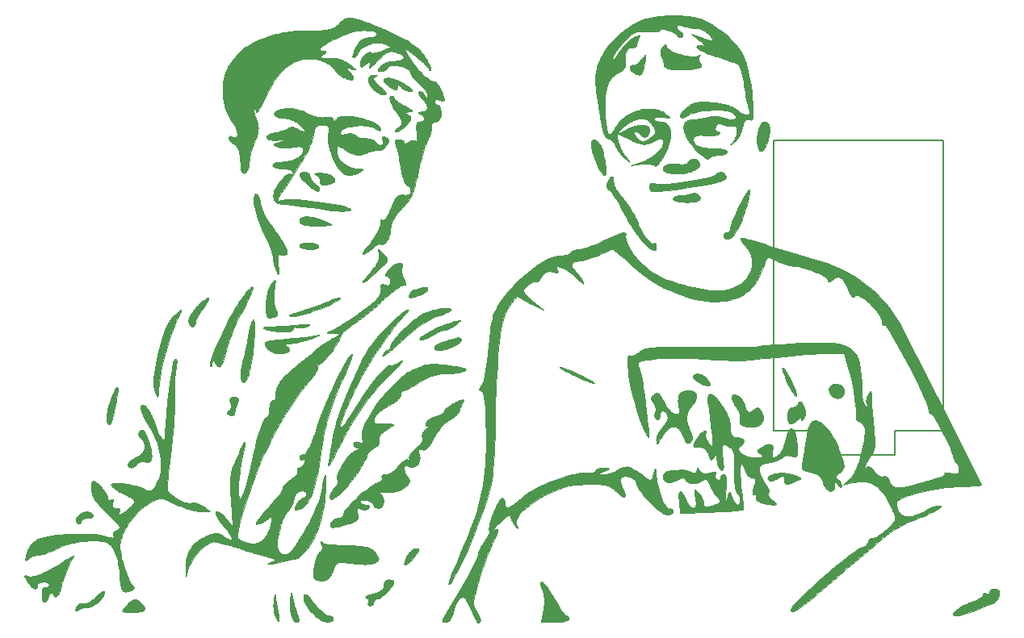
<source format=gbr>
%TF.GenerationSoftware,KiCad,Pcbnew,(6.0.1)*%
%TF.CreationDate,2023-02-06T14:24:32-05:00*%
%TF.ProjectId,Manette_JM,4d616e65-7474-4655-9f4a-4d2e6b696361,rev?*%
%TF.SameCoordinates,Original*%
%TF.FileFunction,Legend,Bot*%
%TF.FilePolarity,Positive*%
%FSLAX46Y46*%
G04 Gerber Fmt 4.6, Leading zero omitted, Abs format (unit mm)*
G04 Created by KiCad (PCBNEW (6.0.1)) date 2023-02-06 14:24:32*
%MOMM*%
%LPD*%
G01*
G04 APERTURE LIST*
%ADD10C,0.035277*%
%ADD11C,0.150000*%
G04 APERTURE END LIST*
D10*
X139282793Y-105044536D02*
X139279036Y-105086841D01*
X139279036Y-105086841D02*
X139268031Y-105134108D01*
X139268031Y-105134108D02*
X139250179Y-105185922D01*
X139250179Y-105185922D02*
X139225880Y-105241871D01*
X139225880Y-105241871D02*
X139159545Y-105364516D01*
X139159545Y-105364516D02*
X139072229Y-105498737D01*
X139072229Y-105498737D02*
X138967137Y-105641227D01*
X138967137Y-105641227D02*
X138847471Y-105788677D01*
X138847471Y-105788677D02*
X138716437Y-105937781D01*
X138716437Y-105937781D02*
X138577238Y-106085232D01*
X138577238Y-106085232D02*
X138433078Y-106227721D01*
X138433078Y-106227721D02*
X138287161Y-106361943D01*
X138287161Y-106361943D02*
X138142690Y-106484589D01*
X138142690Y-106484589D02*
X138002871Y-106592352D01*
X138002871Y-106592352D02*
X137870906Y-106681924D01*
X137870906Y-106681924D02*
X137750000Y-106750000D01*
X137750000Y-106750000D02*
X137694695Y-106774942D01*
X137694695Y-106774942D02*
X137643356Y-106793270D01*
X137643356Y-106793270D02*
X137596383Y-106804570D01*
X137596383Y-106804570D02*
X137554178Y-106808429D01*
X137554178Y-106808429D02*
X137534443Y-106808840D01*
X137534443Y-106808840D02*
X137514939Y-106810065D01*
X137514939Y-106810065D02*
X137495695Y-106812091D01*
X137495695Y-106812091D02*
X137476734Y-106814905D01*
X137476734Y-106814905D02*
X137458083Y-106818495D01*
X137458083Y-106818495D02*
X137439768Y-106822846D01*
X137439768Y-106822846D02*
X137421815Y-106827947D01*
X137421815Y-106827947D02*
X137404250Y-106833784D01*
X137404250Y-106833784D02*
X137387098Y-106840344D01*
X137387098Y-106840344D02*
X137370385Y-106847616D01*
X137370385Y-106847616D02*
X137354137Y-106855584D01*
X137354137Y-106855584D02*
X137338380Y-106864238D01*
X137338380Y-106864238D02*
X137323140Y-106873563D01*
X137323140Y-106873563D02*
X137308442Y-106883547D01*
X137308442Y-106883547D02*
X137294313Y-106894177D01*
X137294313Y-106894177D02*
X137280778Y-106905440D01*
X137280778Y-106905440D02*
X137267863Y-106917324D01*
X137267863Y-106917324D02*
X137255594Y-106929814D01*
X137255594Y-106929814D02*
X137243997Y-106942899D01*
X137243997Y-106942899D02*
X137233098Y-106956565D01*
X137233098Y-106956565D02*
X137222922Y-106970800D01*
X137222922Y-106970800D02*
X137213495Y-106985590D01*
X137213495Y-106985590D02*
X137204843Y-107000922D01*
X137204843Y-107000922D02*
X137196993Y-107016785D01*
X137196993Y-107016785D02*
X137189969Y-107033164D01*
X137189969Y-107033164D02*
X137183798Y-107050047D01*
X137183798Y-107050047D02*
X137178505Y-107067421D01*
X137178505Y-107067421D02*
X137174117Y-107085274D01*
X137174117Y-107085274D02*
X137170659Y-107103591D01*
X137170659Y-107103591D02*
X137168157Y-107122360D01*
X137168157Y-107122360D02*
X137166637Y-107141569D01*
X137166637Y-107141569D02*
X137166124Y-107161204D01*
X137166124Y-107161204D02*
X137165612Y-107177736D01*
X137165612Y-107177736D02*
X137164092Y-107194235D01*
X137164092Y-107194235D02*
X137161590Y-107210669D01*
X137161590Y-107210669D02*
X137158132Y-107227006D01*
X137158132Y-107227006D02*
X137153743Y-107243215D01*
X137153743Y-107243215D02*
X137148451Y-107259261D01*
X137148451Y-107259261D02*
X137142280Y-107275114D01*
X137142280Y-107275114D02*
X137135256Y-107290741D01*
X137135256Y-107290741D02*
X137127405Y-107306109D01*
X137127405Y-107306109D02*
X137118754Y-107321187D01*
X137118754Y-107321187D02*
X137109327Y-107335941D01*
X137109327Y-107335941D02*
X137099151Y-107350341D01*
X137099151Y-107350341D02*
X137088252Y-107364352D01*
X137088252Y-107364352D02*
X137076655Y-107377944D01*
X137076655Y-107377944D02*
X137064386Y-107391084D01*
X137064386Y-107391084D02*
X137051471Y-107403739D01*
X137051471Y-107403739D02*
X137037936Y-107415877D01*
X137037936Y-107415877D02*
X137023807Y-107427467D01*
X137023807Y-107427467D02*
X137009109Y-107438475D01*
X137009109Y-107438475D02*
X136993869Y-107448869D01*
X136993869Y-107448869D02*
X136978112Y-107458617D01*
X136978112Y-107458617D02*
X136961864Y-107467688D01*
X136961864Y-107467688D02*
X136945151Y-107476047D01*
X136945151Y-107476047D02*
X136927999Y-107483664D01*
X136927999Y-107483664D02*
X136910433Y-107490505D01*
X136910433Y-107490505D02*
X136892480Y-107496540D01*
X136892480Y-107496540D02*
X136874166Y-107501734D01*
X136874166Y-107501734D02*
X136855515Y-107506056D01*
X136855515Y-107506056D02*
X136836554Y-107509475D01*
X136836554Y-107509475D02*
X136817309Y-107511956D01*
X136817309Y-107511956D02*
X136797806Y-107513469D01*
X136797806Y-107513469D02*
X136778070Y-107513980D01*
X136778070Y-107513980D02*
X136761745Y-107513570D01*
X136761745Y-107513570D02*
X136745858Y-107512352D01*
X136745858Y-107512352D02*
X136730437Y-107510347D01*
X136730437Y-107510347D02*
X136715507Y-107507572D01*
X136715507Y-107507572D02*
X136701093Y-107504049D01*
X136701093Y-107504049D02*
X136687222Y-107499795D01*
X136687222Y-107499795D02*
X136673919Y-107494831D01*
X136673919Y-107494831D02*
X136661211Y-107489176D01*
X136661211Y-107489176D02*
X136649123Y-107482849D01*
X136649123Y-107482849D02*
X136637681Y-107475870D01*
X136637681Y-107475870D02*
X136626910Y-107468257D01*
X136626910Y-107468257D02*
X136616838Y-107460031D01*
X136616838Y-107460031D02*
X136607488Y-107451211D01*
X136607488Y-107451211D02*
X136598888Y-107441816D01*
X136598888Y-107441816D02*
X136591064Y-107431865D01*
X136591064Y-107431865D02*
X136584040Y-107421378D01*
X136584040Y-107421378D02*
X136577843Y-107410374D01*
X136577843Y-107410374D02*
X136572498Y-107398873D01*
X136572498Y-107398873D02*
X136568033Y-107386894D01*
X136568033Y-107386894D02*
X136564471Y-107374457D01*
X136564471Y-107374457D02*
X136561840Y-107361580D01*
X136561840Y-107361580D02*
X136560165Y-107348283D01*
X136560165Y-107348283D02*
X136559472Y-107334585D01*
X136559472Y-107334585D02*
X136559786Y-107320507D01*
X136559786Y-107320507D02*
X136561134Y-107306067D01*
X136561134Y-107306067D02*
X136563541Y-107291284D01*
X136563541Y-107291284D02*
X136567034Y-107276178D01*
X136567034Y-107276178D02*
X136571637Y-107260769D01*
X136571637Y-107260769D02*
X136577378Y-107245075D01*
X136577378Y-107245075D02*
X136584281Y-107229117D01*
X136584281Y-107229117D02*
X136592373Y-107212913D01*
X136592373Y-107212913D02*
X136601679Y-107196483D01*
X136601679Y-107196483D02*
X136614088Y-107179747D01*
X136614088Y-107179747D02*
X136624882Y-107162643D01*
X136624882Y-107162643D02*
X136634100Y-107145216D01*
X136634100Y-107145216D02*
X136641780Y-107127511D01*
X136641780Y-107127511D02*
X136647962Y-107109573D01*
X136647962Y-107109573D02*
X136652684Y-107091449D01*
X136652684Y-107091449D02*
X136655985Y-107073182D01*
X136655985Y-107073182D02*
X136657904Y-107054818D01*
X136657904Y-107054818D02*
X136658479Y-107036403D01*
X136658479Y-107036403D02*
X136657749Y-107017981D01*
X136657749Y-107017981D02*
X136655753Y-106999598D01*
X136655753Y-106999598D02*
X136652530Y-106981299D01*
X136652530Y-106981299D02*
X136648118Y-106963129D01*
X136648118Y-106963129D02*
X136642556Y-106945134D01*
X136642556Y-106945134D02*
X136635884Y-106927358D01*
X136635884Y-106927358D02*
X136628139Y-106909847D01*
X136628139Y-106909847D02*
X136619360Y-106892646D01*
X136619360Y-106892646D02*
X136609587Y-106875801D01*
X136609587Y-106875801D02*
X136598858Y-106859356D01*
X136598858Y-106859356D02*
X136587211Y-106843357D01*
X136587211Y-106843357D02*
X136574686Y-106827849D01*
X136574686Y-106827849D02*
X136561321Y-106812876D01*
X136561321Y-106812876D02*
X136547156Y-106798486D01*
X136547156Y-106798486D02*
X136532228Y-106784722D01*
X136532228Y-106784722D02*
X136516577Y-106771630D01*
X136516577Y-106771630D02*
X136500241Y-106759254D01*
X136500241Y-106759254D02*
X136483259Y-106747641D01*
X136483259Y-106747641D02*
X136465670Y-106736836D01*
X136465670Y-106736836D02*
X136447512Y-106726883D01*
X136447512Y-106726883D02*
X136428825Y-106717829D01*
X136428825Y-106717829D02*
X136409647Y-106709717D01*
X136409647Y-106709717D02*
X136390017Y-106702594D01*
X136390017Y-106702594D02*
X136368510Y-106692468D01*
X136368510Y-106692468D02*
X136350259Y-106681949D01*
X136350259Y-106681949D02*
X136335213Y-106671055D01*
X136335213Y-106671055D02*
X136323318Y-106659805D01*
X136323318Y-106659805D02*
X136318537Y-106654053D01*
X136318537Y-106654053D02*
X136314524Y-106648220D01*
X136314524Y-106648220D02*
X136311274Y-106642307D01*
X136311274Y-106642307D02*
X136308779Y-106636318D01*
X136308779Y-106636318D02*
X136307034Y-106630254D01*
X136307034Y-106630254D02*
X136306031Y-106624119D01*
X136306031Y-106624119D02*
X136305765Y-106617914D01*
X136305765Y-106617914D02*
X136306229Y-106611642D01*
X136306229Y-106611642D02*
X136307417Y-106605305D01*
X136307417Y-106605305D02*
X136309321Y-106598907D01*
X136309321Y-106598907D02*
X136315255Y-106585933D01*
X136315255Y-106585933D02*
X136323979Y-106572739D01*
X136323979Y-106572739D02*
X136335443Y-106559345D01*
X136335443Y-106559345D02*
X136349593Y-106545770D01*
X136349593Y-106545770D02*
X136366379Y-106532033D01*
X136366379Y-106532033D02*
X136385749Y-106518155D01*
X136385749Y-106518155D02*
X136407651Y-106504154D01*
X136407651Y-106504154D02*
X136432033Y-106490049D01*
X136432033Y-106490049D02*
X136458845Y-106475861D01*
X136458845Y-106475861D02*
X136488033Y-106461608D01*
X136488033Y-106461608D02*
X136519547Y-106447309D01*
X136519547Y-106447309D02*
X136553335Y-106432985D01*
X136553335Y-106432985D02*
X136589345Y-106418655D01*
X136589345Y-106418655D02*
X136627525Y-106404337D01*
X136627525Y-106404337D02*
X136667824Y-106390052D01*
X136667824Y-106390052D02*
X136710190Y-106375818D01*
X136710190Y-106375818D02*
X136754571Y-106361655D01*
X136754571Y-106361655D02*
X136800916Y-106347583D01*
X136800916Y-106347583D02*
X136849174Y-106333621D01*
X136849174Y-106333621D02*
X136951217Y-106306103D01*
X136951217Y-106306103D02*
X137060289Y-106279258D01*
X137060289Y-106279258D02*
X137201262Y-106244936D01*
X137201262Y-106244936D02*
X137333140Y-106208082D01*
X137333140Y-106208082D02*
X137455923Y-106168645D01*
X137455923Y-106168645D02*
X137569611Y-106126572D01*
X137569611Y-106126572D02*
X137674205Y-106081811D01*
X137674205Y-106081811D02*
X137769703Y-106034312D01*
X137769703Y-106034312D02*
X137856106Y-105984023D01*
X137856106Y-105984023D02*
X137933414Y-105930891D01*
X137933414Y-105930891D02*
X138001628Y-105874865D01*
X138001628Y-105874865D02*
X138060746Y-105815893D01*
X138060746Y-105815893D02*
X138110769Y-105753925D01*
X138110769Y-105753925D02*
X138132370Y-105721800D01*
X138132370Y-105721800D02*
X138151697Y-105688907D01*
X138151697Y-105688907D02*
X138168751Y-105655239D01*
X138168751Y-105655239D02*
X138183530Y-105620789D01*
X138183530Y-105620789D02*
X138196036Y-105585551D01*
X138196036Y-105585551D02*
X138206268Y-105549519D01*
X138206268Y-105549519D02*
X138214227Y-105512686D01*
X138214227Y-105512686D02*
X138219911Y-105475045D01*
X138219911Y-105475045D02*
X138224459Y-105397315D01*
X138224459Y-105397315D02*
X138225176Y-105367661D01*
X138225176Y-105367661D02*
X138227301Y-105338258D01*
X138227301Y-105338258D02*
X138230795Y-105309153D01*
X138230795Y-105309153D02*
X138235621Y-105280389D01*
X138235621Y-105280389D02*
X138241738Y-105252014D01*
X138241738Y-105252014D02*
X138249108Y-105224071D01*
X138249108Y-105224071D02*
X138257693Y-105196606D01*
X138257693Y-105196606D02*
X138267453Y-105169665D01*
X138267453Y-105169665D02*
X138278350Y-105143291D01*
X138278350Y-105143291D02*
X138290345Y-105117532D01*
X138290345Y-105117532D02*
X138303400Y-105092431D01*
X138303400Y-105092431D02*
X138317475Y-105068035D01*
X138317475Y-105068035D02*
X138332532Y-105044387D01*
X138332532Y-105044387D02*
X138348533Y-105021535D01*
X138348533Y-105021535D02*
X138365437Y-104999522D01*
X138365437Y-104999522D02*
X138383207Y-104978394D01*
X138383207Y-104978394D02*
X138401804Y-104958196D01*
X138401804Y-104958196D02*
X138421189Y-104938973D01*
X138421189Y-104938973D02*
X138441324Y-104920771D01*
X138441324Y-104920771D02*
X138462169Y-104903635D01*
X138462169Y-104903635D02*
X138483686Y-104887610D01*
X138483686Y-104887610D02*
X138505835Y-104872741D01*
X138505835Y-104872741D02*
X138528580Y-104859074D01*
X138528580Y-104859074D02*
X138551879Y-104846653D01*
X138551879Y-104846653D02*
X138575696Y-104835524D01*
X138575696Y-104835524D02*
X138599990Y-104825733D01*
X138599990Y-104825733D02*
X138624724Y-104817324D01*
X138624724Y-104817324D02*
X138649858Y-104810342D01*
X138649858Y-104810342D02*
X138675354Y-104804833D01*
X138675354Y-104804833D02*
X138701174Y-104800842D01*
X138701174Y-104800842D02*
X138727277Y-104798414D01*
X138727277Y-104798414D02*
X138753626Y-104797595D01*
X138753626Y-104797595D02*
X138806077Y-104798818D01*
X138806077Y-104798818D02*
X138857391Y-104802418D01*
X138857391Y-104802418D02*
X138907259Y-104808292D01*
X138907259Y-104808292D02*
X138955369Y-104816336D01*
X138955369Y-104816336D02*
X139001413Y-104826447D01*
X139001413Y-104826447D02*
X139045080Y-104838522D01*
X139045080Y-104838522D02*
X139086059Y-104852457D01*
X139086059Y-104852457D02*
X139124042Y-104868149D01*
X139124042Y-104868149D02*
X139158717Y-104885495D01*
X139158717Y-104885495D02*
X139189774Y-104904391D01*
X139189774Y-104904391D02*
X139216905Y-104924734D01*
X139216905Y-104924734D02*
X139239798Y-104946421D01*
X139239798Y-104946421D02*
X139249558Y-104957735D01*
X139249558Y-104957735D02*
X139258143Y-104969347D01*
X139258143Y-104969347D02*
X139265514Y-104981244D01*
X139265514Y-104981244D02*
X139271631Y-104993411D01*
X139271631Y-104993411D02*
X139276456Y-105005837D01*
X139276456Y-105005837D02*
X139279951Y-105018508D01*
X139279951Y-105018508D02*
X139282076Y-105031412D01*
X139282076Y-105031412D02*
X139282793Y-105044536D01*
X139282793Y-105044536D02*
X139282793Y-105044536D01*
G36*
X138806077Y-104798818D02*
G01*
X138857391Y-104802418D01*
X138907259Y-104808292D01*
X138955369Y-104816336D01*
X139001413Y-104826447D01*
X139045080Y-104838522D01*
X139086059Y-104852457D01*
X139124042Y-104868149D01*
X139158717Y-104885495D01*
X139189774Y-104904391D01*
X139216905Y-104924734D01*
X139239798Y-104946421D01*
X139249558Y-104957735D01*
X139258143Y-104969347D01*
X139265514Y-104981244D01*
X139271631Y-104993411D01*
X139276456Y-105005837D01*
X139279951Y-105018508D01*
X139282076Y-105031412D01*
X139282793Y-105044536D01*
X139279036Y-105086841D01*
X139268031Y-105134108D01*
X139250179Y-105185922D01*
X139225880Y-105241871D01*
X139159545Y-105364516D01*
X139072229Y-105498737D01*
X138967137Y-105641227D01*
X138847471Y-105788677D01*
X138716437Y-105937781D01*
X138577238Y-106085232D01*
X138433078Y-106227721D01*
X138287161Y-106361943D01*
X138142690Y-106484589D01*
X138002871Y-106592352D01*
X137870906Y-106681924D01*
X137750000Y-106750000D01*
X137694695Y-106774942D01*
X137643356Y-106793270D01*
X137596383Y-106804570D01*
X137554178Y-106808429D01*
X137534443Y-106808840D01*
X137514939Y-106810065D01*
X137495695Y-106812091D01*
X137476734Y-106814905D01*
X137458083Y-106818495D01*
X137439768Y-106822846D01*
X137421815Y-106827947D01*
X137404250Y-106833784D01*
X137387098Y-106840344D01*
X137370385Y-106847616D01*
X137354137Y-106855584D01*
X137338380Y-106864238D01*
X137323140Y-106873563D01*
X137308442Y-106883547D01*
X137294313Y-106894177D01*
X137280778Y-106905440D01*
X137267863Y-106917324D01*
X137255594Y-106929814D01*
X137243997Y-106942899D01*
X137233098Y-106956565D01*
X137222922Y-106970800D01*
X137213495Y-106985590D01*
X137204843Y-107000922D01*
X137196993Y-107016785D01*
X137189969Y-107033164D01*
X137183798Y-107050047D01*
X137178505Y-107067421D01*
X137174117Y-107085274D01*
X137170659Y-107103591D01*
X137168157Y-107122360D01*
X137166637Y-107141569D01*
X137166124Y-107161204D01*
X137165612Y-107177736D01*
X137164092Y-107194235D01*
X137161590Y-107210669D01*
X137158132Y-107227006D01*
X137153743Y-107243215D01*
X137148451Y-107259261D01*
X137142280Y-107275114D01*
X137135256Y-107290741D01*
X137127405Y-107306109D01*
X137118754Y-107321187D01*
X137109327Y-107335941D01*
X137099151Y-107350341D01*
X137088252Y-107364352D01*
X137076655Y-107377944D01*
X137064386Y-107391084D01*
X137051471Y-107403739D01*
X137037936Y-107415877D01*
X137023807Y-107427467D01*
X137009109Y-107438475D01*
X136993869Y-107448869D01*
X136978112Y-107458617D01*
X136961864Y-107467688D01*
X136945151Y-107476047D01*
X136927999Y-107483664D01*
X136910433Y-107490505D01*
X136892480Y-107496540D01*
X136874166Y-107501734D01*
X136855515Y-107506056D01*
X136836554Y-107509475D01*
X136817309Y-107511956D01*
X136797806Y-107513469D01*
X136778070Y-107513980D01*
X136761745Y-107513570D01*
X136745858Y-107512352D01*
X136730437Y-107510347D01*
X136715507Y-107507572D01*
X136701093Y-107504049D01*
X136687222Y-107499795D01*
X136673919Y-107494831D01*
X136661211Y-107489176D01*
X136649123Y-107482849D01*
X136637681Y-107475870D01*
X136626910Y-107468257D01*
X136616838Y-107460031D01*
X136607488Y-107451211D01*
X136598888Y-107441816D01*
X136591064Y-107431865D01*
X136584040Y-107421378D01*
X136577843Y-107410374D01*
X136572498Y-107398873D01*
X136568033Y-107386894D01*
X136564471Y-107374457D01*
X136561840Y-107361580D01*
X136560165Y-107348283D01*
X136559472Y-107334585D01*
X136559786Y-107320507D01*
X136561134Y-107306067D01*
X136563541Y-107291284D01*
X136567034Y-107276178D01*
X136571637Y-107260769D01*
X136577378Y-107245075D01*
X136584281Y-107229117D01*
X136592373Y-107212913D01*
X136601679Y-107196483D01*
X136614088Y-107179747D01*
X136624882Y-107162643D01*
X136634100Y-107145216D01*
X136641780Y-107127511D01*
X136647962Y-107109573D01*
X136652684Y-107091449D01*
X136655985Y-107073182D01*
X136657904Y-107054818D01*
X136658479Y-107036403D01*
X136657749Y-107017981D01*
X136655753Y-106999598D01*
X136652530Y-106981299D01*
X136648118Y-106963129D01*
X136642556Y-106945134D01*
X136635884Y-106927358D01*
X136628139Y-106909847D01*
X136619360Y-106892646D01*
X136609587Y-106875801D01*
X136598858Y-106859356D01*
X136587211Y-106843357D01*
X136574686Y-106827849D01*
X136561321Y-106812876D01*
X136547156Y-106798486D01*
X136532228Y-106784722D01*
X136516577Y-106771630D01*
X136500241Y-106759254D01*
X136483259Y-106747641D01*
X136465670Y-106736836D01*
X136447512Y-106726883D01*
X136428825Y-106717829D01*
X136409647Y-106709717D01*
X136390017Y-106702594D01*
X136368510Y-106692468D01*
X136350259Y-106681949D01*
X136335213Y-106671055D01*
X136323318Y-106659805D01*
X136318537Y-106654053D01*
X136314524Y-106648220D01*
X136311274Y-106642307D01*
X136308779Y-106636318D01*
X136307034Y-106630254D01*
X136306031Y-106624119D01*
X136305765Y-106617914D01*
X136306229Y-106611642D01*
X136307417Y-106605305D01*
X136309321Y-106598907D01*
X136315255Y-106585933D01*
X136323979Y-106572739D01*
X136335443Y-106559345D01*
X136349593Y-106545770D01*
X136366379Y-106532033D01*
X136385749Y-106518155D01*
X136407651Y-106504154D01*
X136432033Y-106490049D01*
X136458845Y-106475861D01*
X136488033Y-106461608D01*
X136519547Y-106447309D01*
X136553335Y-106432985D01*
X136589345Y-106418655D01*
X136627525Y-106404337D01*
X136667824Y-106390052D01*
X136710190Y-106375818D01*
X136754571Y-106361655D01*
X136800916Y-106347583D01*
X136849174Y-106333621D01*
X136951217Y-106306103D01*
X137060289Y-106279258D01*
X137201262Y-106244936D01*
X137333140Y-106208082D01*
X137455923Y-106168645D01*
X137569611Y-106126572D01*
X137674205Y-106081811D01*
X137769703Y-106034312D01*
X137856106Y-105984023D01*
X137933414Y-105930891D01*
X138001628Y-105874865D01*
X138060746Y-105815893D01*
X138110769Y-105753925D01*
X138132370Y-105721800D01*
X138151697Y-105688907D01*
X138168751Y-105655239D01*
X138183530Y-105620789D01*
X138196036Y-105585551D01*
X138206268Y-105549519D01*
X138214227Y-105512686D01*
X138219911Y-105475045D01*
X138224459Y-105397315D01*
X138225176Y-105367661D01*
X138227301Y-105338258D01*
X138230795Y-105309153D01*
X138235621Y-105280389D01*
X138241738Y-105252014D01*
X138249108Y-105224071D01*
X138257693Y-105196606D01*
X138267453Y-105169665D01*
X138278350Y-105143291D01*
X138290345Y-105117532D01*
X138303400Y-105092431D01*
X138317475Y-105068035D01*
X138332532Y-105044387D01*
X138348533Y-105021535D01*
X138365437Y-104999522D01*
X138383207Y-104978394D01*
X138401804Y-104958196D01*
X138421189Y-104938973D01*
X138441324Y-104920771D01*
X138462169Y-104903635D01*
X138483686Y-104887610D01*
X138505835Y-104872741D01*
X138528580Y-104859074D01*
X138551879Y-104846653D01*
X138575696Y-104835524D01*
X138599990Y-104825733D01*
X138624724Y-104817324D01*
X138649858Y-104810342D01*
X138675354Y-104804833D01*
X138701174Y-104800842D01*
X138727277Y-104798414D01*
X138753626Y-104797595D01*
X138806077Y-104798818D01*
G37*
X138806077Y-104798818D02*
X138857391Y-104802418D01*
X138907259Y-104808292D01*
X138955369Y-104816336D01*
X139001413Y-104826447D01*
X139045080Y-104838522D01*
X139086059Y-104852457D01*
X139124042Y-104868149D01*
X139158717Y-104885495D01*
X139189774Y-104904391D01*
X139216905Y-104924734D01*
X139239798Y-104946421D01*
X139249558Y-104957735D01*
X139258143Y-104969347D01*
X139265514Y-104981244D01*
X139271631Y-104993411D01*
X139276456Y-105005837D01*
X139279951Y-105018508D01*
X139282076Y-105031412D01*
X139282793Y-105044536D01*
X139279036Y-105086841D01*
X139268031Y-105134108D01*
X139250179Y-105185922D01*
X139225880Y-105241871D01*
X139159545Y-105364516D01*
X139072229Y-105498737D01*
X138967137Y-105641227D01*
X138847471Y-105788677D01*
X138716437Y-105937781D01*
X138577238Y-106085232D01*
X138433078Y-106227721D01*
X138287161Y-106361943D01*
X138142690Y-106484589D01*
X138002871Y-106592352D01*
X137870906Y-106681924D01*
X137750000Y-106750000D01*
X137694695Y-106774942D01*
X137643356Y-106793270D01*
X137596383Y-106804570D01*
X137554178Y-106808429D01*
X137534443Y-106808840D01*
X137514939Y-106810065D01*
X137495695Y-106812091D01*
X137476734Y-106814905D01*
X137458083Y-106818495D01*
X137439768Y-106822846D01*
X137421815Y-106827947D01*
X137404250Y-106833784D01*
X137387098Y-106840344D01*
X137370385Y-106847616D01*
X137354137Y-106855584D01*
X137338380Y-106864238D01*
X137323140Y-106873563D01*
X137308442Y-106883547D01*
X137294313Y-106894177D01*
X137280778Y-106905440D01*
X137267863Y-106917324D01*
X137255594Y-106929814D01*
X137243997Y-106942899D01*
X137233098Y-106956565D01*
X137222922Y-106970800D01*
X137213495Y-106985590D01*
X137204843Y-107000922D01*
X137196993Y-107016785D01*
X137189969Y-107033164D01*
X137183798Y-107050047D01*
X137178505Y-107067421D01*
X137174117Y-107085274D01*
X137170659Y-107103591D01*
X137168157Y-107122360D01*
X137166637Y-107141569D01*
X137166124Y-107161204D01*
X137165612Y-107177736D01*
X137164092Y-107194235D01*
X137161590Y-107210669D01*
X137158132Y-107227006D01*
X137153743Y-107243215D01*
X137148451Y-107259261D01*
X137142280Y-107275114D01*
X137135256Y-107290741D01*
X137127405Y-107306109D01*
X137118754Y-107321187D01*
X137109327Y-107335941D01*
X137099151Y-107350341D01*
X137088252Y-107364352D01*
X137076655Y-107377944D01*
X137064386Y-107391084D01*
X137051471Y-107403739D01*
X137037936Y-107415877D01*
X137023807Y-107427467D01*
X137009109Y-107438475D01*
X136993869Y-107448869D01*
X136978112Y-107458617D01*
X136961864Y-107467688D01*
X136945151Y-107476047D01*
X136927999Y-107483664D01*
X136910433Y-107490505D01*
X136892480Y-107496540D01*
X136874166Y-107501734D01*
X136855515Y-107506056D01*
X136836554Y-107509475D01*
X136817309Y-107511956D01*
X136797806Y-107513469D01*
X136778070Y-107513980D01*
X136761745Y-107513570D01*
X136745858Y-107512352D01*
X136730437Y-107510347D01*
X136715507Y-107507572D01*
X136701093Y-107504049D01*
X136687222Y-107499795D01*
X136673919Y-107494831D01*
X136661211Y-107489176D01*
X136649123Y-107482849D01*
X136637681Y-107475870D01*
X136626910Y-107468257D01*
X136616838Y-107460031D01*
X136607488Y-107451211D01*
X136598888Y-107441816D01*
X136591064Y-107431865D01*
X136584040Y-107421378D01*
X136577843Y-107410374D01*
X136572498Y-107398873D01*
X136568033Y-107386894D01*
X136564471Y-107374457D01*
X136561840Y-107361580D01*
X136560165Y-107348283D01*
X136559472Y-107334585D01*
X136559786Y-107320507D01*
X136561134Y-107306067D01*
X136563541Y-107291284D01*
X136567034Y-107276178D01*
X136571637Y-107260769D01*
X136577378Y-107245075D01*
X136584281Y-107229117D01*
X136592373Y-107212913D01*
X136601679Y-107196483D01*
X136614088Y-107179747D01*
X136624882Y-107162643D01*
X136634100Y-107145216D01*
X136641780Y-107127511D01*
X136647962Y-107109573D01*
X136652684Y-107091449D01*
X136655985Y-107073182D01*
X136657904Y-107054818D01*
X136658479Y-107036403D01*
X136657749Y-107017981D01*
X136655753Y-106999598D01*
X136652530Y-106981299D01*
X136648118Y-106963129D01*
X136642556Y-106945134D01*
X136635884Y-106927358D01*
X136628139Y-106909847D01*
X136619360Y-106892646D01*
X136609587Y-106875801D01*
X136598858Y-106859356D01*
X136587211Y-106843357D01*
X136574686Y-106827849D01*
X136561321Y-106812876D01*
X136547156Y-106798486D01*
X136532228Y-106784722D01*
X136516577Y-106771630D01*
X136500241Y-106759254D01*
X136483259Y-106747641D01*
X136465670Y-106736836D01*
X136447512Y-106726883D01*
X136428825Y-106717829D01*
X136409647Y-106709717D01*
X136390017Y-106702594D01*
X136368510Y-106692468D01*
X136350259Y-106681949D01*
X136335213Y-106671055D01*
X136323318Y-106659805D01*
X136318537Y-106654053D01*
X136314524Y-106648220D01*
X136311274Y-106642307D01*
X136308779Y-106636318D01*
X136307034Y-106630254D01*
X136306031Y-106624119D01*
X136305765Y-106617914D01*
X136306229Y-106611642D01*
X136307417Y-106605305D01*
X136309321Y-106598907D01*
X136315255Y-106585933D01*
X136323979Y-106572739D01*
X136335443Y-106559345D01*
X136349593Y-106545770D01*
X136366379Y-106532033D01*
X136385749Y-106518155D01*
X136407651Y-106504154D01*
X136432033Y-106490049D01*
X136458845Y-106475861D01*
X136488033Y-106461608D01*
X136519547Y-106447309D01*
X136553335Y-106432985D01*
X136589345Y-106418655D01*
X136627525Y-106404337D01*
X136667824Y-106390052D01*
X136710190Y-106375818D01*
X136754571Y-106361655D01*
X136800916Y-106347583D01*
X136849174Y-106333621D01*
X136951217Y-106306103D01*
X137060289Y-106279258D01*
X137201262Y-106244936D01*
X137333140Y-106208082D01*
X137455923Y-106168645D01*
X137569611Y-106126572D01*
X137674205Y-106081811D01*
X137769703Y-106034312D01*
X137856106Y-105984023D01*
X137933414Y-105930891D01*
X138001628Y-105874865D01*
X138060746Y-105815893D01*
X138110769Y-105753925D01*
X138132370Y-105721800D01*
X138151697Y-105688907D01*
X138168751Y-105655239D01*
X138183530Y-105620789D01*
X138196036Y-105585551D01*
X138206268Y-105549519D01*
X138214227Y-105512686D01*
X138219911Y-105475045D01*
X138224459Y-105397315D01*
X138225176Y-105367661D01*
X138227301Y-105338258D01*
X138230795Y-105309153D01*
X138235621Y-105280389D01*
X138241738Y-105252014D01*
X138249108Y-105224071D01*
X138257693Y-105196606D01*
X138267453Y-105169665D01*
X138278350Y-105143291D01*
X138290345Y-105117532D01*
X138303400Y-105092431D01*
X138317475Y-105068035D01*
X138332532Y-105044387D01*
X138348533Y-105021535D01*
X138365437Y-104999522D01*
X138383207Y-104978394D01*
X138401804Y-104958196D01*
X138421189Y-104938973D01*
X138441324Y-104920771D01*
X138462169Y-104903635D01*
X138483686Y-104887610D01*
X138505835Y-104872741D01*
X138528580Y-104859074D01*
X138551879Y-104846653D01*
X138575696Y-104835524D01*
X138599990Y-104825733D01*
X138624724Y-104817324D01*
X138649858Y-104810342D01*
X138675354Y-104804833D01*
X138701174Y-104800842D01*
X138727277Y-104798414D01*
X138753626Y-104797595D01*
X138806077Y-104798818D01*
X119880014Y-75270091D02*
X119879092Y-75287649D01*
X119879092Y-75287649D02*
X119876354Y-75307203D01*
X119876354Y-75307203D02*
X119865614Y-75352015D01*
X119865614Y-75352015D02*
X119848155Y-75403958D01*
X119848155Y-75403958D02*
X119824341Y-75462465D01*
X119824341Y-75462465D02*
X119794532Y-75526965D01*
X119794532Y-75526965D02*
X119759090Y-75596892D01*
X119759090Y-75596892D02*
X119718377Y-75671677D01*
X119718377Y-75671677D02*
X119672755Y-75750751D01*
X119672755Y-75750751D02*
X119622586Y-75833545D01*
X119622586Y-75833545D02*
X119568230Y-75919492D01*
X119568230Y-75919492D02*
X119510051Y-76008022D01*
X119510051Y-76008022D02*
X119448409Y-76098569D01*
X119448409Y-76098569D02*
X119383667Y-76190562D01*
X119383667Y-76190562D02*
X119316187Y-76283433D01*
X119316187Y-76283433D02*
X119246329Y-76376615D01*
X119246329Y-76376615D02*
X119174456Y-76469539D01*
X119174456Y-76469539D02*
X119102583Y-76563262D01*
X119102583Y-76563262D02*
X119032725Y-76658743D01*
X119032725Y-76658743D02*
X118965245Y-76755257D01*
X118965245Y-76755257D02*
X118900503Y-76852082D01*
X118900503Y-76852082D02*
X118838862Y-76948493D01*
X118838862Y-76948493D02*
X118780683Y-77043766D01*
X118780683Y-77043766D02*
X118726329Y-77137180D01*
X118726329Y-77137180D02*
X118676160Y-77228010D01*
X118676160Y-77228010D02*
X118630539Y-77315532D01*
X118630539Y-77315532D02*
X118589826Y-77399024D01*
X118589826Y-77399024D02*
X118554385Y-77477761D01*
X118554385Y-77477761D02*
X118524577Y-77551021D01*
X118524577Y-77551021D02*
X118500763Y-77618080D01*
X118500763Y-77618080D02*
X118483305Y-77678213D01*
X118483305Y-77678213D02*
X118472565Y-77730699D01*
X118472565Y-77730699D02*
X118468905Y-77774814D01*
X118468905Y-77774814D02*
X118466881Y-77838386D01*
X118466881Y-77838386D02*
X118460981Y-77896856D01*
X118460981Y-77896856D02*
X118451464Y-77950287D01*
X118451464Y-77950287D02*
X118438588Y-77998745D01*
X118438588Y-77998745D02*
X118422611Y-78042293D01*
X118422611Y-78042293D02*
X118403792Y-78080996D01*
X118403792Y-78080996D02*
X118382389Y-78114920D01*
X118382389Y-78114920D02*
X118358661Y-78144128D01*
X118358661Y-78144128D02*
X118332866Y-78168685D01*
X118332866Y-78168685D02*
X118305262Y-78188656D01*
X118305262Y-78188656D02*
X118276107Y-78204105D01*
X118276107Y-78204105D02*
X118245661Y-78215097D01*
X118245661Y-78215097D02*
X118214182Y-78221696D01*
X118214182Y-78221696D02*
X118181927Y-78223968D01*
X118181927Y-78223968D02*
X118149155Y-78221976D01*
X118149155Y-78221976D02*
X118116125Y-78215786D01*
X118116125Y-78215786D02*
X118083095Y-78205462D01*
X118083095Y-78205462D02*
X118050324Y-78191068D01*
X118050324Y-78191068D02*
X118018069Y-78172669D01*
X118018069Y-78172669D02*
X117986589Y-78150329D01*
X117986589Y-78150329D02*
X117956143Y-78124114D01*
X117956143Y-78124114D02*
X117926989Y-78094088D01*
X117926989Y-78094088D02*
X117899385Y-78060316D01*
X117899385Y-78060316D02*
X117873589Y-78022861D01*
X117873589Y-78022861D02*
X117849861Y-77981789D01*
X117849861Y-77981789D02*
X117828458Y-77937165D01*
X117828458Y-77937165D02*
X117809639Y-77889052D01*
X117809639Y-77889052D02*
X117793663Y-77837515D01*
X117793663Y-77837515D02*
X117780787Y-77782620D01*
X117780787Y-77782620D02*
X117771270Y-77724430D01*
X117771270Y-77724430D02*
X117765370Y-77663011D01*
X117765370Y-77663011D02*
X117763346Y-77598426D01*
X117763346Y-77598426D02*
X117764680Y-77564233D01*
X117764680Y-77564233D02*
X117768643Y-77527870D01*
X117768643Y-77527870D02*
X117784223Y-77449046D01*
X117784223Y-77449046D02*
X117809622Y-77362781D01*
X117809622Y-77362781D02*
X117844374Y-77269901D01*
X117844374Y-77269901D02*
X117888015Y-77171233D01*
X117888015Y-77171233D02*
X117940079Y-77067605D01*
X117940079Y-77067605D02*
X118000101Y-76959842D01*
X118000101Y-76959842D02*
X118067616Y-76848772D01*
X118067616Y-76848772D02*
X118142160Y-76735222D01*
X118142160Y-76735222D02*
X118223266Y-76620018D01*
X118223266Y-76620018D02*
X118310470Y-76503987D01*
X118310470Y-76503987D02*
X118403307Y-76387957D01*
X118403307Y-76387957D02*
X118501311Y-76272753D01*
X118501311Y-76272753D02*
X118604018Y-76159203D01*
X118604018Y-76159203D02*
X118710963Y-76048134D01*
X118710963Y-76048134D02*
X118821680Y-75940372D01*
X118821680Y-75940372D02*
X118926582Y-75837501D01*
X118926582Y-75837501D02*
X119029211Y-75740831D01*
X119029211Y-75740831D02*
X119128946Y-75650776D01*
X119128946Y-75650776D02*
X119225167Y-75567749D01*
X119225167Y-75567749D02*
X119317254Y-75492164D01*
X119317254Y-75492164D02*
X119404588Y-75424433D01*
X119404588Y-75424433D02*
X119486547Y-75364970D01*
X119486547Y-75364970D02*
X119562511Y-75314189D01*
X119562511Y-75314189D02*
X119631862Y-75272504D01*
X119631862Y-75272504D02*
X119693977Y-75240326D01*
X119693977Y-75240326D02*
X119748238Y-75218071D01*
X119748238Y-75218071D02*
X119794024Y-75206151D01*
X119794024Y-75206151D02*
X119813545Y-75204195D01*
X119813545Y-75204195D02*
X119830714Y-75204979D01*
X119830714Y-75204979D02*
X119845455Y-75208553D01*
X119845455Y-75208553D02*
X119857690Y-75214970D01*
X119857690Y-75214970D02*
X119867341Y-75224280D01*
X119867341Y-75224280D02*
X119874330Y-75236536D01*
X119874330Y-75236536D02*
X119878580Y-75251789D01*
X119878580Y-75251789D02*
X119880014Y-75270091D01*
X119880014Y-75270091D02*
X119880014Y-75270091D01*
G36*
X119830714Y-75204979D02*
G01*
X119845455Y-75208553D01*
X119857690Y-75214970D01*
X119867341Y-75224280D01*
X119874330Y-75236536D01*
X119878580Y-75251789D01*
X119880014Y-75270091D01*
X119879092Y-75287649D01*
X119876354Y-75307203D01*
X119865614Y-75352015D01*
X119848155Y-75403958D01*
X119824341Y-75462465D01*
X119794532Y-75526965D01*
X119759090Y-75596892D01*
X119718377Y-75671677D01*
X119672755Y-75750751D01*
X119622586Y-75833545D01*
X119568230Y-75919492D01*
X119510051Y-76008022D01*
X119448409Y-76098569D01*
X119383667Y-76190562D01*
X119316187Y-76283433D01*
X119246329Y-76376615D01*
X119174456Y-76469539D01*
X119102583Y-76563262D01*
X119032725Y-76658743D01*
X118965245Y-76755257D01*
X118900503Y-76852082D01*
X118838862Y-76948493D01*
X118780683Y-77043766D01*
X118726329Y-77137180D01*
X118676160Y-77228010D01*
X118630539Y-77315532D01*
X118589826Y-77399024D01*
X118554385Y-77477761D01*
X118524577Y-77551021D01*
X118500763Y-77618080D01*
X118483305Y-77678213D01*
X118472565Y-77730699D01*
X118468905Y-77774814D01*
X118466881Y-77838386D01*
X118460981Y-77896856D01*
X118451464Y-77950287D01*
X118438588Y-77998745D01*
X118422611Y-78042293D01*
X118403792Y-78080996D01*
X118382389Y-78114920D01*
X118358661Y-78144128D01*
X118332866Y-78168685D01*
X118305262Y-78188656D01*
X118276107Y-78204105D01*
X118245661Y-78215097D01*
X118214182Y-78221696D01*
X118181927Y-78223968D01*
X118149155Y-78221976D01*
X118116125Y-78215786D01*
X118083095Y-78205462D01*
X118050324Y-78191068D01*
X118018069Y-78172669D01*
X117986589Y-78150329D01*
X117956143Y-78124114D01*
X117926989Y-78094088D01*
X117899385Y-78060316D01*
X117873589Y-78022861D01*
X117849861Y-77981789D01*
X117828458Y-77937165D01*
X117809639Y-77889052D01*
X117793663Y-77837515D01*
X117780787Y-77782620D01*
X117771270Y-77724430D01*
X117765370Y-77663011D01*
X117763346Y-77598426D01*
X117764680Y-77564233D01*
X117768643Y-77527870D01*
X117784223Y-77449046D01*
X117809622Y-77362781D01*
X117844374Y-77269901D01*
X117888015Y-77171233D01*
X117940079Y-77067605D01*
X118000101Y-76959842D01*
X118067616Y-76848772D01*
X118142160Y-76735222D01*
X118223266Y-76620018D01*
X118310470Y-76503987D01*
X118403307Y-76387957D01*
X118501311Y-76272753D01*
X118604018Y-76159203D01*
X118710963Y-76048134D01*
X118821680Y-75940372D01*
X118926582Y-75837501D01*
X119029211Y-75740831D01*
X119128946Y-75650776D01*
X119225167Y-75567749D01*
X119317254Y-75492164D01*
X119404588Y-75424433D01*
X119486547Y-75364970D01*
X119562511Y-75314189D01*
X119631862Y-75272504D01*
X119693977Y-75240326D01*
X119748238Y-75218071D01*
X119794024Y-75206151D01*
X119813545Y-75204195D01*
X119830714Y-75204979D01*
G37*
X119830714Y-75204979D02*
X119845455Y-75208553D01*
X119857690Y-75214970D01*
X119867341Y-75224280D01*
X119874330Y-75236536D01*
X119878580Y-75251789D01*
X119880014Y-75270091D01*
X119879092Y-75287649D01*
X119876354Y-75307203D01*
X119865614Y-75352015D01*
X119848155Y-75403958D01*
X119824341Y-75462465D01*
X119794532Y-75526965D01*
X119759090Y-75596892D01*
X119718377Y-75671677D01*
X119672755Y-75750751D01*
X119622586Y-75833545D01*
X119568230Y-75919492D01*
X119510051Y-76008022D01*
X119448409Y-76098569D01*
X119383667Y-76190562D01*
X119316187Y-76283433D01*
X119246329Y-76376615D01*
X119174456Y-76469539D01*
X119102583Y-76563262D01*
X119032725Y-76658743D01*
X118965245Y-76755257D01*
X118900503Y-76852082D01*
X118838862Y-76948493D01*
X118780683Y-77043766D01*
X118726329Y-77137180D01*
X118676160Y-77228010D01*
X118630539Y-77315532D01*
X118589826Y-77399024D01*
X118554385Y-77477761D01*
X118524577Y-77551021D01*
X118500763Y-77618080D01*
X118483305Y-77678213D01*
X118472565Y-77730699D01*
X118468905Y-77774814D01*
X118466881Y-77838386D01*
X118460981Y-77896856D01*
X118451464Y-77950287D01*
X118438588Y-77998745D01*
X118422611Y-78042293D01*
X118403792Y-78080996D01*
X118382389Y-78114920D01*
X118358661Y-78144128D01*
X118332866Y-78168685D01*
X118305262Y-78188656D01*
X118276107Y-78204105D01*
X118245661Y-78215097D01*
X118214182Y-78221696D01*
X118181927Y-78223968D01*
X118149155Y-78221976D01*
X118116125Y-78215786D01*
X118083095Y-78205462D01*
X118050324Y-78191068D01*
X118018069Y-78172669D01*
X117986589Y-78150329D01*
X117956143Y-78124114D01*
X117926989Y-78094088D01*
X117899385Y-78060316D01*
X117873589Y-78022861D01*
X117849861Y-77981789D01*
X117828458Y-77937165D01*
X117809639Y-77889052D01*
X117793663Y-77837515D01*
X117780787Y-77782620D01*
X117771270Y-77724430D01*
X117765370Y-77663011D01*
X117763346Y-77598426D01*
X117764680Y-77564233D01*
X117768643Y-77527870D01*
X117784223Y-77449046D01*
X117809622Y-77362781D01*
X117844374Y-77269901D01*
X117888015Y-77171233D01*
X117940079Y-77067605D01*
X118000101Y-76959842D01*
X118067616Y-76848772D01*
X118142160Y-76735222D01*
X118223266Y-76620018D01*
X118310470Y-76503987D01*
X118403307Y-76387957D01*
X118501311Y-76272753D01*
X118604018Y-76159203D01*
X118710963Y-76048134D01*
X118821680Y-75940372D01*
X118926582Y-75837501D01*
X119029211Y-75740831D01*
X119128946Y-75650776D01*
X119225167Y-75567749D01*
X119317254Y-75492164D01*
X119404588Y-75424433D01*
X119486547Y-75364970D01*
X119562511Y-75314189D01*
X119631862Y-75272504D01*
X119693977Y-75240326D01*
X119748238Y-75218071D01*
X119794024Y-75206151D01*
X119813545Y-75204195D01*
X119830714Y-75204979D01*
X105663065Y-102433982D02*
X105558129Y-102631524D01*
X105558129Y-102631524D02*
X105412264Y-102936139D01*
X105412264Y-102936139D02*
X105240767Y-103312688D01*
X105240767Y-103312688D02*
X105058935Y-103726029D01*
X105058935Y-103726029D02*
X104882064Y-104141025D01*
X104882064Y-104141025D02*
X104725451Y-104522534D01*
X104725451Y-104522534D02*
X104604391Y-104835418D01*
X104604391Y-104835418D02*
X104534182Y-105044536D01*
X104534182Y-105044536D02*
X104468846Y-105297182D01*
X104468846Y-105297182D02*
X104405060Y-105526161D01*
X104405060Y-105526161D02*
X104342720Y-105731782D01*
X104342720Y-105731782D02*
X104281724Y-105914355D01*
X104281724Y-105914355D02*
X104221969Y-106074191D01*
X104221969Y-106074191D02*
X104163350Y-106211599D01*
X104163350Y-106211599D02*
X104105764Y-106326889D01*
X104105764Y-106326889D02*
X104049109Y-106420372D01*
X104049109Y-106420372D02*
X103993280Y-106492357D01*
X103993280Y-106492357D02*
X103965643Y-106520385D01*
X103965643Y-106520385D02*
X103938175Y-106543155D01*
X103938175Y-106543155D02*
X103910861Y-106560705D01*
X103910861Y-106560705D02*
X103883690Y-106573075D01*
X103883690Y-106573075D02*
X103856648Y-106580303D01*
X103856648Y-106580303D02*
X103829722Y-106582428D01*
X103829722Y-106582428D02*
X103802900Y-106579489D01*
X103802900Y-106579489D02*
X103776168Y-106571524D01*
X103776168Y-106571524D02*
X103749513Y-106558572D01*
X103749513Y-106558572D02*
X103722923Y-106540672D01*
X103722923Y-106540672D02*
X103669886Y-106490183D01*
X103669886Y-106490183D02*
X103616953Y-106420367D01*
X103616953Y-106420367D02*
X103578455Y-106352577D01*
X103578455Y-106352577D02*
X103560039Y-106322419D01*
X103560039Y-106322419D02*
X103542127Y-106294761D01*
X103542127Y-106294761D02*
X103524680Y-106269609D01*
X103524680Y-106269609D02*
X103507659Y-106246969D01*
X103507659Y-106246969D02*
X103491026Y-106226849D01*
X103491026Y-106226849D02*
X103474742Y-106209254D01*
X103474742Y-106209254D02*
X103458767Y-106194192D01*
X103458767Y-106194192D02*
X103443064Y-106181668D01*
X103443064Y-106181668D02*
X103427594Y-106171689D01*
X103427594Y-106171689D02*
X103412317Y-106164262D01*
X103412317Y-106164262D02*
X103397195Y-106159393D01*
X103397195Y-106159393D02*
X103382190Y-106157088D01*
X103382190Y-106157088D02*
X103367262Y-106157354D01*
X103367262Y-106157354D02*
X103352372Y-106160197D01*
X103352372Y-106160197D02*
X103337483Y-106165624D01*
X103337483Y-106165624D02*
X103322555Y-106173641D01*
X103322555Y-106173641D02*
X103307549Y-106184255D01*
X103307549Y-106184255D02*
X103292427Y-106197473D01*
X103292427Y-106197473D02*
X103277150Y-106213299D01*
X103277150Y-106213299D02*
X103261679Y-106231742D01*
X103261679Y-106231742D02*
X103245976Y-106252808D01*
X103245976Y-106252808D02*
X103230001Y-106276503D01*
X103230001Y-106276503D02*
X103213717Y-106302833D01*
X103213717Y-106302833D02*
X103197083Y-106331805D01*
X103197083Y-106331805D02*
X103180062Y-106363425D01*
X103180062Y-106363425D02*
X103162614Y-106397701D01*
X103162614Y-106397701D02*
X103126285Y-106474242D01*
X103126285Y-106474242D02*
X103087786Y-106561481D01*
X103087786Y-106561481D02*
X103057627Y-106641171D01*
X103057627Y-106641171D02*
X103026765Y-106714899D01*
X103026765Y-106714899D02*
X102995321Y-106782697D01*
X102995321Y-106782697D02*
X102963418Y-106844598D01*
X102963418Y-106844598D02*
X102931180Y-106900633D01*
X102931180Y-106900633D02*
X102898728Y-106950836D01*
X102898728Y-106950836D02*
X102866186Y-106995237D01*
X102866186Y-106995237D02*
X102833676Y-107033871D01*
X102833676Y-107033871D02*
X102801321Y-107066768D01*
X102801321Y-107066768D02*
X102769244Y-107093962D01*
X102769244Y-107093962D02*
X102737567Y-107115484D01*
X102737567Y-107115484D02*
X102706414Y-107131367D01*
X102706414Y-107131367D02*
X102675906Y-107141643D01*
X102675906Y-107141643D02*
X102646168Y-107146344D01*
X102646168Y-107146344D02*
X102617320Y-107145503D01*
X102617320Y-107145503D02*
X102589487Y-107139153D01*
X102589487Y-107139153D02*
X102562791Y-107127324D01*
X102562791Y-107127324D02*
X102537354Y-107110050D01*
X102537354Y-107110050D02*
X102513300Y-107087363D01*
X102513300Y-107087363D02*
X102490751Y-107059296D01*
X102490751Y-107059296D02*
X102469829Y-107025879D01*
X102469829Y-107025879D02*
X102450658Y-106987147D01*
X102450658Y-106987147D02*
X102433361Y-106943131D01*
X102433361Y-106943131D02*
X102418060Y-106893863D01*
X102418060Y-106893863D02*
X102404877Y-106839376D01*
X102404877Y-106839376D02*
X102393936Y-106779702D01*
X102393936Y-106779702D02*
X102385359Y-106714873D01*
X102385359Y-106714873D02*
X102379269Y-106644922D01*
X102379269Y-106644922D02*
X102375789Y-106569881D01*
X102375789Y-106569881D02*
X102375042Y-106489782D01*
X102375042Y-106489782D02*
X102377149Y-106404658D01*
X102377149Y-106404658D02*
X102382235Y-106314540D01*
X102382235Y-106314540D02*
X102383854Y-106230264D01*
X102383854Y-106230264D02*
X102388573Y-106149657D01*
X102388573Y-106149657D02*
X102396187Y-106073080D01*
X102396187Y-106073080D02*
X102406487Y-106000896D01*
X102406487Y-106000896D02*
X102419268Y-105933467D01*
X102419268Y-105933467D02*
X102434323Y-105871154D01*
X102434323Y-105871154D02*
X102451445Y-105814318D01*
X102451445Y-105814318D02*
X102470427Y-105763322D01*
X102470427Y-105763322D02*
X102491062Y-105718527D01*
X102491062Y-105718527D02*
X102513145Y-105680295D01*
X102513145Y-105680295D02*
X102536468Y-105648988D01*
X102536468Y-105648988D02*
X102560825Y-105624968D01*
X102560825Y-105624968D02*
X102573326Y-105615803D01*
X102573326Y-105615803D02*
X102586008Y-105608595D01*
X102586008Y-105608595D02*
X102598845Y-105603390D01*
X102598845Y-105603390D02*
X102611812Y-105600233D01*
X102611812Y-105600233D02*
X102624882Y-105599168D01*
X102624882Y-105599168D02*
X102638029Y-105600242D01*
X102638029Y-105600242D02*
X102651228Y-105603499D01*
X102651228Y-105603499D02*
X102664454Y-105608985D01*
X102664454Y-105608985D02*
X102677785Y-105615186D01*
X102677785Y-105615186D02*
X102691310Y-105620560D01*
X102691310Y-105620560D02*
X102705015Y-105625107D01*
X102705015Y-105625107D02*
X102718889Y-105628828D01*
X102718889Y-105628828D02*
X102732918Y-105631722D01*
X102732918Y-105631722D02*
X102747088Y-105633789D01*
X102747088Y-105633789D02*
X102761388Y-105635029D01*
X102761388Y-105635029D02*
X102775804Y-105635442D01*
X102775804Y-105635442D02*
X102790323Y-105635029D01*
X102790323Y-105635029D02*
X102804933Y-105633788D01*
X102804933Y-105633788D02*
X102819620Y-105631721D01*
X102819620Y-105631721D02*
X102834372Y-105628827D01*
X102834372Y-105628827D02*
X102849175Y-105625107D01*
X102849175Y-105625107D02*
X102864017Y-105620559D01*
X102864017Y-105620559D02*
X102878885Y-105615185D01*
X102878885Y-105615185D02*
X102893765Y-105608984D01*
X102893765Y-105608984D02*
X102908646Y-105601956D01*
X102908646Y-105601956D02*
X102923514Y-105594101D01*
X102923514Y-105594101D02*
X102938356Y-105585419D01*
X102938356Y-105585419D02*
X102953159Y-105575911D01*
X102953159Y-105575911D02*
X102967910Y-105565575D01*
X102967910Y-105565575D02*
X102982597Y-105554413D01*
X102982597Y-105554413D02*
X102997207Y-105542424D01*
X102997207Y-105542424D02*
X103011726Y-105529608D01*
X103011726Y-105529608D02*
X103026141Y-105515966D01*
X103026141Y-105515966D02*
X103040440Y-105501496D01*
X103040440Y-105501496D02*
X103054611Y-105486200D01*
X103054611Y-105486200D02*
X103068639Y-105470076D01*
X103068639Y-105470076D02*
X103082512Y-105453126D01*
X103082512Y-105453126D02*
X103096217Y-105435349D01*
X103096217Y-105435349D02*
X103109741Y-105416746D01*
X103109741Y-105416746D02*
X103123072Y-105397315D01*
X103123072Y-105397315D02*
X103132067Y-105380784D01*
X103132067Y-105380784D02*
X103139228Y-105364285D01*
X103139228Y-105364285D02*
X103144580Y-105347851D01*
X103144580Y-105347851D02*
X103148150Y-105331514D01*
X103148150Y-105331514D02*
X103149962Y-105315306D01*
X103149962Y-105315306D02*
X103150044Y-105299259D01*
X103150044Y-105299259D02*
X103148420Y-105283406D01*
X103148420Y-105283406D02*
X103145116Y-105267780D01*
X103145116Y-105267780D02*
X103140159Y-105252411D01*
X103140159Y-105252411D02*
X103133575Y-105237334D01*
X103133575Y-105237334D02*
X103125388Y-105222579D01*
X103125388Y-105222579D02*
X103115625Y-105208179D01*
X103115625Y-105208179D02*
X103104312Y-105194167D01*
X103104312Y-105194167D02*
X103091475Y-105180575D01*
X103091475Y-105180575D02*
X103077139Y-105167435D01*
X103077139Y-105167435D02*
X103061330Y-105154780D01*
X103061330Y-105154780D02*
X103044074Y-105142641D01*
X103044074Y-105142641D02*
X103025397Y-105131052D01*
X103025397Y-105131052D02*
X103005326Y-105120043D01*
X103005326Y-105120043D02*
X102983884Y-105109649D01*
X102983884Y-105109649D02*
X102961099Y-105099900D01*
X102961099Y-105099900D02*
X102936997Y-105090830D01*
X102936997Y-105090830D02*
X102911602Y-105082470D01*
X102911602Y-105082470D02*
X102884942Y-105074853D01*
X102884942Y-105074853D02*
X102857041Y-105068011D01*
X102857041Y-105068011D02*
X102827926Y-105061977D01*
X102827926Y-105061977D02*
X102797623Y-105056782D01*
X102797623Y-105056782D02*
X102766157Y-105052459D01*
X102766157Y-105052459D02*
X102733554Y-105049041D01*
X102733554Y-105049041D02*
X102699840Y-105046560D01*
X102699840Y-105046560D02*
X102665041Y-105045047D01*
X102665041Y-105045047D02*
X102629183Y-105044536D01*
X102629183Y-105044536D02*
X102551099Y-105046172D01*
X102551099Y-105046172D02*
X102475805Y-105051012D01*
X102475805Y-105051012D02*
X102403612Y-105058953D01*
X102403612Y-105058953D02*
X102334831Y-105069891D01*
X102334831Y-105069891D02*
X102269770Y-105083723D01*
X102269770Y-105083723D02*
X102208739Y-105100346D01*
X102208739Y-105100346D02*
X102152050Y-105119656D01*
X102152050Y-105119656D02*
X102100012Y-105141549D01*
X102100012Y-105141549D02*
X102052935Y-105165923D01*
X102052935Y-105165923D02*
X102011128Y-105192674D01*
X102011128Y-105192674D02*
X101974903Y-105221699D01*
X101974903Y-105221699D02*
X101944569Y-105252895D01*
X101944569Y-105252895D02*
X101931708Y-105269274D01*
X101931708Y-105269274D02*
X101920437Y-105286158D01*
X101920437Y-105286158D02*
X101910793Y-105303532D01*
X101910793Y-105303532D02*
X101902815Y-105321384D01*
X101902815Y-105321384D02*
X101896543Y-105339701D01*
X101896543Y-105339701D02*
X101892015Y-105358471D01*
X101892015Y-105358471D02*
X101889269Y-105377680D01*
X101889269Y-105377680D02*
X101888346Y-105397315D01*
X101888346Y-105397315D02*
X101886913Y-105451169D01*
X101886913Y-105451169D02*
X101882670Y-105500314D01*
X101882670Y-105500314D02*
X101875701Y-105544796D01*
X101875701Y-105544796D02*
X101866090Y-105584659D01*
X101866090Y-105584659D02*
X101853922Y-105619948D01*
X101853922Y-105619948D02*
X101839279Y-105650710D01*
X101839279Y-105650710D02*
X101822246Y-105676988D01*
X101822246Y-105676988D02*
X101802907Y-105698829D01*
X101802907Y-105698829D02*
X101781347Y-105716277D01*
X101781347Y-105716277D02*
X101769759Y-105723369D01*
X101769759Y-105723369D02*
X101757648Y-105729379D01*
X101757648Y-105729379D02*
X101731895Y-105738178D01*
X101731895Y-105738178D02*
X101704171Y-105742720D01*
X101704171Y-105742720D02*
X101674562Y-105743050D01*
X101674562Y-105743050D02*
X101643150Y-105739215D01*
X101643150Y-105739215D02*
X101610020Y-105731257D01*
X101610020Y-105731257D02*
X101575256Y-105719224D01*
X101575256Y-105719224D02*
X101538942Y-105703161D01*
X101538942Y-105703161D02*
X101501161Y-105683111D01*
X101501161Y-105683111D02*
X101461998Y-105659122D01*
X101461998Y-105659122D02*
X101421537Y-105631237D01*
X101421537Y-105631237D02*
X101379861Y-105599502D01*
X101379861Y-105599502D02*
X101337055Y-105563963D01*
X101337055Y-105563963D02*
X101293203Y-105524664D01*
X101293203Y-105524664D02*
X101248388Y-105481651D01*
X101248388Y-105481651D02*
X101202694Y-105434968D01*
X101202694Y-105434968D02*
X101156207Y-105384662D01*
X101156207Y-105384662D02*
X101109008Y-105330778D01*
X101109008Y-105330778D02*
X101061183Y-105273360D01*
X101061183Y-105273360D02*
X101012816Y-105212453D01*
X101012816Y-105212453D02*
X100963989Y-105148104D01*
X100963989Y-105148104D02*
X100914789Y-105080357D01*
X100914789Y-105080357D02*
X100865297Y-105009257D01*
X100865297Y-105009257D02*
X100738102Y-104785327D01*
X100738102Y-104785327D02*
X100688406Y-104693153D01*
X100688406Y-104693153D02*
X100648115Y-104613486D01*
X100648115Y-104613486D02*
X100617333Y-104545807D01*
X100617333Y-104545807D02*
X100596162Y-104489601D01*
X100596162Y-104489601D02*
X100589213Y-104465638D01*
X100589213Y-104465638D02*
X100584707Y-104444350D01*
X100584707Y-104444350D02*
X100582654Y-104425671D01*
X100582654Y-104425671D02*
X100583070Y-104409537D01*
X100583070Y-104409537D02*
X100585966Y-104395884D01*
X100585966Y-104395884D02*
X100591355Y-104384647D01*
X100591355Y-104384647D02*
X100599251Y-104375761D01*
X100599251Y-104375761D02*
X100609665Y-104369161D01*
X100609665Y-104369161D02*
X100622612Y-104364784D01*
X100622612Y-104364784D02*
X100638105Y-104362564D01*
X100638105Y-104362564D02*
X100656155Y-104362437D01*
X100656155Y-104362437D02*
X100676776Y-104364338D01*
X100676776Y-104364338D02*
X100725782Y-104373968D01*
X100725782Y-104373968D02*
X100785227Y-104390935D01*
X100785227Y-104390935D02*
X100855214Y-104414723D01*
X100855214Y-104414723D02*
X100935846Y-104444816D01*
X100935846Y-104444816D02*
X100988231Y-104462185D01*
X100988231Y-104462185D02*
X101046105Y-104474632D01*
X101046105Y-104474632D02*
X101109381Y-104482196D01*
X101109381Y-104482196D02*
X101177966Y-104484915D01*
X101177966Y-104484915D02*
X101251770Y-104482829D01*
X101251770Y-104482829D02*
X101330703Y-104475975D01*
X101330703Y-104475975D02*
X101503595Y-104448121D01*
X101503595Y-104448121D02*
X101695917Y-104401664D01*
X101695917Y-104401664D02*
X101906947Y-104336914D01*
X101906947Y-104336914D02*
X102135960Y-104254180D01*
X102135960Y-104254180D02*
X102382233Y-104153773D01*
X102382233Y-104153773D02*
X102645042Y-104036003D01*
X102645042Y-104036003D02*
X102923665Y-103901179D01*
X102923665Y-103901179D02*
X103217377Y-103749612D01*
X103217377Y-103749612D02*
X103525455Y-103581613D01*
X103525455Y-103581613D02*
X103847175Y-103397490D01*
X103847175Y-103397490D02*
X104181815Y-103197554D01*
X104181815Y-103197554D02*
X104528650Y-102982115D01*
X104528650Y-102982115D02*
X104886957Y-102751483D01*
X104886957Y-102751483D02*
X104990241Y-102681642D01*
X104990241Y-102681642D02*
X105088151Y-102617744D01*
X105088151Y-102617744D02*
X105180274Y-102559943D01*
X105180274Y-102559943D02*
X105266195Y-102508396D01*
X105266195Y-102508396D02*
X105345501Y-102463257D01*
X105345501Y-102463257D02*
X105417780Y-102424680D01*
X105417780Y-102424680D02*
X105482616Y-102392822D01*
X105482616Y-102392822D02*
X105539598Y-102367836D01*
X105539598Y-102367836D02*
X105588312Y-102349878D01*
X105588312Y-102349878D02*
X105628344Y-102339104D01*
X105628344Y-102339104D02*
X105659281Y-102335668D01*
X105659281Y-102335668D02*
X105671209Y-102336750D01*
X105671209Y-102336750D02*
X105680709Y-102339724D01*
X105680709Y-102339724D02*
X105687728Y-102344611D01*
X105687728Y-102344611D02*
X105692215Y-102351429D01*
X105692215Y-102351429D02*
X105694117Y-102360198D01*
X105694117Y-102360198D02*
X105693385Y-102370937D01*
X105693385Y-102370937D02*
X105689965Y-102383665D01*
X105689965Y-102383665D02*
X105683806Y-102398403D01*
X105683806Y-102398403D02*
X105663065Y-102433982D01*
X105663065Y-102433982D02*
X105663065Y-102433982D01*
G36*
X105671209Y-102336750D02*
G01*
X105680709Y-102339724D01*
X105687728Y-102344611D01*
X105692215Y-102351429D01*
X105694117Y-102360198D01*
X105693385Y-102370937D01*
X105689965Y-102383665D01*
X105683806Y-102398403D01*
X105663065Y-102433982D01*
X105558129Y-102631524D01*
X105412264Y-102936139D01*
X105240767Y-103312688D01*
X105058935Y-103726029D01*
X104882064Y-104141025D01*
X104725451Y-104522534D01*
X104604391Y-104835418D01*
X104534182Y-105044536D01*
X104468846Y-105297182D01*
X104405060Y-105526161D01*
X104342720Y-105731782D01*
X104281724Y-105914355D01*
X104221969Y-106074191D01*
X104163350Y-106211599D01*
X104105764Y-106326889D01*
X104049109Y-106420372D01*
X103993280Y-106492357D01*
X103965643Y-106520385D01*
X103938175Y-106543155D01*
X103910861Y-106560705D01*
X103883690Y-106573075D01*
X103856648Y-106580303D01*
X103829722Y-106582428D01*
X103802900Y-106579489D01*
X103776168Y-106571524D01*
X103749513Y-106558572D01*
X103722923Y-106540672D01*
X103669886Y-106490183D01*
X103616953Y-106420367D01*
X103578455Y-106352577D01*
X103560039Y-106322419D01*
X103542127Y-106294761D01*
X103524680Y-106269609D01*
X103507659Y-106246969D01*
X103491026Y-106226849D01*
X103474742Y-106209254D01*
X103458767Y-106194192D01*
X103443064Y-106181668D01*
X103427594Y-106171689D01*
X103412317Y-106164262D01*
X103397195Y-106159393D01*
X103382190Y-106157088D01*
X103367262Y-106157354D01*
X103352372Y-106160197D01*
X103337483Y-106165624D01*
X103322555Y-106173641D01*
X103307549Y-106184255D01*
X103292427Y-106197473D01*
X103277150Y-106213299D01*
X103261679Y-106231742D01*
X103245976Y-106252808D01*
X103230001Y-106276503D01*
X103213717Y-106302833D01*
X103197083Y-106331805D01*
X103180062Y-106363425D01*
X103162614Y-106397701D01*
X103126285Y-106474242D01*
X103087786Y-106561481D01*
X103057627Y-106641171D01*
X103026765Y-106714899D01*
X102995321Y-106782697D01*
X102963418Y-106844598D01*
X102931180Y-106900633D01*
X102898728Y-106950836D01*
X102866186Y-106995237D01*
X102833676Y-107033871D01*
X102801321Y-107066768D01*
X102769244Y-107093962D01*
X102737567Y-107115484D01*
X102706414Y-107131367D01*
X102675906Y-107141643D01*
X102646168Y-107146344D01*
X102617320Y-107145503D01*
X102589487Y-107139153D01*
X102562791Y-107127324D01*
X102537354Y-107110050D01*
X102513300Y-107087363D01*
X102490751Y-107059296D01*
X102469829Y-107025879D01*
X102450658Y-106987147D01*
X102433361Y-106943131D01*
X102418060Y-106893863D01*
X102404877Y-106839376D01*
X102393936Y-106779702D01*
X102385359Y-106714873D01*
X102379269Y-106644922D01*
X102375789Y-106569881D01*
X102375042Y-106489782D01*
X102377149Y-106404658D01*
X102382235Y-106314540D01*
X102383854Y-106230264D01*
X102388573Y-106149657D01*
X102396187Y-106073080D01*
X102406487Y-106000896D01*
X102419268Y-105933467D01*
X102434323Y-105871154D01*
X102451445Y-105814318D01*
X102470427Y-105763322D01*
X102491062Y-105718527D01*
X102513145Y-105680295D01*
X102536468Y-105648988D01*
X102560825Y-105624968D01*
X102573326Y-105615803D01*
X102586008Y-105608595D01*
X102598845Y-105603390D01*
X102611812Y-105600233D01*
X102624882Y-105599168D01*
X102638029Y-105600242D01*
X102651228Y-105603499D01*
X102664454Y-105608985D01*
X102677785Y-105615186D01*
X102691310Y-105620560D01*
X102705015Y-105625107D01*
X102718889Y-105628828D01*
X102732918Y-105631722D01*
X102747088Y-105633789D01*
X102761388Y-105635029D01*
X102775804Y-105635442D01*
X102790323Y-105635029D01*
X102804933Y-105633788D01*
X102819620Y-105631721D01*
X102834372Y-105628827D01*
X102849175Y-105625107D01*
X102864017Y-105620559D01*
X102878885Y-105615185D01*
X102893765Y-105608984D01*
X102908646Y-105601956D01*
X102923514Y-105594101D01*
X102938356Y-105585419D01*
X102953159Y-105575911D01*
X102967910Y-105565575D01*
X102982597Y-105554413D01*
X102997207Y-105542424D01*
X103011726Y-105529608D01*
X103026141Y-105515966D01*
X103040440Y-105501496D01*
X103054611Y-105486200D01*
X103068639Y-105470076D01*
X103082512Y-105453126D01*
X103096217Y-105435349D01*
X103109741Y-105416746D01*
X103123072Y-105397315D01*
X103132067Y-105380784D01*
X103139228Y-105364285D01*
X103144580Y-105347851D01*
X103148150Y-105331514D01*
X103149962Y-105315306D01*
X103150044Y-105299259D01*
X103148420Y-105283406D01*
X103145116Y-105267780D01*
X103140159Y-105252411D01*
X103133575Y-105237334D01*
X103125388Y-105222579D01*
X103115625Y-105208179D01*
X103104312Y-105194167D01*
X103091475Y-105180575D01*
X103077139Y-105167435D01*
X103061330Y-105154780D01*
X103044074Y-105142641D01*
X103025397Y-105131052D01*
X103005326Y-105120043D01*
X102983884Y-105109649D01*
X102961099Y-105099900D01*
X102936997Y-105090830D01*
X102911602Y-105082470D01*
X102884942Y-105074853D01*
X102857041Y-105068011D01*
X102827926Y-105061977D01*
X102797623Y-105056782D01*
X102766157Y-105052459D01*
X102733554Y-105049041D01*
X102699840Y-105046560D01*
X102665041Y-105045047D01*
X102629183Y-105044536D01*
X102551099Y-105046172D01*
X102475805Y-105051012D01*
X102403612Y-105058953D01*
X102334831Y-105069891D01*
X102269770Y-105083723D01*
X102208739Y-105100346D01*
X102152050Y-105119656D01*
X102100012Y-105141549D01*
X102052935Y-105165923D01*
X102011128Y-105192674D01*
X101974903Y-105221699D01*
X101944569Y-105252895D01*
X101931708Y-105269274D01*
X101920437Y-105286158D01*
X101910793Y-105303532D01*
X101902815Y-105321384D01*
X101896543Y-105339701D01*
X101892015Y-105358471D01*
X101889269Y-105377680D01*
X101888346Y-105397315D01*
X101886913Y-105451169D01*
X101882670Y-105500314D01*
X101875701Y-105544796D01*
X101866090Y-105584659D01*
X101853922Y-105619948D01*
X101839279Y-105650710D01*
X101822246Y-105676988D01*
X101802907Y-105698829D01*
X101781347Y-105716277D01*
X101769759Y-105723369D01*
X101757648Y-105729379D01*
X101731895Y-105738178D01*
X101704171Y-105742720D01*
X101674562Y-105743050D01*
X101643150Y-105739215D01*
X101610020Y-105731257D01*
X101575256Y-105719224D01*
X101538942Y-105703161D01*
X101501161Y-105683111D01*
X101461998Y-105659122D01*
X101421537Y-105631237D01*
X101379861Y-105599502D01*
X101337055Y-105563963D01*
X101293203Y-105524664D01*
X101248388Y-105481651D01*
X101202694Y-105434968D01*
X101156207Y-105384662D01*
X101109008Y-105330778D01*
X101061183Y-105273360D01*
X101012816Y-105212453D01*
X100963989Y-105148104D01*
X100914789Y-105080357D01*
X100865297Y-105009257D01*
X100738102Y-104785327D01*
X100688406Y-104693153D01*
X100648115Y-104613486D01*
X100617333Y-104545807D01*
X100596162Y-104489601D01*
X100589213Y-104465638D01*
X100584707Y-104444350D01*
X100582654Y-104425671D01*
X100583070Y-104409537D01*
X100585966Y-104395884D01*
X100591355Y-104384647D01*
X100599251Y-104375761D01*
X100609665Y-104369161D01*
X100622612Y-104364784D01*
X100638105Y-104362564D01*
X100656155Y-104362437D01*
X100676776Y-104364338D01*
X100725782Y-104373968D01*
X100785227Y-104390935D01*
X100855214Y-104414723D01*
X100935846Y-104444816D01*
X100988231Y-104462185D01*
X101046105Y-104474632D01*
X101109381Y-104482196D01*
X101177966Y-104484915D01*
X101251770Y-104482829D01*
X101330703Y-104475975D01*
X101503595Y-104448121D01*
X101695917Y-104401664D01*
X101906947Y-104336914D01*
X102135960Y-104254180D01*
X102382233Y-104153773D01*
X102645042Y-104036003D01*
X102923665Y-103901179D01*
X103217377Y-103749612D01*
X103525455Y-103581613D01*
X103847175Y-103397490D01*
X104181815Y-103197554D01*
X104528650Y-102982115D01*
X104886957Y-102751483D01*
X104990241Y-102681642D01*
X105088151Y-102617744D01*
X105180274Y-102559943D01*
X105266195Y-102508396D01*
X105345501Y-102463257D01*
X105417780Y-102424680D01*
X105482616Y-102392822D01*
X105539598Y-102367836D01*
X105588312Y-102349878D01*
X105628344Y-102339104D01*
X105659281Y-102335668D01*
X105671209Y-102336750D01*
G37*
X105671209Y-102336750D02*
X105680709Y-102339724D01*
X105687728Y-102344611D01*
X105692215Y-102351429D01*
X105694117Y-102360198D01*
X105693385Y-102370937D01*
X105689965Y-102383665D01*
X105683806Y-102398403D01*
X105663065Y-102433982D01*
X105558129Y-102631524D01*
X105412264Y-102936139D01*
X105240767Y-103312688D01*
X105058935Y-103726029D01*
X104882064Y-104141025D01*
X104725451Y-104522534D01*
X104604391Y-104835418D01*
X104534182Y-105044536D01*
X104468846Y-105297182D01*
X104405060Y-105526161D01*
X104342720Y-105731782D01*
X104281724Y-105914355D01*
X104221969Y-106074191D01*
X104163350Y-106211599D01*
X104105764Y-106326889D01*
X104049109Y-106420372D01*
X103993280Y-106492357D01*
X103965643Y-106520385D01*
X103938175Y-106543155D01*
X103910861Y-106560705D01*
X103883690Y-106573075D01*
X103856648Y-106580303D01*
X103829722Y-106582428D01*
X103802900Y-106579489D01*
X103776168Y-106571524D01*
X103749513Y-106558572D01*
X103722923Y-106540672D01*
X103669886Y-106490183D01*
X103616953Y-106420367D01*
X103578455Y-106352577D01*
X103560039Y-106322419D01*
X103542127Y-106294761D01*
X103524680Y-106269609D01*
X103507659Y-106246969D01*
X103491026Y-106226849D01*
X103474742Y-106209254D01*
X103458767Y-106194192D01*
X103443064Y-106181668D01*
X103427594Y-106171689D01*
X103412317Y-106164262D01*
X103397195Y-106159393D01*
X103382190Y-106157088D01*
X103367262Y-106157354D01*
X103352372Y-106160197D01*
X103337483Y-106165624D01*
X103322555Y-106173641D01*
X103307549Y-106184255D01*
X103292427Y-106197473D01*
X103277150Y-106213299D01*
X103261679Y-106231742D01*
X103245976Y-106252808D01*
X103230001Y-106276503D01*
X103213717Y-106302833D01*
X103197083Y-106331805D01*
X103180062Y-106363425D01*
X103162614Y-106397701D01*
X103126285Y-106474242D01*
X103087786Y-106561481D01*
X103057627Y-106641171D01*
X103026765Y-106714899D01*
X102995321Y-106782697D01*
X102963418Y-106844598D01*
X102931180Y-106900633D01*
X102898728Y-106950836D01*
X102866186Y-106995237D01*
X102833676Y-107033871D01*
X102801321Y-107066768D01*
X102769244Y-107093962D01*
X102737567Y-107115484D01*
X102706414Y-107131367D01*
X102675906Y-107141643D01*
X102646168Y-107146344D01*
X102617320Y-107145503D01*
X102589487Y-107139153D01*
X102562791Y-107127324D01*
X102537354Y-107110050D01*
X102513300Y-107087363D01*
X102490751Y-107059296D01*
X102469829Y-107025879D01*
X102450658Y-106987147D01*
X102433361Y-106943131D01*
X102418060Y-106893863D01*
X102404877Y-106839376D01*
X102393936Y-106779702D01*
X102385359Y-106714873D01*
X102379269Y-106644922D01*
X102375789Y-106569881D01*
X102375042Y-106489782D01*
X102377149Y-106404658D01*
X102382235Y-106314540D01*
X102383854Y-106230264D01*
X102388573Y-106149657D01*
X102396187Y-106073080D01*
X102406487Y-106000896D01*
X102419268Y-105933467D01*
X102434323Y-105871154D01*
X102451445Y-105814318D01*
X102470427Y-105763322D01*
X102491062Y-105718527D01*
X102513145Y-105680295D01*
X102536468Y-105648988D01*
X102560825Y-105624968D01*
X102573326Y-105615803D01*
X102586008Y-105608595D01*
X102598845Y-105603390D01*
X102611812Y-105600233D01*
X102624882Y-105599168D01*
X102638029Y-105600242D01*
X102651228Y-105603499D01*
X102664454Y-105608985D01*
X102677785Y-105615186D01*
X102691310Y-105620560D01*
X102705015Y-105625107D01*
X102718889Y-105628828D01*
X102732918Y-105631722D01*
X102747088Y-105633789D01*
X102761388Y-105635029D01*
X102775804Y-105635442D01*
X102790323Y-105635029D01*
X102804933Y-105633788D01*
X102819620Y-105631721D01*
X102834372Y-105628827D01*
X102849175Y-105625107D01*
X102864017Y-105620559D01*
X102878885Y-105615185D01*
X102893765Y-105608984D01*
X102908646Y-105601956D01*
X102923514Y-105594101D01*
X102938356Y-105585419D01*
X102953159Y-105575911D01*
X102967910Y-105565575D01*
X102982597Y-105554413D01*
X102997207Y-105542424D01*
X103011726Y-105529608D01*
X103026141Y-105515966D01*
X103040440Y-105501496D01*
X103054611Y-105486200D01*
X103068639Y-105470076D01*
X103082512Y-105453126D01*
X103096217Y-105435349D01*
X103109741Y-105416746D01*
X103123072Y-105397315D01*
X103132067Y-105380784D01*
X103139228Y-105364285D01*
X103144580Y-105347851D01*
X103148150Y-105331514D01*
X103149962Y-105315306D01*
X103150044Y-105299259D01*
X103148420Y-105283406D01*
X103145116Y-105267780D01*
X103140159Y-105252411D01*
X103133575Y-105237334D01*
X103125388Y-105222579D01*
X103115625Y-105208179D01*
X103104312Y-105194167D01*
X103091475Y-105180575D01*
X103077139Y-105167435D01*
X103061330Y-105154780D01*
X103044074Y-105142641D01*
X103025397Y-105131052D01*
X103005326Y-105120043D01*
X102983884Y-105109649D01*
X102961099Y-105099900D01*
X102936997Y-105090830D01*
X102911602Y-105082470D01*
X102884942Y-105074853D01*
X102857041Y-105068011D01*
X102827926Y-105061977D01*
X102797623Y-105056782D01*
X102766157Y-105052459D01*
X102733554Y-105049041D01*
X102699840Y-105046560D01*
X102665041Y-105045047D01*
X102629183Y-105044536D01*
X102551099Y-105046172D01*
X102475805Y-105051012D01*
X102403612Y-105058953D01*
X102334831Y-105069891D01*
X102269770Y-105083723D01*
X102208739Y-105100346D01*
X102152050Y-105119656D01*
X102100012Y-105141549D01*
X102052935Y-105165923D01*
X102011128Y-105192674D01*
X101974903Y-105221699D01*
X101944569Y-105252895D01*
X101931708Y-105269274D01*
X101920437Y-105286158D01*
X101910793Y-105303532D01*
X101902815Y-105321384D01*
X101896543Y-105339701D01*
X101892015Y-105358471D01*
X101889269Y-105377680D01*
X101888346Y-105397315D01*
X101886913Y-105451169D01*
X101882670Y-105500314D01*
X101875701Y-105544796D01*
X101866090Y-105584659D01*
X101853922Y-105619948D01*
X101839279Y-105650710D01*
X101822246Y-105676988D01*
X101802907Y-105698829D01*
X101781347Y-105716277D01*
X101769759Y-105723369D01*
X101757648Y-105729379D01*
X101731895Y-105738178D01*
X101704171Y-105742720D01*
X101674562Y-105743050D01*
X101643150Y-105739215D01*
X101610020Y-105731257D01*
X101575256Y-105719224D01*
X101538942Y-105703161D01*
X101501161Y-105683111D01*
X101461998Y-105659122D01*
X101421537Y-105631237D01*
X101379861Y-105599502D01*
X101337055Y-105563963D01*
X101293203Y-105524664D01*
X101248388Y-105481651D01*
X101202694Y-105434968D01*
X101156207Y-105384662D01*
X101109008Y-105330778D01*
X101061183Y-105273360D01*
X101012816Y-105212453D01*
X100963989Y-105148104D01*
X100914789Y-105080357D01*
X100865297Y-105009257D01*
X100738102Y-104785327D01*
X100688406Y-104693153D01*
X100648115Y-104613486D01*
X100617333Y-104545807D01*
X100596162Y-104489601D01*
X100589213Y-104465638D01*
X100584707Y-104444350D01*
X100582654Y-104425671D01*
X100583070Y-104409537D01*
X100585966Y-104395884D01*
X100591355Y-104384647D01*
X100599251Y-104375761D01*
X100609665Y-104369161D01*
X100622612Y-104364784D01*
X100638105Y-104362564D01*
X100656155Y-104362437D01*
X100676776Y-104364338D01*
X100725782Y-104373968D01*
X100785227Y-104390935D01*
X100855214Y-104414723D01*
X100935846Y-104444816D01*
X100988231Y-104462185D01*
X101046105Y-104474632D01*
X101109381Y-104482196D01*
X101177966Y-104484915D01*
X101251770Y-104482829D01*
X101330703Y-104475975D01*
X101503595Y-104448121D01*
X101695917Y-104401664D01*
X101906947Y-104336914D01*
X102135960Y-104254180D01*
X102382233Y-104153773D01*
X102645042Y-104036003D01*
X102923665Y-103901179D01*
X103217377Y-103749612D01*
X103525455Y-103581613D01*
X103847175Y-103397490D01*
X104181815Y-103197554D01*
X104528650Y-102982115D01*
X104886957Y-102751483D01*
X104990241Y-102681642D01*
X105088151Y-102617744D01*
X105180274Y-102559943D01*
X105266195Y-102508396D01*
X105345501Y-102463257D01*
X105417780Y-102424680D01*
X105482616Y-102392822D01*
X105539598Y-102367836D01*
X105588312Y-102349878D01*
X105628344Y-102339104D01*
X105659281Y-102335668D01*
X105671209Y-102336750D01*
X171032793Y-85500648D02*
X171029951Y-85555941D01*
X171029951Y-85555941D02*
X171021631Y-85615576D01*
X171021631Y-85615576D02*
X171008143Y-85678931D01*
X171008143Y-85678931D02*
X170989798Y-85745387D01*
X170989798Y-85745387D02*
X170966905Y-85814324D01*
X170966905Y-85814324D02*
X170939774Y-85885121D01*
X170939774Y-85885121D02*
X170908717Y-85957158D01*
X170908717Y-85957158D02*
X170874042Y-86029815D01*
X170874042Y-86029815D02*
X170836059Y-86102472D01*
X170836059Y-86102472D02*
X170795080Y-86174509D01*
X170795080Y-86174509D02*
X170751413Y-86245306D01*
X170751413Y-86245306D02*
X170705369Y-86314242D01*
X170705369Y-86314242D02*
X170657259Y-86380698D01*
X170657259Y-86380698D02*
X170607391Y-86444053D01*
X170607391Y-86444053D02*
X170556077Y-86503688D01*
X170556077Y-86503688D02*
X170503626Y-86558982D01*
X170503626Y-86558982D02*
X170445850Y-86619638D01*
X170445850Y-86619638D02*
X170391582Y-86682497D01*
X170391582Y-86682497D02*
X170340816Y-86747487D01*
X170340816Y-86747487D02*
X170293543Y-86814539D01*
X170293543Y-86814539D02*
X170249759Y-86883579D01*
X170249759Y-86883579D02*
X170209457Y-86954538D01*
X170209457Y-86954538D02*
X170172630Y-87027345D01*
X170172630Y-87027345D02*
X170139271Y-87101928D01*
X170139271Y-87101928D02*
X170109375Y-87178216D01*
X170109375Y-87178216D02*
X170082935Y-87256139D01*
X170082935Y-87256139D02*
X170059944Y-87335625D01*
X170059944Y-87335625D02*
X170040397Y-87416603D01*
X170040397Y-87416603D02*
X170024285Y-87499002D01*
X170024285Y-87499002D02*
X170011604Y-87582751D01*
X170011604Y-87582751D02*
X170002346Y-87667779D01*
X170002346Y-87667779D02*
X169996506Y-87754015D01*
X169996506Y-87754015D02*
X169994076Y-87841388D01*
X169994076Y-87841388D02*
X169995050Y-87929827D01*
X169995050Y-87929827D02*
X169999422Y-88019261D01*
X169999422Y-88019261D02*
X170007185Y-88109618D01*
X170007185Y-88109618D02*
X170032860Y-88292820D01*
X170032860Y-88292820D02*
X170072022Y-88478864D01*
X170072022Y-88478864D02*
X170124620Y-88667181D01*
X170124620Y-88667181D02*
X170190602Y-88857204D01*
X170190602Y-88857204D02*
X170269917Y-89048364D01*
X170269917Y-89048364D02*
X170362513Y-89240092D01*
X170362513Y-89240092D02*
X170412122Y-89330664D01*
X170412122Y-89330664D02*
X170455117Y-89417309D01*
X170455117Y-89417309D02*
X170491497Y-89500233D01*
X170491497Y-89500233D02*
X170521263Y-89579643D01*
X170521263Y-89579643D02*
X170544414Y-89655745D01*
X170544414Y-89655745D02*
X170560950Y-89728747D01*
X170560950Y-89728747D02*
X170570872Y-89798854D01*
X170570872Y-89798854D02*
X170574180Y-89866275D01*
X170574180Y-89866275D02*
X170573353Y-89899042D01*
X170573353Y-89899042D02*
X170570872Y-89931215D01*
X170570872Y-89931215D02*
X170566738Y-89962819D01*
X170566738Y-89962819D02*
X170560950Y-89993881D01*
X170560950Y-89993881D02*
X170553509Y-90024426D01*
X170553509Y-90024426D02*
X170544414Y-90054480D01*
X170544414Y-90054480D02*
X170533665Y-90084069D01*
X170533665Y-90084069D02*
X170521263Y-90113219D01*
X170521263Y-90113219D02*
X170507207Y-90141955D01*
X170507207Y-90141955D02*
X170491497Y-90170304D01*
X170491497Y-90170304D02*
X170455117Y-90225942D01*
X170455117Y-90225942D02*
X170412122Y-90280340D01*
X170412122Y-90280340D02*
X170362513Y-90333705D01*
X170362513Y-90333705D02*
X170339565Y-90355923D01*
X170339565Y-90355923D02*
X170317012Y-90376260D01*
X170317012Y-90376260D02*
X170294833Y-90394699D01*
X170294833Y-90394699D02*
X170273009Y-90411220D01*
X170273009Y-90411220D02*
X170251521Y-90425802D01*
X170251521Y-90425802D02*
X170230350Y-90438427D01*
X170230350Y-90438427D02*
X170209476Y-90449076D01*
X170209476Y-90449076D02*
X170188880Y-90457728D01*
X170188880Y-90457728D02*
X170168542Y-90464365D01*
X170168542Y-90464365D02*
X170148443Y-90468968D01*
X170148443Y-90468968D02*
X170128564Y-90471516D01*
X170128564Y-90471516D02*
X170108885Y-90471991D01*
X170108885Y-90471991D02*
X170089387Y-90470372D01*
X170089387Y-90470372D02*
X170070050Y-90466642D01*
X170070050Y-90466642D02*
X170050855Y-90460780D01*
X170050855Y-90460780D02*
X170031784Y-90452766D01*
X170031784Y-90452766D02*
X170012815Y-90442583D01*
X170012815Y-90442583D02*
X169993931Y-90430209D01*
X169993931Y-90430209D02*
X169975111Y-90415627D01*
X169975111Y-90415627D02*
X169956336Y-90398816D01*
X169956336Y-90398816D02*
X169937587Y-90379756D01*
X169937587Y-90379756D02*
X169918844Y-90358430D01*
X169918844Y-90358430D02*
X169900089Y-90334817D01*
X169900089Y-90334817D02*
X169881301Y-90308898D01*
X169881301Y-90308898D02*
X169862462Y-90280653D01*
X169862462Y-90280653D02*
X169843551Y-90250064D01*
X169843551Y-90250064D02*
X169824550Y-90217110D01*
X169824550Y-90217110D02*
X169805440Y-90181773D01*
X169805440Y-90181773D02*
X169786200Y-90144032D01*
X169786200Y-90144032D02*
X169766811Y-90103870D01*
X169766811Y-90103870D02*
X169727510Y-90016200D01*
X169727510Y-90016200D02*
X169646112Y-89800831D01*
X169646112Y-89800831D02*
X169560837Y-89604581D01*
X169560837Y-89604581D02*
X169471945Y-89427556D01*
X169471945Y-89427556D02*
X169379695Y-89269857D01*
X169379695Y-89269857D02*
X169332390Y-89198287D01*
X169332390Y-89198287D02*
X169284343Y-89131588D01*
X169284343Y-89131588D02*
X169235586Y-89069773D01*
X169235586Y-89069773D02*
X169186150Y-89012853D01*
X169186150Y-89012853D02*
X169136068Y-88960843D01*
X169136068Y-88960843D02*
X169085372Y-88913755D01*
X169085372Y-88913755D02*
X169034095Y-88871603D01*
X169034095Y-88871603D02*
X168982269Y-88834398D01*
X168982269Y-88834398D02*
X168929927Y-88802154D01*
X168929927Y-88802154D02*
X168877099Y-88774884D01*
X168877099Y-88774884D02*
X168823820Y-88752601D01*
X168823820Y-88752601D02*
X168770121Y-88735317D01*
X168770121Y-88735317D02*
X168716034Y-88723046D01*
X168716034Y-88723046D02*
X168661592Y-88715801D01*
X168661592Y-88715801D02*
X168606826Y-88713594D01*
X168606826Y-88713594D02*
X168551771Y-88716439D01*
X168551771Y-88716439D02*
X168496456Y-88724347D01*
X168496456Y-88724347D02*
X168440916Y-88737333D01*
X168440916Y-88737333D02*
X168385182Y-88755410D01*
X168385182Y-88755410D02*
X168329286Y-88778589D01*
X168329286Y-88778589D02*
X168273261Y-88806884D01*
X168273261Y-88806884D02*
X168217140Y-88840308D01*
X168217140Y-88840308D02*
X168160953Y-88878874D01*
X168160953Y-88878874D02*
X168104734Y-88922595D01*
X168104734Y-88922595D02*
X168050647Y-88971704D01*
X168050647Y-88971704D02*
X167994492Y-89026084D01*
X167994492Y-89026084D02*
X167936684Y-89085219D01*
X167936684Y-89085219D02*
X167877635Y-89148591D01*
X167877635Y-89148591D02*
X167817760Y-89215684D01*
X167817760Y-89215684D02*
X167757471Y-89285981D01*
X167757471Y-89285981D02*
X167697182Y-89358965D01*
X167697182Y-89358965D02*
X167637306Y-89434120D01*
X167637306Y-89434120D02*
X167578257Y-89510928D01*
X167578257Y-89510928D02*
X167520448Y-89588873D01*
X167520448Y-89588873D02*
X167464293Y-89667439D01*
X167464293Y-89667439D02*
X167410205Y-89746108D01*
X167410205Y-89746108D02*
X167358597Y-89824363D01*
X167358597Y-89824363D02*
X167309884Y-89901689D01*
X167309884Y-89901689D02*
X167264477Y-89977567D01*
X167264477Y-89977567D02*
X167222792Y-90051482D01*
X167222792Y-90051482D02*
X167104762Y-90259979D01*
X167104762Y-90259979D02*
X167055747Y-90342161D01*
X167055747Y-90342161D02*
X167012778Y-90409771D01*
X167012778Y-90409771D02*
X166975390Y-90462912D01*
X166975390Y-90462912D02*
X166958643Y-90484088D01*
X166958643Y-90484088D02*
X166943118Y-90501686D01*
X166943118Y-90501686D02*
X166928755Y-90515718D01*
X166928755Y-90515718D02*
X166915497Y-90526198D01*
X166915497Y-90526198D02*
X166903285Y-90533137D01*
X166903285Y-90533137D02*
X166892061Y-90536550D01*
X166892061Y-90536550D02*
X166881768Y-90536449D01*
X166881768Y-90536449D02*
X166872347Y-90532846D01*
X166872347Y-90532846D02*
X166863739Y-90525756D01*
X166863739Y-90525756D02*
X166855888Y-90515190D01*
X166855888Y-90515190D02*
X166848734Y-90501162D01*
X166848734Y-90501162D02*
X166842220Y-90483685D01*
X166842220Y-90483685D02*
X166836287Y-90462771D01*
X166836287Y-90462771D02*
X166830877Y-90438433D01*
X166830877Y-90438433D02*
X166821395Y-90379539D01*
X166821395Y-90379539D02*
X166813308Y-90307106D01*
X166813308Y-90307106D02*
X166806151Y-90221237D01*
X166806151Y-90221237D02*
X166799459Y-90122035D01*
X166799459Y-90122035D02*
X166803111Y-90053099D01*
X166803111Y-90053099D02*
X166813791Y-89978995D01*
X166813791Y-89978995D02*
X166831086Y-89900344D01*
X166831086Y-89900344D02*
X166854581Y-89817765D01*
X166854581Y-89817765D02*
X166883865Y-89731879D01*
X166883865Y-89731879D02*
X166918522Y-89643306D01*
X166918522Y-89643306D02*
X166958141Y-89552665D01*
X166958141Y-89552665D02*
X167002307Y-89460578D01*
X167002307Y-89460578D02*
X167050607Y-89367664D01*
X167050607Y-89367664D02*
X167102628Y-89274543D01*
X167102628Y-89274543D02*
X167157956Y-89181835D01*
X167157956Y-89181835D02*
X167216178Y-89090161D01*
X167216178Y-89090161D02*
X167276881Y-89000141D01*
X167276881Y-89000141D02*
X167339650Y-88912395D01*
X167339650Y-88912395D02*
X167404073Y-88827542D01*
X167404073Y-88827542D02*
X167469736Y-88746203D01*
X167469736Y-88746203D02*
X167540395Y-88671884D01*
X167540395Y-88671884D02*
X167606713Y-88594825D01*
X167606713Y-88594825D02*
X167668483Y-88515596D01*
X167668483Y-88515596D02*
X167725499Y-88434765D01*
X167725499Y-88434765D02*
X167777554Y-88352901D01*
X167777554Y-88352901D02*
X167824442Y-88270572D01*
X167824442Y-88270572D02*
X167865955Y-88188346D01*
X167865955Y-88188346D02*
X167901887Y-88106792D01*
X167901887Y-88106792D02*
X167932032Y-88026478D01*
X167932032Y-88026478D02*
X167956182Y-87947972D01*
X167956182Y-87947972D02*
X167974131Y-87871844D01*
X167974131Y-87871844D02*
X167985672Y-87798662D01*
X167985672Y-87798662D02*
X167990599Y-87728993D01*
X167990599Y-87728993D02*
X167988705Y-87663407D01*
X167988705Y-87663407D02*
X167985135Y-87632322D01*
X167985135Y-87632322D02*
X167979782Y-87602472D01*
X167979782Y-87602472D02*
X167972621Y-87573926D01*
X167972621Y-87573926D02*
X167963625Y-87546756D01*
X167963625Y-87546756D02*
X167939571Y-87485984D01*
X167939571Y-87485984D02*
X167913818Y-87429339D01*
X167913818Y-87429339D02*
X167886527Y-87376816D01*
X167886527Y-87376816D02*
X167857861Y-87328407D01*
X167857861Y-87328407D02*
X167827980Y-87284107D01*
X167827980Y-87284107D02*
X167797046Y-87243908D01*
X167797046Y-87243908D02*
X167765221Y-87207805D01*
X167765221Y-87207805D02*
X167732666Y-87175790D01*
X167732666Y-87175790D02*
X167699542Y-87147858D01*
X167699542Y-87147858D02*
X167666012Y-87124002D01*
X167666012Y-87124002D02*
X167632236Y-87104215D01*
X167632236Y-87104215D02*
X167598376Y-87088492D01*
X167598376Y-87088492D02*
X167564593Y-87076825D01*
X167564593Y-87076825D02*
X167531050Y-87069208D01*
X167531050Y-87069208D02*
X167497907Y-87065635D01*
X167497907Y-87065635D02*
X167465326Y-87066099D01*
X167465326Y-87066099D02*
X167433468Y-87070593D01*
X167433468Y-87070593D02*
X167402496Y-87079112D01*
X167402496Y-87079112D02*
X167372570Y-87091649D01*
X167372570Y-87091649D02*
X167343852Y-87108197D01*
X167343852Y-87108197D02*
X167316503Y-87128751D01*
X167316503Y-87128751D02*
X167290685Y-87153302D01*
X167290685Y-87153302D02*
X167266560Y-87181846D01*
X167266560Y-87181846D02*
X167244288Y-87214375D01*
X167244288Y-87214375D02*
X167224032Y-87250883D01*
X167224032Y-87250883D02*
X167205953Y-87291364D01*
X167205953Y-87291364D02*
X167190212Y-87335811D01*
X167190212Y-87335811D02*
X167176971Y-87384218D01*
X167176971Y-87384218D02*
X167166391Y-87436578D01*
X167166391Y-87436578D02*
X167158634Y-87492884D01*
X167158634Y-87492884D02*
X167153862Y-87553131D01*
X167153862Y-87553131D02*
X167152235Y-87617312D01*
X167152235Y-87617312D02*
X167150599Y-87668937D01*
X167150599Y-87668937D02*
X167145758Y-87717772D01*
X167145758Y-87717772D02*
X167137817Y-87763505D01*
X167137817Y-87763505D02*
X167132717Y-87785112D01*
X167132717Y-87785112D02*
X167126879Y-87805828D01*
X167126879Y-87805828D02*
X167120319Y-87825614D01*
X167120319Y-87825614D02*
X167113047Y-87844431D01*
X167113047Y-87844431D02*
X167105079Y-87862239D01*
X167105079Y-87862239D02*
X167096425Y-87879002D01*
X167096425Y-87879002D02*
X167087100Y-87894679D01*
X167087100Y-87894679D02*
X167077115Y-87909233D01*
X167077115Y-87909233D02*
X167066485Y-87922623D01*
X167066485Y-87922623D02*
X167055222Y-87934813D01*
X167055222Y-87934813D02*
X167043339Y-87945762D01*
X167043339Y-87945762D02*
X167030848Y-87955431D01*
X167030848Y-87955431D02*
X167017763Y-87963784D01*
X167017763Y-87963784D02*
X167004097Y-87970779D01*
X167004097Y-87970779D02*
X166989863Y-87976380D01*
X166989863Y-87976380D02*
X166975072Y-87980546D01*
X166975072Y-87980546D02*
X166959740Y-87983240D01*
X166959740Y-87983240D02*
X166943877Y-87984422D01*
X166943877Y-87984422D02*
X166927498Y-87984054D01*
X166927498Y-87984054D02*
X166910615Y-87982097D01*
X166910615Y-87982097D02*
X166893241Y-87978512D01*
X166893241Y-87978512D02*
X166875389Y-87973260D01*
X166875389Y-87973260D02*
X166857072Y-87966303D01*
X166857072Y-87966303D02*
X166838303Y-87957603D01*
X166838303Y-87957603D02*
X166819094Y-87947119D01*
X166819094Y-87947119D02*
X166799459Y-87934814D01*
X166799459Y-87934814D02*
X166783236Y-87924279D01*
X166783236Y-87924279D02*
X166767652Y-87912549D01*
X166767652Y-87912549D02*
X166752727Y-87899670D01*
X166752727Y-87899670D02*
X166738480Y-87885686D01*
X166738480Y-87885686D02*
X166724931Y-87870643D01*
X166724931Y-87870643D02*
X166712099Y-87854585D01*
X166712099Y-87854585D02*
X166700003Y-87837559D01*
X166700003Y-87837559D02*
X166688664Y-87819609D01*
X166688664Y-87819609D02*
X166678099Y-87800780D01*
X166678099Y-87800780D02*
X166668329Y-87781119D01*
X166668329Y-87781119D02*
X166659372Y-87760669D01*
X166659372Y-87760669D02*
X166651249Y-87739476D01*
X166651249Y-87739476D02*
X166643979Y-87717586D01*
X166643979Y-87717586D02*
X166637581Y-87695043D01*
X166637581Y-87695043D02*
X166632074Y-87671893D01*
X166632074Y-87671893D02*
X166627478Y-87648181D01*
X166627478Y-87648181D02*
X166623812Y-87623953D01*
X166623812Y-87623953D02*
X166621096Y-87599253D01*
X166621096Y-87599253D02*
X166619348Y-87574126D01*
X166619348Y-87574126D02*
X166618589Y-87548619D01*
X166618589Y-87548619D02*
X166618838Y-87522775D01*
X166618838Y-87522775D02*
X166620114Y-87496641D01*
X166620114Y-87496641D02*
X166622436Y-87470261D01*
X166622436Y-87470261D02*
X166625824Y-87443681D01*
X166625824Y-87443681D02*
X166630297Y-87416946D01*
X166630297Y-87416946D02*
X166635875Y-87390101D01*
X166635875Y-87390101D02*
X166642577Y-87363192D01*
X166642577Y-87363192D02*
X166650422Y-87336263D01*
X166650422Y-87336263D02*
X166659430Y-87309360D01*
X166659430Y-87309360D02*
X166669620Y-87282528D01*
X166669620Y-87282528D02*
X166681012Y-87255813D01*
X166681012Y-87255813D02*
X166693625Y-87229259D01*
X166693625Y-87229259D02*
X166711014Y-87168547D01*
X166711014Y-87168547D02*
X166723597Y-87105717D01*
X166723597Y-87105717D02*
X166731530Y-87041130D01*
X166731530Y-87041130D02*
X166734966Y-86975148D01*
X166734966Y-86975148D02*
X166734062Y-86908132D01*
X166734062Y-86908132D02*
X166728972Y-86840445D01*
X166728972Y-86840445D02*
X166719851Y-86772447D01*
X166719851Y-86772447D02*
X166706854Y-86704501D01*
X166706854Y-86704501D02*
X166690137Y-86636969D01*
X166690137Y-86636969D02*
X166669854Y-86570211D01*
X166669854Y-86570211D02*
X166646160Y-86504591D01*
X166646160Y-86504591D02*
X166619211Y-86440469D01*
X166619211Y-86440469D02*
X166589161Y-86378208D01*
X166589161Y-86378208D02*
X166556166Y-86318168D01*
X166556166Y-86318168D02*
X166520380Y-86260713D01*
X166520380Y-86260713D02*
X166481958Y-86206203D01*
X166481958Y-86206203D02*
X166432366Y-86141659D01*
X166432366Y-86141659D02*
X166389492Y-86080113D01*
X166389492Y-86080113D02*
X166370606Y-86050367D01*
X166370606Y-86050367D02*
X166353439Y-86021254D01*
X166353439Y-86021254D02*
X166338003Y-85992735D01*
X166338003Y-85992735D02*
X166324311Y-85964772D01*
X166324311Y-85964772D02*
X166312375Y-85937325D01*
X166312375Y-85937325D02*
X166302210Y-85910356D01*
X166302210Y-85910356D02*
X166293828Y-85883827D01*
X166293828Y-85883827D02*
X166287241Y-85857698D01*
X166287241Y-85857698D02*
X166282463Y-85831931D01*
X166282463Y-85831931D02*
X166279507Y-85806487D01*
X166279507Y-85806487D02*
X166278385Y-85781327D01*
X166278385Y-85781327D02*
X166279110Y-85756413D01*
X166279110Y-85756413D02*
X166281696Y-85731705D01*
X166281696Y-85731705D02*
X166286156Y-85707165D01*
X166286156Y-85707165D02*
X166292501Y-85682754D01*
X166292501Y-85682754D02*
X166300745Y-85658434D01*
X166300745Y-85658434D02*
X166310902Y-85634165D01*
X166310902Y-85634165D02*
X166322983Y-85609909D01*
X166322983Y-85609909D02*
X166337003Y-85585628D01*
X166337003Y-85585628D02*
X166352973Y-85561281D01*
X166352973Y-85561281D02*
X166370906Y-85536832D01*
X166370906Y-85536832D02*
X166390817Y-85512240D01*
X166390817Y-85512240D02*
X166412717Y-85487467D01*
X166412717Y-85487467D02*
X166436619Y-85462475D01*
X166436619Y-85462475D02*
X166462537Y-85437224D01*
X166462537Y-85437224D02*
X166490483Y-85411677D01*
X166490483Y-85411677D02*
X166552511Y-85359534D01*
X166552511Y-85359534D02*
X166588388Y-85331224D01*
X166588388Y-85331224D02*
X166623308Y-85305860D01*
X166623308Y-85305860D02*
X166657350Y-85283493D01*
X166657350Y-85283493D02*
X166690591Y-85264175D01*
X166690591Y-85264175D02*
X166723109Y-85247957D01*
X166723109Y-85247957D02*
X166754980Y-85234892D01*
X166754980Y-85234892D02*
X166786284Y-85225030D01*
X166786284Y-85225030D02*
X166817096Y-85218425D01*
X166817096Y-85218425D02*
X166847494Y-85215126D01*
X166847494Y-85215126D02*
X166877557Y-85215186D01*
X166877557Y-85215186D02*
X166907362Y-85218657D01*
X166907362Y-85218657D02*
X166936985Y-85225591D01*
X166936985Y-85225591D02*
X166966506Y-85236038D01*
X166966506Y-85236038D02*
X166996000Y-85250051D01*
X166996000Y-85250051D02*
X167025546Y-85267681D01*
X167025546Y-85267681D02*
X167055221Y-85288980D01*
X167055221Y-85288980D02*
X167085103Y-85314000D01*
X167085103Y-85314000D02*
X167115269Y-85342793D01*
X167115269Y-85342793D02*
X167145797Y-85375409D01*
X167145797Y-85375409D02*
X167176764Y-85411901D01*
X167176764Y-85411901D02*
X167208248Y-85452321D01*
X167208248Y-85452321D02*
X167240326Y-85496720D01*
X167240326Y-85496720D02*
X167273076Y-85545149D01*
X167273076Y-85545149D02*
X167306575Y-85597661D01*
X167306575Y-85597661D02*
X167340901Y-85654307D01*
X167340901Y-85654307D02*
X167376132Y-85715138D01*
X167376132Y-85715138D02*
X167449615Y-85849566D01*
X167449615Y-85849566D02*
X167527647Y-86001357D01*
X167527647Y-86001357D02*
X167610846Y-86170924D01*
X167610846Y-86170924D02*
X167672068Y-86296994D01*
X167672068Y-86296994D02*
X167736411Y-86417154D01*
X167736411Y-86417154D02*
X167803480Y-86531280D01*
X167803480Y-86531280D02*
X167872880Y-86639250D01*
X167872880Y-86639250D02*
X167944219Y-86740942D01*
X167944219Y-86740942D02*
X168017101Y-86836232D01*
X168017101Y-86836232D02*
X168091133Y-86924998D01*
X168091133Y-86924998D02*
X168165921Y-87007117D01*
X168165921Y-87007117D02*
X168241070Y-87082467D01*
X168241070Y-87082467D02*
X168316187Y-87150924D01*
X168316187Y-87150924D02*
X168390878Y-87212366D01*
X168390878Y-87212366D02*
X168464748Y-87266671D01*
X168464748Y-87266671D02*
X168537405Y-87313715D01*
X168537405Y-87313715D02*
X168608452Y-87353375D01*
X168608452Y-87353375D02*
X168677497Y-87385530D01*
X168677497Y-87385530D02*
X168744146Y-87410056D01*
X168744146Y-87410056D02*
X168808004Y-87426831D01*
X168808004Y-87426831D02*
X168868678Y-87435731D01*
X168868678Y-87435731D02*
X168925772Y-87436634D01*
X168925772Y-87436634D02*
X168978895Y-87429418D01*
X168978895Y-87429418D02*
X169027650Y-87413960D01*
X169027650Y-87413960D02*
X169071645Y-87390136D01*
X169071645Y-87390136D02*
X169110485Y-87357824D01*
X169110485Y-87357824D02*
X169143777Y-87316902D01*
X169143777Y-87316902D02*
X169171125Y-87267247D01*
X169171125Y-87267247D02*
X169192137Y-87208735D01*
X169192137Y-87208735D02*
X169206418Y-87141245D01*
X169206418Y-87141245D02*
X169213574Y-87064653D01*
X169213574Y-87064653D02*
X169213211Y-86978837D01*
X169213211Y-86978837D02*
X169204936Y-86883675D01*
X169204936Y-86883675D02*
X169188353Y-86779042D01*
X169188353Y-86779042D02*
X169163069Y-86664817D01*
X169163069Y-86664817D02*
X169144466Y-86590101D01*
X169144466Y-86590101D02*
X169128343Y-86511923D01*
X169128343Y-86511923D02*
X169114701Y-86430954D01*
X169114701Y-86430954D02*
X169103539Y-86347867D01*
X169103539Y-86347867D02*
X169094857Y-86263332D01*
X169094857Y-86263332D02*
X169088656Y-86178023D01*
X169088656Y-86178023D02*
X169084936Y-86092610D01*
X169084936Y-86092610D02*
X169083695Y-86007766D01*
X169083695Y-86007766D02*
X169084936Y-85924162D01*
X169084936Y-85924162D02*
X169088656Y-85842471D01*
X169088656Y-85842471D02*
X169094857Y-85763363D01*
X169094857Y-85763363D02*
X169103539Y-85687511D01*
X169103539Y-85687511D02*
X169114701Y-85615586D01*
X169114701Y-85615586D02*
X169128343Y-85548260D01*
X169128343Y-85548260D02*
X169144466Y-85486206D01*
X169144466Y-85486206D02*
X169163069Y-85430095D01*
X169163069Y-85430095D02*
X169190159Y-85366218D01*
X169190159Y-85366218D02*
X169224762Y-85306863D01*
X169224762Y-85306863D02*
X169266328Y-85252004D01*
X169266328Y-85252004D02*
X169314309Y-85201615D01*
X169314309Y-85201615D02*
X169368154Y-85155670D01*
X169368154Y-85155670D02*
X169427316Y-85114144D01*
X169427316Y-85114144D02*
X169491246Y-85077010D01*
X169491246Y-85077010D02*
X169559393Y-85044242D01*
X169559393Y-85044242D02*
X169631209Y-85015816D01*
X169631209Y-85015816D02*
X169706146Y-84991704D01*
X169706146Y-84991704D02*
X169783653Y-84971882D01*
X169783653Y-84971882D02*
X169863182Y-84956323D01*
X169863182Y-84956323D02*
X169944184Y-84945002D01*
X169944184Y-84945002D02*
X170026109Y-84937892D01*
X170026109Y-84937892D02*
X170108409Y-84934968D01*
X170108409Y-84934968D02*
X170190535Y-84936203D01*
X170190535Y-84936203D02*
X170271937Y-84941573D01*
X170271937Y-84941573D02*
X170352067Y-84951052D01*
X170352067Y-84951052D02*
X170430375Y-84964613D01*
X170430375Y-84964613D02*
X170506313Y-84982230D01*
X170506313Y-84982230D02*
X170579331Y-85003878D01*
X170579331Y-85003878D02*
X170648880Y-85029531D01*
X170648880Y-85029531D02*
X170714411Y-85059163D01*
X170714411Y-85059163D02*
X170775375Y-85092748D01*
X170775375Y-85092748D02*
X170831224Y-85130261D01*
X170831224Y-85130261D02*
X170881407Y-85171676D01*
X170881407Y-85171676D02*
X170925376Y-85216966D01*
X170925376Y-85216966D02*
X170962582Y-85266106D01*
X170962582Y-85266106D02*
X170992476Y-85319070D01*
X170992476Y-85319070D02*
X171014508Y-85375832D01*
X171014508Y-85375832D02*
X171028130Y-85436366D01*
X171028130Y-85436366D02*
X171032793Y-85500648D01*
X171032793Y-85500648D02*
X171032793Y-85500648D01*
G36*
X170190535Y-84936203D02*
G01*
X170271937Y-84941573D01*
X170352067Y-84951052D01*
X170430375Y-84964613D01*
X170506313Y-84982230D01*
X170579331Y-85003878D01*
X170648880Y-85029531D01*
X170714411Y-85059163D01*
X170775375Y-85092748D01*
X170831224Y-85130261D01*
X170881407Y-85171676D01*
X170925376Y-85216966D01*
X170962582Y-85266106D01*
X170992476Y-85319070D01*
X171014508Y-85375832D01*
X171028130Y-85436366D01*
X171032793Y-85500648D01*
X171029951Y-85555941D01*
X171021631Y-85615576D01*
X171008143Y-85678931D01*
X170989798Y-85745387D01*
X170966905Y-85814324D01*
X170939774Y-85885121D01*
X170908717Y-85957158D01*
X170874042Y-86029815D01*
X170836059Y-86102472D01*
X170795080Y-86174509D01*
X170751413Y-86245306D01*
X170705369Y-86314242D01*
X170657259Y-86380698D01*
X170607391Y-86444053D01*
X170556077Y-86503688D01*
X170503626Y-86558982D01*
X170445850Y-86619638D01*
X170391582Y-86682497D01*
X170340816Y-86747487D01*
X170293543Y-86814539D01*
X170249759Y-86883579D01*
X170209457Y-86954538D01*
X170172630Y-87027345D01*
X170139271Y-87101928D01*
X170109375Y-87178216D01*
X170082935Y-87256139D01*
X170059944Y-87335625D01*
X170040397Y-87416603D01*
X170024285Y-87499002D01*
X170011604Y-87582751D01*
X170002346Y-87667779D01*
X169996506Y-87754015D01*
X169994076Y-87841388D01*
X169995050Y-87929827D01*
X169999422Y-88019261D01*
X170007185Y-88109618D01*
X170032860Y-88292820D01*
X170072022Y-88478864D01*
X170124620Y-88667181D01*
X170190602Y-88857204D01*
X170269917Y-89048364D01*
X170362513Y-89240092D01*
X170412122Y-89330664D01*
X170455117Y-89417309D01*
X170491497Y-89500233D01*
X170521263Y-89579643D01*
X170544414Y-89655745D01*
X170560950Y-89728747D01*
X170570872Y-89798854D01*
X170574180Y-89866275D01*
X170573353Y-89899042D01*
X170570872Y-89931215D01*
X170566738Y-89962819D01*
X170560950Y-89993881D01*
X170553509Y-90024426D01*
X170544414Y-90054480D01*
X170533665Y-90084069D01*
X170521263Y-90113219D01*
X170507207Y-90141955D01*
X170491497Y-90170304D01*
X170455117Y-90225942D01*
X170412122Y-90280340D01*
X170362513Y-90333705D01*
X170339565Y-90355923D01*
X170317012Y-90376260D01*
X170294833Y-90394699D01*
X170273009Y-90411220D01*
X170251521Y-90425802D01*
X170230350Y-90438427D01*
X170209476Y-90449076D01*
X170188880Y-90457728D01*
X170168542Y-90464365D01*
X170148443Y-90468968D01*
X170128564Y-90471516D01*
X170108885Y-90471991D01*
X170089387Y-90470372D01*
X170070050Y-90466642D01*
X170050855Y-90460780D01*
X170031784Y-90452766D01*
X170012815Y-90442583D01*
X169993931Y-90430209D01*
X169975111Y-90415627D01*
X169956336Y-90398816D01*
X169937587Y-90379756D01*
X169918844Y-90358430D01*
X169900089Y-90334817D01*
X169881301Y-90308898D01*
X169862462Y-90280653D01*
X169843551Y-90250064D01*
X169824550Y-90217110D01*
X169805440Y-90181773D01*
X169786200Y-90144032D01*
X169766811Y-90103870D01*
X169727510Y-90016200D01*
X169646112Y-89800831D01*
X169560837Y-89604581D01*
X169471945Y-89427556D01*
X169379695Y-89269857D01*
X169332390Y-89198287D01*
X169284343Y-89131588D01*
X169235586Y-89069773D01*
X169186150Y-89012853D01*
X169136068Y-88960843D01*
X169085372Y-88913755D01*
X169034095Y-88871603D01*
X168982269Y-88834398D01*
X168929927Y-88802154D01*
X168877099Y-88774884D01*
X168823820Y-88752601D01*
X168770121Y-88735317D01*
X168716034Y-88723046D01*
X168661592Y-88715801D01*
X168606826Y-88713594D01*
X168551771Y-88716439D01*
X168496456Y-88724347D01*
X168440916Y-88737333D01*
X168385182Y-88755410D01*
X168329286Y-88778589D01*
X168273261Y-88806884D01*
X168217140Y-88840308D01*
X168160953Y-88878874D01*
X168104734Y-88922595D01*
X168050647Y-88971704D01*
X167994492Y-89026084D01*
X167936684Y-89085219D01*
X167877635Y-89148591D01*
X167817760Y-89215684D01*
X167757471Y-89285981D01*
X167697182Y-89358965D01*
X167637306Y-89434120D01*
X167578257Y-89510928D01*
X167520448Y-89588873D01*
X167464293Y-89667439D01*
X167410205Y-89746108D01*
X167358597Y-89824363D01*
X167309884Y-89901689D01*
X167264477Y-89977567D01*
X167222792Y-90051482D01*
X167104762Y-90259979D01*
X167055747Y-90342161D01*
X167012778Y-90409771D01*
X166975390Y-90462912D01*
X166958643Y-90484088D01*
X166943118Y-90501686D01*
X166928755Y-90515718D01*
X166915497Y-90526198D01*
X166903285Y-90533137D01*
X166892061Y-90536550D01*
X166881768Y-90536449D01*
X166872347Y-90532846D01*
X166863739Y-90525756D01*
X166855888Y-90515190D01*
X166848734Y-90501162D01*
X166842220Y-90483685D01*
X166836287Y-90462771D01*
X166830877Y-90438433D01*
X166821395Y-90379539D01*
X166813308Y-90307106D01*
X166806151Y-90221237D01*
X166799459Y-90122035D01*
X166803111Y-90053099D01*
X166813791Y-89978995D01*
X166831086Y-89900344D01*
X166854581Y-89817765D01*
X166883865Y-89731879D01*
X166918522Y-89643306D01*
X166958141Y-89552665D01*
X167002307Y-89460578D01*
X167050607Y-89367664D01*
X167102628Y-89274543D01*
X167157956Y-89181835D01*
X167216178Y-89090161D01*
X167276881Y-89000141D01*
X167339650Y-88912395D01*
X167404073Y-88827542D01*
X167469736Y-88746203D01*
X167540395Y-88671884D01*
X167606713Y-88594825D01*
X167668483Y-88515596D01*
X167725499Y-88434765D01*
X167777554Y-88352901D01*
X167824442Y-88270572D01*
X167865955Y-88188346D01*
X167901887Y-88106792D01*
X167932032Y-88026478D01*
X167956182Y-87947972D01*
X167974131Y-87871844D01*
X167985672Y-87798662D01*
X167990599Y-87728993D01*
X167988705Y-87663407D01*
X167985135Y-87632322D01*
X167979782Y-87602472D01*
X167972621Y-87573926D01*
X167963625Y-87546756D01*
X167939571Y-87485984D01*
X167913818Y-87429339D01*
X167886527Y-87376816D01*
X167857861Y-87328407D01*
X167827980Y-87284107D01*
X167797046Y-87243908D01*
X167765221Y-87207805D01*
X167732666Y-87175790D01*
X167699542Y-87147858D01*
X167666012Y-87124002D01*
X167632236Y-87104215D01*
X167598376Y-87088492D01*
X167564593Y-87076825D01*
X167531050Y-87069208D01*
X167497907Y-87065635D01*
X167465326Y-87066099D01*
X167433468Y-87070593D01*
X167402496Y-87079112D01*
X167372570Y-87091649D01*
X167343852Y-87108197D01*
X167316503Y-87128751D01*
X167290685Y-87153302D01*
X167266560Y-87181846D01*
X167244288Y-87214375D01*
X167224032Y-87250883D01*
X167205953Y-87291364D01*
X167190212Y-87335811D01*
X167176971Y-87384218D01*
X167166391Y-87436578D01*
X167158634Y-87492884D01*
X167153862Y-87553131D01*
X167152235Y-87617312D01*
X167150599Y-87668937D01*
X167145758Y-87717772D01*
X167137817Y-87763505D01*
X167132717Y-87785112D01*
X167126879Y-87805828D01*
X167120319Y-87825614D01*
X167113047Y-87844431D01*
X167105079Y-87862239D01*
X167096425Y-87879002D01*
X167087100Y-87894679D01*
X167077115Y-87909233D01*
X167066485Y-87922623D01*
X167055222Y-87934813D01*
X167043339Y-87945762D01*
X167030848Y-87955431D01*
X167017763Y-87963784D01*
X167004097Y-87970779D01*
X166989863Y-87976380D01*
X166975072Y-87980546D01*
X166959740Y-87983240D01*
X166943877Y-87984422D01*
X166927498Y-87984054D01*
X166910615Y-87982097D01*
X166893241Y-87978512D01*
X166875389Y-87973260D01*
X166857072Y-87966303D01*
X166838303Y-87957603D01*
X166819094Y-87947119D01*
X166799459Y-87934814D01*
X166783236Y-87924279D01*
X166767652Y-87912549D01*
X166752727Y-87899670D01*
X166738480Y-87885686D01*
X166724931Y-87870643D01*
X166712099Y-87854585D01*
X166700003Y-87837559D01*
X166688664Y-87819609D01*
X166678099Y-87800780D01*
X166668329Y-87781119D01*
X166659372Y-87760669D01*
X166651249Y-87739476D01*
X166643979Y-87717586D01*
X166637581Y-87695043D01*
X166632074Y-87671893D01*
X166627478Y-87648181D01*
X166623812Y-87623953D01*
X166621096Y-87599253D01*
X166619348Y-87574126D01*
X166618589Y-87548619D01*
X166618838Y-87522775D01*
X166620114Y-87496641D01*
X166622436Y-87470261D01*
X166625824Y-87443681D01*
X166630297Y-87416946D01*
X166635875Y-87390101D01*
X166642577Y-87363192D01*
X166650422Y-87336263D01*
X166659430Y-87309360D01*
X166669620Y-87282528D01*
X166681012Y-87255813D01*
X166693625Y-87229259D01*
X166711014Y-87168547D01*
X166723597Y-87105717D01*
X166731530Y-87041130D01*
X166734966Y-86975148D01*
X166734062Y-86908132D01*
X166728972Y-86840445D01*
X166719851Y-86772447D01*
X166706854Y-86704501D01*
X166690137Y-86636969D01*
X166669854Y-86570211D01*
X166646160Y-86504591D01*
X166619211Y-86440469D01*
X166589161Y-86378208D01*
X166556166Y-86318168D01*
X166520380Y-86260713D01*
X166481958Y-86206203D01*
X166432366Y-86141659D01*
X166389492Y-86080113D01*
X166370606Y-86050367D01*
X166353439Y-86021254D01*
X166338003Y-85992735D01*
X166324311Y-85964772D01*
X166312375Y-85937325D01*
X166302210Y-85910356D01*
X166293828Y-85883827D01*
X166287241Y-85857698D01*
X166282463Y-85831931D01*
X166279507Y-85806487D01*
X166278385Y-85781327D01*
X166279110Y-85756413D01*
X166281696Y-85731705D01*
X166286156Y-85707165D01*
X166292501Y-85682754D01*
X166300745Y-85658434D01*
X166310902Y-85634165D01*
X166322983Y-85609909D01*
X166337003Y-85585628D01*
X166352973Y-85561281D01*
X166370906Y-85536832D01*
X166390817Y-85512240D01*
X166412717Y-85487467D01*
X166436619Y-85462475D01*
X166462537Y-85437224D01*
X166490483Y-85411677D01*
X166552511Y-85359534D01*
X166588388Y-85331224D01*
X166623308Y-85305860D01*
X166657350Y-85283493D01*
X166690591Y-85264175D01*
X166723109Y-85247957D01*
X166754980Y-85234892D01*
X166786284Y-85225030D01*
X166817096Y-85218425D01*
X166847494Y-85215126D01*
X166877557Y-85215186D01*
X166907362Y-85218657D01*
X166936985Y-85225591D01*
X166966506Y-85236038D01*
X166996000Y-85250051D01*
X167025546Y-85267681D01*
X167055221Y-85288980D01*
X167085103Y-85314000D01*
X167115269Y-85342793D01*
X167145797Y-85375409D01*
X167176764Y-85411901D01*
X167208248Y-85452321D01*
X167240326Y-85496720D01*
X167273076Y-85545149D01*
X167306575Y-85597661D01*
X167340901Y-85654307D01*
X167376132Y-85715138D01*
X167449615Y-85849566D01*
X167527647Y-86001357D01*
X167610846Y-86170924D01*
X167672068Y-86296994D01*
X167736411Y-86417154D01*
X167803480Y-86531280D01*
X167872880Y-86639250D01*
X167944219Y-86740942D01*
X168017101Y-86836232D01*
X168091133Y-86924998D01*
X168165921Y-87007117D01*
X168241070Y-87082467D01*
X168316187Y-87150924D01*
X168390878Y-87212366D01*
X168464748Y-87266671D01*
X168537405Y-87313715D01*
X168608452Y-87353375D01*
X168677497Y-87385530D01*
X168744146Y-87410056D01*
X168808004Y-87426831D01*
X168868678Y-87435731D01*
X168925772Y-87436634D01*
X168978895Y-87429418D01*
X169027650Y-87413960D01*
X169071645Y-87390136D01*
X169110485Y-87357824D01*
X169143777Y-87316902D01*
X169171125Y-87267247D01*
X169192137Y-87208735D01*
X169206418Y-87141245D01*
X169213574Y-87064653D01*
X169213211Y-86978837D01*
X169204936Y-86883675D01*
X169188353Y-86779042D01*
X169163069Y-86664817D01*
X169144466Y-86590101D01*
X169128343Y-86511923D01*
X169114701Y-86430954D01*
X169103539Y-86347867D01*
X169094857Y-86263332D01*
X169088656Y-86178023D01*
X169084936Y-86092610D01*
X169083695Y-86007766D01*
X169084936Y-85924162D01*
X169088656Y-85842471D01*
X169094857Y-85763363D01*
X169103539Y-85687511D01*
X169114701Y-85615586D01*
X169128343Y-85548260D01*
X169144466Y-85486206D01*
X169163069Y-85430095D01*
X169190159Y-85366218D01*
X169224762Y-85306863D01*
X169266328Y-85252004D01*
X169314309Y-85201615D01*
X169368154Y-85155670D01*
X169427316Y-85114144D01*
X169491246Y-85077010D01*
X169559393Y-85044242D01*
X169631209Y-85015816D01*
X169706146Y-84991704D01*
X169783653Y-84971882D01*
X169863182Y-84956323D01*
X169944184Y-84945002D01*
X170026109Y-84937892D01*
X170108409Y-84934968D01*
X170190535Y-84936203D01*
G37*
X170190535Y-84936203D02*
X170271937Y-84941573D01*
X170352067Y-84951052D01*
X170430375Y-84964613D01*
X170506313Y-84982230D01*
X170579331Y-85003878D01*
X170648880Y-85029531D01*
X170714411Y-85059163D01*
X170775375Y-85092748D01*
X170831224Y-85130261D01*
X170881407Y-85171676D01*
X170925376Y-85216966D01*
X170962582Y-85266106D01*
X170992476Y-85319070D01*
X171014508Y-85375832D01*
X171028130Y-85436366D01*
X171032793Y-85500648D01*
X171029951Y-85555941D01*
X171021631Y-85615576D01*
X171008143Y-85678931D01*
X170989798Y-85745387D01*
X170966905Y-85814324D01*
X170939774Y-85885121D01*
X170908717Y-85957158D01*
X170874042Y-86029815D01*
X170836059Y-86102472D01*
X170795080Y-86174509D01*
X170751413Y-86245306D01*
X170705369Y-86314242D01*
X170657259Y-86380698D01*
X170607391Y-86444053D01*
X170556077Y-86503688D01*
X170503626Y-86558982D01*
X170445850Y-86619638D01*
X170391582Y-86682497D01*
X170340816Y-86747487D01*
X170293543Y-86814539D01*
X170249759Y-86883579D01*
X170209457Y-86954538D01*
X170172630Y-87027345D01*
X170139271Y-87101928D01*
X170109375Y-87178216D01*
X170082935Y-87256139D01*
X170059944Y-87335625D01*
X170040397Y-87416603D01*
X170024285Y-87499002D01*
X170011604Y-87582751D01*
X170002346Y-87667779D01*
X169996506Y-87754015D01*
X169994076Y-87841388D01*
X169995050Y-87929827D01*
X169999422Y-88019261D01*
X170007185Y-88109618D01*
X170032860Y-88292820D01*
X170072022Y-88478864D01*
X170124620Y-88667181D01*
X170190602Y-88857204D01*
X170269917Y-89048364D01*
X170362513Y-89240092D01*
X170412122Y-89330664D01*
X170455117Y-89417309D01*
X170491497Y-89500233D01*
X170521263Y-89579643D01*
X170544414Y-89655745D01*
X170560950Y-89728747D01*
X170570872Y-89798854D01*
X170574180Y-89866275D01*
X170573353Y-89899042D01*
X170570872Y-89931215D01*
X170566738Y-89962819D01*
X170560950Y-89993881D01*
X170553509Y-90024426D01*
X170544414Y-90054480D01*
X170533665Y-90084069D01*
X170521263Y-90113219D01*
X170507207Y-90141955D01*
X170491497Y-90170304D01*
X170455117Y-90225942D01*
X170412122Y-90280340D01*
X170362513Y-90333705D01*
X170339565Y-90355923D01*
X170317012Y-90376260D01*
X170294833Y-90394699D01*
X170273009Y-90411220D01*
X170251521Y-90425802D01*
X170230350Y-90438427D01*
X170209476Y-90449076D01*
X170188880Y-90457728D01*
X170168542Y-90464365D01*
X170148443Y-90468968D01*
X170128564Y-90471516D01*
X170108885Y-90471991D01*
X170089387Y-90470372D01*
X170070050Y-90466642D01*
X170050855Y-90460780D01*
X170031784Y-90452766D01*
X170012815Y-90442583D01*
X169993931Y-90430209D01*
X169975111Y-90415627D01*
X169956336Y-90398816D01*
X169937587Y-90379756D01*
X169918844Y-90358430D01*
X169900089Y-90334817D01*
X169881301Y-90308898D01*
X169862462Y-90280653D01*
X169843551Y-90250064D01*
X169824550Y-90217110D01*
X169805440Y-90181773D01*
X169786200Y-90144032D01*
X169766811Y-90103870D01*
X169727510Y-90016200D01*
X169646112Y-89800831D01*
X169560837Y-89604581D01*
X169471945Y-89427556D01*
X169379695Y-89269857D01*
X169332390Y-89198287D01*
X169284343Y-89131588D01*
X169235586Y-89069773D01*
X169186150Y-89012853D01*
X169136068Y-88960843D01*
X169085372Y-88913755D01*
X169034095Y-88871603D01*
X168982269Y-88834398D01*
X168929927Y-88802154D01*
X168877099Y-88774884D01*
X168823820Y-88752601D01*
X168770121Y-88735317D01*
X168716034Y-88723046D01*
X168661592Y-88715801D01*
X168606826Y-88713594D01*
X168551771Y-88716439D01*
X168496456Y-88724347D01*
X168440916Y-88737333D01*
X168385182Y-88755410D01*
X168329286Y-88778589D01*
X168273261Y-88806884D01*
X168217140Y-88840308D01*
X168160953Y-88878874D01*
X168104734Y-88922595D01*
X168050647Y-88971704D01*
X167994492Y-89026084D01*
X167936684Y-89085219D01*
X167877635Y-89148591D01*
X167817760Y-89215684D01*
X167757471Y-89285981D01*
X167697182Y-89358965D01*
X167637306Y-89434120D01*
X167578257Y-89510928D01*
X167520448Y-89588873D01*
X167464293Y-89667439D01*
X167410205Y-89746108D01*
X167358597Y-89824363D01*
X167309884Y-89901689D01*
X167264477Y-89977567D01*
X167222792Y-90051482D01*
X167104762Y-90259979D01*
X167055747Y-90342161D01*
X167012778Y-90409771D01*
X166975390Y-90462912D01*
X166958643Y-90484088D01*
X166943118Y-90501686D01*
X166928755Y-90515718D01*
X166915497Y-90526198D01*
X166903285Y-90533137D01*
X166892061Y-90536550D01*
X166881768Y-90536449D01*
X166872347Y-90532846D01*
X166863739Y-90525756D01*
X166855888Y-90515190D01*
X166848734Y-90501162D01*
X166842220Y-90483685D01*
X166836287Y-90462771D01*
X166830877Y-90438433D01*
X166821395Y-90379539D01*
X166813308Y-90307106D01*
X166806151Y-90221237D01*
X166799459Y-90122035D01*
X166803111Y-90053099D01*
X166813791Y-89978995D01*
X166831086Y-89900344D01*
X166854581Y-89817765D01*
X166883865Y-89731879D01*
X166918522Y-89643306D01*
X166958141Y-89552665D01*
X167002307Y-89460578D01*
X167050607Y-89367664D01*
X167102628Y-89274543D01*
X167157956Y-89181835D01*
X167216178Y-89090161D01*
X167276881Y-89000141D01*
X167339650Y-88912395D01*
X167404073Y-88827542D01*
X167469736Y-88746203D01*
X167540395Y-88671884D01*
X167606713Y-88594825D01*
X167668483Y-88515596D01*
X167725499Y-88434765D01*
X167777554Y-88352901D01*
X167824442Y-88270572D01*
X167865955Y-88188346D01*
X167901887Y-88106792D01*
X167932032Y-88026478D01*
X167956182Y-87947972D01*
X167974131Y-87871844D01*
X167985672Y-87798662D01*
X167990599Y-87728993D01*
X167988705Y-87663407D01*
X167985135Y-87632322D01*
X167979782Y-87602472D01*
X167972621Y-87573926D01*
X167963625Y-87546756D01*
X167939571Y-87485984D01*
X167913818Y-87429339D01*
X167886527Y-87376816D01*
X167857861Y-87328407D01*
X167827980Y-87284107D01*
X167797046Y-87243908D01*
X167765221Y-87207805D01*
X167732666Y-87175790D01*
X167699542Y-87147858D01*
X167666012Y-87124002D01*
X167632236Y-87104215D01*
X167598376Y-87088492D01*
X167564593Y-87076825D01*
X167531050Y-87069208D01*
X167497907Y-87065635D01*
X167465326Y-87066099D01*
X167433468Y-87070593D01*
X167402496Y-87079112D01*
X167372570Y-87091649D01*
X167343852Y-87108197D01*
X167316503Y-87128751D01*
X167290685Y-87153302D01*
X167266560Y-87181846D01*
X167244288Y-87214375D01*
X167224032Y-87250883D01*
X167205953Y-87291364D01*
X167190212Y-87335811D01*
X167176971Y-87384218D01*
X167166391Y-87436578D01*
X167158634Y-87492884D01*
X167153862Y-87553131D01*
X167152235Y-87617312D01*
X167150599Y-87668937D01*
X167145758Y-87717772D01*
X167137817Y-87763505D01*
X167132717Y-87785112D01*
X167126879Y-87805828D01*
X167120319Y-87825614D01*
X167113047Y-87844431D01*
X167105079Y-87862239D01*
X167096425Y-87879002D01*
X167087100Y-87894679D01*
X167077115Y-87909233D01*
X167066485Y-87922623D01*
X167055222Y-87934813D01*
X167043339Y-87945762D01*
X167030848Y-87955431D01*
X167017763Y-87963784D01*
X167004097Y-87970779D01*
X166989863Y-87976380D01*
X166975072Y-87980546D01*
X166959740Y-87983240D01*
X166943877Y-87984422D01*
X166927498Y-87984054D01*
X166910615Y-87982097D01*
X166893241Y-87978512D01*
X166875389Y-87973260D01*
X166857072Y-87966303D01*
X166838303Y-87957603D01*
X166819094Y-87947119D01*
X166799459Y-87934814D01*
X166783236Y-87924279D01*
X166767652Y-87912549D01*
X166752727Y-87899670D01*
X166738480Y-87885686D01*
X166724931Y-87870643D01*
X166712099Y-87854585D01*
X166700003Y-87837559D01*
X166688664Y-87819609D01*
X166678099Y-87800780D01*
X166668329Y-87781119D01*
X166659372Y-87760669D01*
X166651249Y-87739476D01*
X166643979Y-87717586D01*
X166637581Y-87695043D01*
X166632074Y-87671893D01*
X166627478Y-87648181D01*
X166623812Y-87623953D01*
X166621096Y-87599253D01*
X166619348Y-87574126D01*
X166618589Y-87548619D01*
X166618838Y-87522775D01*
X166620114Y-87496641D01*
X166622436Y-87470261D01*
X166625824Y-87443681D01*
X166630297Y-87416946D01*
X166635875Y-87390101D01*
X166642577Y-87363192D01*
X166650422Y-87336263D01*
X166659430Y-87309360D01*
X166669620Y-87282528D01*
X166681012Y-87255813D01*
X166693625Y-87229259D01*
X166711014Y-87168547D01*
X166723597Y-87105717D01*
X166731530Y-87041130D01*
X166734966Y-86975148D01*
X166734062Y-86908132D01*
X166728972Y-86840445D01*
X166719851Y-86772447D01*
X166706854Y-86704501D01*
X166690137Y-86636969D01*
X166669854Y-86570211D01*
X166646160Y-86504591D01*
X166619211Y-86440469D01*
X166589161Y-86378208D01*
X166556166Y-86318168D01*
X166520380Y-86260713D01*
X166481958Y-86206203D01*
X166432366Y-86141659D01*
X166389492Y-86080113D01*
X166370606Y-86050367D01*
X166353439Y-86021254D01*
X166338003Y-85992735D01*
X166324311Y-85964772D01*
X166312375Y-85937325D01*
X166302210Y-85910356D01*
X166293828Y-85883827D01*
X166287241Y-85857698D01*
X166282463Y-85831931D01*
X166279507Y-85806487D01*
X166278385Y-85781327D01*
X166279110Y-85756413D01*
X166281696Y-85731705D01*
X166286156Y-85707165D01*
X166292501Y-85682754D01*
X166300745Y-85658434D01*
X166310902Y-85634165D01*
X166322983Y-85609909D01*
X166337003Y-85585628D01*
X166352973Y-85561281D01*
X166370906Y-85536832D01*
X166390817Y-85512240D01*
X166412717Y-85487467D01*
X166436619Y-85462475D01*
X166462537Y-85437224D01*
X166490483Y-85411677D01*
X166552511Y-85359534D01*
X166588388Y-85331224D01*
X166623308Y-85305860D01*
X166657350Y-85283493D01*
X166690591Y-85264175D01*
X166723109Y-85247957D01*
X166754980Y-85234892D01*
X166786284Y-85225030D01*
X166817096Y-85218425D01*
X166847494Y-85215126D01*
X166877557Y-85215186D01*
X166907362Y-85218657D01*
X166936985Y-85225591D01*
X166966506Y-85236038D01*
X166996000Y-85250051D01*
X167025546Y-85267681D01*
X167055221Y-85288980D01*
X167085103Y-85314000D01*
X167115269Y-85342793D01*
X167145797Y-85375409D01*
X167176764Y-85411901D01*
X167208248Y-85452321D01*
X167240326Y-85496720D01*
X167273076Y-85545149D01*
X167306575Y-85597661D01*
X167340901Y-85654307D01*
X167376132Y-85715138D01*
X167449615Y-85849566D01*
X167527647Y-86001357D01*
X167610846Y-86170924D01*
X167672068Y-86296994D01*
X167736411Y-86417154D01*
X167803480Y-86531280D01*
X167872880Y-86639250D01*
X167944219Y-86740942D01*
X168017101Y-86836232D01*
X168091133Y-86924998D01*
X168165921Y-87007117D01*
X168241070Y-87082467D01*
X168316187Y-87150924D01*
X168390878Y-87212366D01*
X168464748Y-87266671D01*
X168537405Y-87313715D01*
X168608452Y-87353375D01*
X168677497Y-87385530D01*
X168744146Y-87410056D01*
X168808004Y-87426831D01*
X168868678Y-87435731D01*
X168925772Y-87436634D01*
X168978895Y-87429418D01*
X169027650Y-87413960D01*
X169071645Y-87390136D01*
X169110485Y-87357824D01*
X169143777Y-87316902D01*
X169171125Y-87267247D01*
X169192137Y-87208735D01*
X169206418Y-87141245D01*
X169213574Y-87064653D01*
X169213211Y-86978837D01*
X169204936Y-86883675D01*
X169188353Y-86779042D01*
X169163069Y-86664817D01*
X169144466Y-86590101D01*
X169128343Y-86511923D01*
X169114701Y-86430954D01*
X169103539Y-86347867D01*
X169094857Y-86263332D01*
X169088656Y-86178023D01*
X169084936Y-86092610D01*
X169083695Y-86007766D01*
X169084936Y-85924162D01*
X169088656Y-85842471D01*
X169094857Y-85763363D01*
X169103539Y-85687511D01*
X169114701Y-85615586D01*
X169128343Y-85548260D01*
X169144466Y-85486206D01*
X169163069Y-85430095D01*
X169190159Y-85366218D01*
X169224762Y-85306863D01*
X169266328Y-85252004D01*
X169314309Y-85201615D01*
X169368154Y-85155670D01*
X169427316Y-85114144D01*
X169491246Y-85077010D01*
X169559393Y-85044242D01*
X169631209Y-85015816D01*
X169706146Y-84991704D01*
X169783653Y-84971882D01*
X169863182Y-84956323D01*
X169944184Y-84945002D01*
X170026109Y-84937892D01*
X170108409Y-84934968D01*
X170190535Y-84936203D01*
X116493341Y-82184535D02*
X116478599Y-82354310D01*
X116478599Y-82354310D02*
X116461375Y-82517471D01*
X116461375Y-82517471D02*
X116442497Y-82670709D01*
X116442497Y-82670709D02*
X116422792Y-82810718D01*
X116422792Y-82810718D02*
X116403086Y-82934190D01*
X116403086Y-82934190D02*
X116384207Y-83037818D01*
X116384207Y-83037818D02*
X116366981Y-83118294D01*
X116366981Y-83118294D02*
X116352236Y-83172313D01*
X116352236Y-83172313D02*
X116346026Y-83204352D01*
X116346026Y-83204352D02*
X116340591Y-83259956D01*
X116340591Y-83259956D02*
X116331841Y-83436897D01*
X116331841Y-83436897D02*
X116325570Y-83693212D01*
X116325570Y-83693212D02*
X116321367Y-84018981D01*
X116321367Y-84018981D02*
X116317509Y-84839189D01*
X116317509Y-84839189D02*
X116316958Y-85818149D01*
X116316958Y-85818149D02*
X116308827Y-86377908D01*
X116308827Y-86377908D02*
X116284987Y-87035233D01*
X116284987Y-87035233D02*
X116246263Y-87765317D01*
X116246263Y-87765317D02*
X116193484Y-88543357D01*
X116193484Y-88543357D02*
X116127476Y-89344548D01*
X116127476Y-89344548D02*
X116049066Y-90144086D01*
X116049066Y-90144086D02*
X115959081Y-90917164D01*
X115959081Y-90917164D02*
X115858347Y-91638980D01*
X115858347Y-91638980D02*
X115770978Y-92319249D01*
X115770978Y-92319249D02*
X115695186Y-92973474D01*
X115695186Y-92973474D02*
X115632623Y-93585530D01*
X115632623Y-93585530D02*
X115584944Y-94139295D01*
X115584944Y-94139295D02*
X115553801Y-94618646D01*
X115553801Y-94618646D02*
X115540849Y-95007459D01*
X115540849Y-95007459D02*
X115547740Y-95289612D01*
X115547740Y-95289612D02*
X115559143Y-95385652D01*
X115559143Y-95385652D02*
X115576128Y-95448981D01*
X115576128Y-95448981D02*
X115600835Y-95506192D01*
X115600835Y-95506192D02*
X115634883Y-95565185D01*
X115634883Y-95565185D02*
X115677690Y-95625676D01*
X115677690Y-95625676D02*
X115728675Y-95687382D01*
X115728675Y-95687382D02*
X115787257Y-95750018D01*
X115787257Y-95750018D02*
X115852853Y-95813301D01*
X115852853Y-95813301D02*
X116002766Y-95940666D01*
X116002766Y-95940666D02*
X116173763Y-96067204D01*
X116173763Y-96067204D02*
X116361193Y-96190641D01*
X116361193Y-96190641D02*
X116560405Y-96308705D01*
X116560405Y-96308705D02*
X116766748Y-96419120D01*
X116766748Y-96419120D02*
X116975573Y-96519613D01*
X116975573Y-96519613D02*
X117182226Y-96607911D01*
X117182226Y-96607911D02*
X117382059Y-96681739D01*
X117382059Y-96681739D02*
X117570419Y-96738824D01*
X117570419Y-96738824D02*
X117742656Y-96776893D01*
X117742656Y-96776893D02*
X117821276Y-96788085D01*
X117821276Y-96788085D02*
X117894120Y-96793671D01*
X117894120Y-96793671D02*
X117960608Y-96793365D01*
X117960608Y-96793365D02*
X118020158Y-96786885D01*
X118020158Y-96786885D02*
X118072190Y-96773944D01*
X118072190Y-96773944D02*
X118116121Y-96754260D01*
X118116121Y-96754260D02*
X118136781Y-96745058D01*
X118136781Y-96745058D02*
X118159031Y-96737284D01*
X118159031Y-96737284D02*
X118182804Y-96730918D01*
X118182804Y-96730918D02*
X118208038Y-96725941D01*
X118208038Y-96725941D02*
X118234666Y-96722333D01*
X118234666Y-96722333D02*
X118262626Y-96720076D01*
X118262626Y-96720076D02*
X118322278Y-96719533D01*
X118322278Y-96719533D02*
X118386477Y-96724158D01*
X118386477Y-96724158D02*
X118454708Y-96733795D01*
X118454708Y-96733795D02*
X118526452Y-96748291D01*
X118526452Y-96748291D02*
X118601193Y-96767488D01*
X118601193Y-96767488D02*
X118678415Y-96791234D01*
X118678415Y-96791234D02*
X118757601Y-96819372D01*
X118757601Y-96819372D02*
X118838233Y-96851747D01*
X118838233Y-96851747D02*
X118919796Y-96888204D01*
X118919796Y-96888204D02*
X119001772Y-96928589D01*
X119001772Y-96928589D02*
X119083644Y-96972746D01*
X119083644Y-96972746D02*
X119164897Y-97020521D01*
X119164897Y-97020521D02*
X119245012Y-97071757D01*
X119245012Y-97071757D02*
X120021120Y-97636203D01*
X120021120Y-97636203D02*
X118998072Y-97636203D01*
X118998072Y-97636203D02*
X118885434Y-97632138D01*
X118885434Y-97632138D02*
X118760084Y-97620218D01*
X118760084Y-97620218D02*
X118623365Y-97600856D01*
X118623365Y-97600856D02*
X118476621Y-97574467D01*
X118476621Y-97574467D02*
X118321195Y-97541463D01*
X118321195Y-97541463D02*
X118158432Y-97502258D01*
X118158432Y-97502258D02*
X117989673Y-97457266D01*
X117989673Y-97457266D02*
X117816264Y-97406899D01*
X117816264Y-97406899D02*
X117639548Y-97351571D01*
X117639548Y-97351571D02*
X117460868Y-97291695D01*
X117460868Y-97291695D02*
X117281568Y-97227685D01*
X117281568Y-97227685D02*
X117102991Y-97159955D01*
X117102991Y-97159955D02*
X116926482Y-97088918D01*
X116926482Y-97088918D02*
X116753383Y-97014986D01*
X116753383Y-97014986D02*
X116585039Y-96938574D01*
X116585039Y-96938574D02*
X116422792Y-96860095D01*
X116422792Y-96860095D02*
X115906510Y-96616870D01*
X115906510Y-96616870D02*
X115691751Y-96521044D01*
X115691751Y-96521044D02*
X115500609Y-96442272D01*
X115500609Y-96442272D02*
X115329103Y-96380449D01*
X115329103Y-96380449D02*
X115173255Y-96335473D01*
X115173255Y-96335473D02*
X115099960Y-96319270D01*
X115099960Y-96319270D02*
X115029086Y-96307240D01*
X115029086Y-96307240D02*
X114960138Y-96299371D01*
X114960138Y-96299371D02*
X114892617Y-96295648D01*
X114892617Y-96295648D02*
X114826027Y-96296059D01*
X114826027Y-96296059D02*
X114759869Y-96300591D01*
X114759869Y-96300591D02*
X114693646Y-96309232D01*
X114693646Y-96309232D02*
X114626862Y-96321968D01*
X114626862Y-96321968D02*
X114559018Y-96338787D01*
X114559018Y-96338787D02*
X114489618Y-96359675D01*
X114489618Y-96359675D02*
X114344157Y-96413608D01*
X114344157Y-96413608D02*
X114186500Y-96483664D01*
X114186500Y-96483664D02*
X114012669Y-96569740D01*
X114012669Y-96569740D02*
X113600565Y-96789538D01*
X113600565Y-96789538D02*
X113481327Y-96855642D01*
X113481327Y-96855642D02*
X113361863Y-96928109D01*
X113361863Y-96928109D02*
X113123007Y-97091122D01*
X113123007Y-97091122D02*
X112885493Y-97276562D01*
X112885493Y-97276562D02*
X112650822Y-97482415D01*
X112650822Y-97482415D02*
X112420492Y-97706665D01*
X112420492Y-97706665D02*
X112196000Y-97947296D01*
X112196000Y-97947296D02*
X111978847Y-98202294D01*
X111978847Y-98202294D02*
X111770531Y-98469642D01*
X111770531Y-98469642D02*
X111572549Y-98747325D01*
X111572549Y-98747325D02*
X111386402Y-99033328D01*
X111386402Y-99033328D02*
X111213587Y-99325636D01*
X111213587Y-99325636D02*
X111055604Y-99622232D01*
X111055604Y-99622232D02*
X110913950Y-99921103D01*
X110913950Y-99921103D02*
X110790124Y-100220231D01*
X110790124Y-100220231D02*
X110685626Y-100517603D01*
X110685626Y-100517603D02*
X110601954Y-100811202D01*
X110601954Y-100811202D02*
X110582271Y-100903958D01*
X110582271Y-100903958D02*
X110569338Y-101009614D01*
X110569338Y-101009614D02*
X110562611Y-101255827D01*
X110562611Y-101255827D02*
X110579553Y-101542244D01*
X110579553Y-101542244D02*
X110617940Y-101861268D01*
X110617940Y-101861268D02*
X110675550Y-102205304D01*
X110675550Y-102205304D02*
X110750162Y-102566755D01*
X110750162Y-102566755D02*
X110839554Y-102938024D01*
X110839554Y-102938024D02*
X110941503Y-103311515D01*
X110941503Y-103311515D02*
X111053787Y-103679632D01*
X111053787Y-103679632D02*
X111174184Y-104034778D01*
X111174184Y-104034778D02*
X111300473Y-104369357D01*
X111300473Y-104369357D02*
X111430431Y-104675772D01*
X111430431Y-104675772D02*
X111561836Y-104946427D01*
X111561836Y-104946427D02*
X111692467Y-105173726D01*
X111692467Y-105173726D02*
X111820100Y-105350072D01*
X111820100Y-105350072D02*
X111882098Y-105416763D01*
X111882098Y-105416763D02*
X111942514Y-105467868D01*
X111942514Y-105467868D02*
X111958225Y-105481300D01*
X111958225Y-105481300D02*
X111972289Y-105495120D01*
X111972289Y-105495120D02*
X111984712Y-105509301D01*
X111984712Y-105509301D02*
X111995501Y-105523818D01*
X111995501Y-105523818D02*
X112004661Y-105538645D01*
X112004661Y-105538645D02*
X112012201Y-105553756D01*
X112012201Y-105553756D02*
X112018125Y-105569126D01*
X112018125Y-105569126D02*
X112022441Y-105584728D01*
X112022441Y-105584728D02*
X112025155Y-105600537D01*
X112025155Y-105600537D02*
X112026273Y-105616527D01*
X112026273Y-105616527D02*
X112025802Y-105632671D01*
X112025802Y-105632671D02*
X112023749Y-105648945D01*
X112023749Y-105648945D02*
X112020120Y-105665323D01*
X112020120Y-105665323D02*
X112014920Y-105681777D01*
X112014920Y-105681777D02*
X112008158Y-105698283D01*
X112008158Y-105698283D02*
X111999839Y-105714816D01*
X111999839Y-105714816D02*
X111989969Y-105731348D01*
X111989969Y-105731348D02*
X111978556Y-105747854D01*
X111978556Y-105747854D02*
X111965606Y-105764309D01*
X111965606Y-105764309D02*
X111951124Y-105780686D01*
X111951124Y-105780686D02*
X111935118Y-105796959D01*
X111935118Y-105796959D02*
X111917594Y-105813104D01*
X111917594Y-105813104D02*
X111898559Y-105829094D01*
X111898559Y-105829094D02*
X111878018Y-105844902D01*
X111878018Y-105844902D02*
X111855979Y-105860504D01*
X111855979Y-105860504D02*
X111832448Y-105875874D01*
X111832448Y-105875874D02*
X111807431Y-105890985D01*
X111807431Y-105890985D02*
X111780935Y-105905812D01*
X111780935Y-105905812D02*
X111752966Y-105920329D01*
X111752966Y-105920329D02*
X111723531Y-105934509D01*
X111723531Y-105934509D02*
X111692636Y-105948329D01*
X111692636Y-105948329D02*
X111660288Y-105961761D01*
X111660288Y-105961761D02*
X111509247Y-106014444D01*
X111509247Y-106014444D02*
X111439343Y-106035389D01*
X111439343Y-106035389D02*
X111373036Y-106052504D01*
X111373036Y-106052504D02*
X111310218Y-106065613D01*
X111310218Y-106065613D02*
X111250779Y-106074543D01*
X111250779Y-106074543D02*
X111194608Y-106079120D01*
X111194608Y-106079120D02*
X111141595Y-106079168D01*
X111141595Y-106079168D02*
X111091632Y-106074514D01*
X111091632Y-106074514D02*
X111044607Y-106064983D01*
X111044607Y-106064983D02*
X111000412Y-106050401D01*
X111000412Y-106050401D02*
X110958936Y-106030593D01*
X110958936Y-106030593D02*
X110920070Y-106005384D01*
X110920070Y-106005384D02*
X110883704Y-105974601D01*
X110883704Y-105974601D02*
X110849728Y-105938069D01*
X110849728Y-105938069D02*
X110818032Y-105895614D01*
X110818032Y-105895614D02*
X110788507Y-105847061D01*
X110788507Y-105847061D02*
X110761042Y-105792236D01*
X110761042Y-105792236D02*
X110735528Y-105730964D01*
X110735528Y-105730964D02*
X110711855Y-105663071D01*
X110711855Y-105663071D02*
X110689913Y-105588382D01*
X110689913Y-105588382D02*
X110669592Y-105506724D01*
X110669592Y-105506724D02*
X110650783Y-105417921D01*
X110650783Y-105417921D02*
X110633376Y-105321800D01*
X110633376Y-105321800D02*
X110617261Y-105218186D01*
X110617261Y-105218186D02*
X110602328Y-105106904D01*
X110602328Y-105106904D02*
X110575569Y-104860640D01*
X110575569Y-104860640D02*
X110552220Y-104581613D01*
X110552220Y-104581613D02*
X110531405Y-104268428D01*
X110531405Y-104268428D02*
X110498770Y-103863327D01*
X110498770Y-103863327D02*
X110453889Y-103481636D01*
X110453889Y-103481636D02*
X110396915Y-103123612D01*
X110396915Y-103123612D02*
X110328005Y-102789515D01*
X110328005Y-102789515D02*
X110247311Y-102479603D01*
X110247311Y-102479603D02*
X110154991Y-102194133D01*
X110154991Y-102194133D02*
X110051199Y-101933365D01*
X110051199Y-101933365D02*
X109936090Y-101697557D01*
X109936090Y-101697557D02*
X109809818Y-101486967D01*
X109809818Y-101486967D02*
X109672540Y-101301853D01*
X109672540Y-101301853D02*
X109524410Y-101142475D01*
X109524410Y-101142475D02*
X109365582Y-101009090D01*
X109365582Y-101009090D02*
X109282206Y-100952225D01*
X109282206Y-100952225D02*
X109196213Y-100901956D01*
X109196213Y-100901956D02*
X109107624Y-100858314D01*
X109107624Y-100858314D02*
X109016458Y-100821332D01*
X109016458Y-100821332D02*
X108922733Y-100791043D01*
X108922733Y-100791043D02*
X108826470Y-100767477D01*
X108826470Y-100767477D02*
X108727688Y-100750669D01*
X108727688Y-100750669D02*
X108626406Y-100740649D01*
X108626406Y-100740649D02*
X108280328Y-100724957D01*
X108280328Y-100724957D02*
X107943035Y-100717635D01*
X107943035Y-100717635D02*
X107614217Y-100718789D01*
X107614217Y-100718789D02*
X107293565Y-100728522D01*
X107293565Y-100728522D02*
X106980767Y-100746936D01*
X106980767Y-100746936D02*
X106675515Y-100774134D01*
X106675515Y-100774134D02*
X106377497Y-100810222D01*
X106377497Y-100810222D02*
X106086404Y-100855301D01*
X106086404Y-100855301D02*
X105801925Y-100909475D01*
X105801925Y-100909475D02*
X105523751Y-100972848D01*
X105523751Y-100972848D02*
X105251572Y-101045522D01*
X105251572Y-101045522D02*
X104985076Y-101127602D01*
X104985076Y-101127602D02*
X104723955Y-101219190D01*
X104723955Y-101219190D02*
X104467898Y-101320390D01*
X104467898Y-101320390D02*
X104216595Y-101431305D01*
X104216595Y-101431305D02*
X103969736Y-101552039D01*
X103969736Y-101552039D02*
X103686548Y-101682126D01*
X103686548Y-101682126D02*
X103397573Y-101805599D01*
X103397573Y-101805599D02*
X103110251Y-101919149D01*
X103110251Y-101919149D02*
X102832025Y-102019470D01*
X102832025Y-102019470D02*
X102570334Y-102103254D01*
X102570334Y-102103254D02*
X102448016Y-102137912D01*
X102448016Y-102137912D02*
X102332622Y-102167195D01*
X102332622Y-102167195D02*
X102225083Y-102190690D01*
X102225083Y-102190690D02*
X102126328Y-102207984D01*
X102126328Y-102207984D02*
X102037289Y-102218664D01*
X102037289Y-102218664D02*
X101958895Y-102222316D01*
X101958895Y-102222316D02*
X101891587Y-102224357D01*
X101891587Y-102224357D02*
X101822263Y-102230377D01*
X101822263Y-102230377D02*
X101751389Y-102240222D01*
X101751389Y-102240222D02*
X101679430Y-102253735D01*
X101679430Y-102253735D02*
X101606851Y-102270762D01*
X101606851Y-102270762D02*
X101534116Y-102291148D01*
X101534116Y-102291148D02*
X101461692Y-102314739D01*
X101461692Y-102314739D02*
X101390042Y-102341378D01*
X101390042Y-102341378D02*
X101319633Y-102370911D01*
X101319633Y-102370911D02*
X101250929Y-102403183D01*
X101250929Y-102403183D02*
X101184396Y-102438038D01*
X101184396Y-102438038D02*
X101120497Y-102475323D01*
X101120497Y-102475323D02*
X101059700Y-102514881D01*
X101059700Y-102514881D02*
X101002468Y-102556558D01*
X101002468Y-102556558D02*
X100949266Y-102600199D01*
X100949266Y-102600199D02*
X100900560Y-102645648D01*
X100900560Y-102645648D02*
X100874826Y-102670860D01*
X100874826Y-102670860D02*
X100850538Y-102693552D01*
X100850538Y-102693552D02*
X100827697Y-102713687D01*
X100827697Y-102713687D02*
X100806304Y-102731224D01*
X100806304Y-102731224D02*
X100786357Y-102746127D01*
X100786357Y-102746127D02*
X100767857Y-102758355D01*
X100767857Y-102758355D02*
X100750804Y-102767870D01*
X100750804Y-102767870D02*
X100735198Y-102774633D01*
X100735198Y-102774633D02*
X100721039Y-102778606D01*
X100721039Y-102778606D02*
X100714502Y-102779533D01*
X100714502Y-102779533D02*
X100708326Y-102779749D01*
X100708326Y-102779749D02*
X100702513Y-102779248D01*
X100702513Y-102779248D02*
X100697061Y-102778024D01*
X100697061Y-102778024D02*
X100691971Y-102776074D01*
X100691971Y-102776074D02*
X100687243Y-102773393D01*
X100687243Y-102773393D02*
X100682876Y-102769975D01*
X100682876Y-102769975D02*
X100678871Y-102765816D01*
X100678871Y-102765816D02*
X100675228Y-102760911D01*
X100675228Y-102760911D02*
X100671947Y-102755254D01*
X100671947Y-102755254D02*
X100666469Y-102741670D01*
X100666469Y-102741670D02*
X100662438Y-102725024D01*
X100662438Y-102725024D02*
X100659855Y-102705277D01*
X100659855Y-102705277D02*
X100658718Y-102682391D01*
X100658718Y-102682391D02*
X100659028Y-102656326D01*
X100659028Y-102656326D02*
X100660785Y-102627045D01*
X100660785Y-102627045D02*
X100663989Y-102594508D01*
X100663989Y-102594508D02*
X100668640Y-102558677D01*
X100668640Y-102558677D02*
X100674738Y-102519513D01*
X100674738Y-102519513D02*
X100682283Y-102476976D01*
X100682283Y-102476976D02*
X100691275Y-102431029D01*
X100691275Y-102431029D02*
X100701714Y-102381633D01*
X100701714Y-102381633D02*
X100726933Y-102272337D01*
X100726933Y-102272337D02*
X100757939Y-102148778D01*
X100757939Y-102148778D02*
X100794733Y-102010646D01*
X100794733Y-102010646D02*
X100825653Y-101898267D01*
X100825653Y-101898267D02*
X100865151Y-101786302D01*
X100865151Y-101786302D02*
X100912711Y-101675163D01*
X100912711Y-101675163D02*
X100967815Y-101565265D01*
X100967815Y-101565265D02*
X101029947Y-101457020D01*
X101029947Y-101457020D02*
X101098590Y-101350843D01*
X101098590Y-101350843D02*
X101173228Y-101247145D01*
X101173228Y-101247145D02*
X101253344Y-101146342D01*
X101253344Y-101146342D02*
X101338420Y-101048846D01*
X101338420Y-101048846D02*
X101427941Y-100955070D01*
X101427941Y-100955070D02*
X101521389Y-100865429D01*
X101521389Y-100865429D02*
X101618248Y-100780335D01*
X101618248Y-100780335D02*
X101718002Y-100700203D01*
X101718002Y-100700203D02*
X101820132Y-100625444D01*
X101820132Y-100625444D02*
X101924124Y-100556474D01*
X101924124Y-100556474D02*
X102029459Y-100493705D01*
X102029459Y-100493705D02*
X102284266Y-100398689D01*
X102284266Y-100398689D02*
X102606097Y-100312355D01*
X102606097Y-100312355D02*
X102985910Y-100235116D01*
X102985910Y-100235116D02*
X103414660Y-100167385D01*
X103414660Y-100167385D02*
X103883304Y-100109576D01*
X103883304Y-100109576D02*
X104382800Y-100062103D01*
X104382800Y-100062103D02*
X104904103Y-100025378D01*
X104904103Y-100025378D02*
X105438170Y-99999815D01*
X105438170Y-99999815D02*
X105975957Y-99985828D01*
X105975957Y-99985828D02*
X106508422Y-99983830D01*
X106508422Y-99983830D02*
X107026521Y-99994234D01*
X107026521Y-99994234D02*
X107521211Y-100017453D01*
X107521211Y-100017453D02*
X107983448Y-100053902D01*
X107983448Y-100053902D02*
X108404189Y-100103993D01*
X108404189Y-100103993D02*
X108774390Y-100168140D01*
X108774390Y-100168140D02*
X109085009Y-100246757D01*
X109085009Y-100246757D02*
X109328234Y-100316142D01*
X109328234Y-100316142D02*
X109433981Y-100343264D01*
X109433981Y-100343264D02*
X109529290Y-100365270D01*
X109529290Y-100365270D02*
X109614264Y-100382108D01*
X109614264Y-100382108D02*
X109689006Y-100393727D01*
X109689006Y-100393727D02*
X109753619Y-100400075D01*
X109753619Y-100400075D02*
X109808207Y-100401100D01*
X109808207Y-100401100D02*
X109852872Y-100396750D01*
X109852872Y-100396750D02*
X109871517Y-100392544D01*
X109871517Y-100392544D02*
X109887719Y-100386975D01*
X109887719Y-100386975D02*
X109901493Y-100380036D01*
X109901493Y-100380036D02*
X109912851Y-100371722D01*
X109912851Y-100371722D02*
X109921806Y-100362025D01*
X109921806Y-100362025D02*
X109928370Y-100350939D01*
X109928370Y-100350939D02*
X109932558Y-100338459D01*
X109932558Y-100338459D02*
X109934381Y-100324576D01*
X109934381Y-100324576D02*
X109933853Y-100309285D01*
X109933853Y-100309285D02*
X109930987Y-100292580D01*
X109930987Y-100292580D02*
X109918290Y-100254899D01*
X109918290Y-100254899D02*
X109896395Y-100211482D01*
X109896395Y-100211482D02*
X109884091Y-100191439D01*
X109884091Y-100191439D02*
X109873615Y-100171027D01*
X109873615Y-100171027D02*
X109864935Y-100150293D01*
X109864935Y-100150293D02*
X109858018Y-100129281D01*
X109858018Y-100129281D02*
X109852832Y-100108036D01*
X109852832Y-100108036D02*
X109849345Y-100086604D01*
X109849345Y-100086604D02*
X109847525Y-100065030D01*
X109847525Y-100065030D02*
X109847339Y-100043360D01*
X109847339Y-100043360D02*
X109848755Y-100021637D01*
X109848755Y-100021637D02*
X109851740Y-99999908D01*
X109851740Y-99999908D02*
X109856263Y-99978218D01*
X109856263Y-99978218D02*
X109862291Y-99956612D01*
X109862291Y-99956612D02*
X109869791Y-99935135D01*
X109869791Y-99935135D02*
X109878732Y-99913832D01*
X109878732Y-99913832D02*
X109889081Y-99892749D01*
X109889081Y-99892749D02*
X109900806Y-99871931D01*
X109900806Y-99871931D02*
X109913875Y-99851423D01*
X109913875Y-99851423D02*
X109928255Y-99831270D01*
X109928255Y-99831270D02*
X109943914Y-99811518D01*
X109943914Y-99811518D02*
X109960819Y-99792212D01*
X109960819Y-99792212D02*
X109978939Y-99773397D01*
X109978939Y-99773397D02*
X109998241Y-99755117D01*
X109998241Y-99755117D02*
X110018693Y-99737419D01*
X110018693Y-99737419D02*
X110040262Y-99720348D01*
X110040262Y-99720348D02*
X110062916Y-99703949D01*
X110062916Y-99703949D02*
X110086624Y-99688266D01*
X110086624Y-99688266D02*
X110111352Y-99673346D01*
X110111352Y-99673346D02*
X110137068Y-99659234D01*
X110137068Y-99659234D02*
X110163740Y-99645974D01*
X110163740Y-99645974D02*
X110191336Y-99633612D01*
X110191336Y-99633612D02*
X110219824Y-99622193D01*
X110219824Y-99622193D02*
X110249170Y-99611762D01*
X110249170Y-99611762D02*
X110293707Y-99591894D01*
X110293707Y-99591894D02*
X110334672Y-99571884D01*
X110334672Y-99571884D02*
X110372006Y-99551590D01*
X110372006Y-99551590D02*
X110405651Y-99530870D01*
X110405651Y-99530870D02*
X110435550Y-99509581D01*
X110435550Y-99509581D02*
X110461644Y-99487582D01*
X110461644Y-99487582D02*
X110483875Y-99464730D01*
X110483875Y-99464730D02*
X110502185Y-99440883D01*
X110502185Y-99440883D02*
X110509852Y-99428542D01*
X110509852Y-99428542D02*
X110516516Y-99415899D01*
X110516516Y-99415899D02*
X110522172Y-99402937D01*
X110522172Y-99402937D02*
X110526810Y-99389637D01*
X110526810Y-99389637D02*
X110530425Y-99375981D01*
X110530425Y-99375981D02*
X110533008Y-99361953D01*
X110533008Y-99361953D02*
X110534553Y-99347534D01*
X110534553Y-99347534D02*
X110535053Y-99332706D01*
X110535053Y-99332706D02*
X110534499Y-99317452D01*
X110534499Y-99317452D02*
X110532886Y-99301754D01*
X110532886Y-99301754D02*
X110526449Y-99268954D01*
X110526449Y-99268954D02*
X110515684Y-99234165D01*
X110515684Y-99234165D02*
X110500533Y-99197244D01*
X110500533Y-99197244D02*
X110480938Y-99158050D01*
X110480938Y-99158050D02*
X110456840Y-99116439D01*
X110456840Y-99116439D02*
X110428182Y-99072271D01*
X110428182Y-99072271D02*
X110394906Y-99025402D01*
X110394906Y-99025402D02*
X110356953Y-98975692D01*
X110356953Y-98975692D02*
X110314264Y-98922997D01*
X110314264Y-98922997D02*
X110266783Y-98867176D01*
X110266783Y-98867176D02*
X110214451Y-98808086D01*
X110214451Y-98808086D02*
X110157209Y-98745585D01*
X110157209Y-98745585D02*
X110095000Y-98679532D01*
X110095000Y-98679532D02*
X109955448Y-98536199D01*
X109955448Y-98536199D02*
X109795328Y-98376950D01*
X109795328Y-98376950D02*
X109614176Y-98200648D01*
X109614176Y-98200648D02*
X109360618Y-97955634D01*
X109360618Y-97955634D02*
X109107060Y-97702351D01*
X109107060Y-97702351D02*
X108860116Y-97449067D01*
X108860116Y-97449067D02*
X108626400Y-97204052D01*
X108626400Y-97204052D02*
X108225113Y-96771899D01*
X108225113Y-96771899D02*
X107956118Y-96472037D01*
X107956118Y-96472037D02*
X107873919Y-96344810D01*
X107873919Y-96344810D02*
X107799575Y-96203319D01*
X107799575Y-96203319D02*
X107733499Y-96050667D01*
X107733499Y-96050667D02*
X107676105Y-95889953D01*
X107676105Y-95889953D02*
X107627805Y-95724278D01*
X107627805Y-95724278D02*
X107589014Y-95556743D01*
X107589014Y-95556743D02*
X107560144Y-95390449D01*
X107560144Y-95390449D02*
X107541610Y-95228495D01*
X107541610Y-95228495D02*
X107533824Y-95073982D01*
X107533824Y-95073982D02*
X107537200Y-94930012D01*
X107537200Y-94930012D02*
X107552152Y-94799684D01*
X107552152Y-94799684D02*
X107564098Y-94740605D01*
X107564098Y-94740605D02*
X107579092Y-94686099D01*
X107579092Y-94686099D02*
X107597188Y-94636554D01*
X107597188Y-94636554D02*
X107618435Y-94592358D01*
X107618435Y-94592358D02*
X107642887Y-94553898D01*
X107642887Y-94553898D02*
X107670594Y-94521562D01*
X107670594Y-94521562D02*
X107701608Y-94495736D01*
X107701608Y-94495736D02*
X107735982Y-94476810D01*
X107735982Y-94476810D02*
X107773766Y-94465170D01*
X107773766Y-94465170D02*
X107815012Y-94461204D01*
X107815012Y-94461204D02*
X107850300Y-94465063D01*
X107850300Y-94465063D02*
X107889787Y-94476371D01*
X107889787Y-94476371D02*
X107933124Y-94494719D01*
X107933124Y-94494719D02*
X107979963Y-94519701D01*
X107979963Y-94519701D02*
X108029953Y-94550911D01*
X108029953Y-94550911D02*
X108082747Y-94587940D01*
X108082747Y-94587940D02*
X108195350Y-94677831D01*
X108195350Y-94677831D02*
X108314980Y-94786119D01*
X108314980Y-94786119D02*
X108438849Y-94909549D01*
X108438849Y-94909549D02*
X108564164Y-95044864D01*
X108564164Y-95044864D02*
X108688136Y-95188808D01*
X108688136Y-95188808D02*
X108807974Y-95338128D01*
X108807974Y-95338128D02*
X108920887Y-95489566D01*
X108920887Y-95489566D02*
X109024085Y-95639866D01*
X109024085Y-95639866D02*
X109114777Y-95785775D01*
X109114777Y-95785775D02*
X109190173Y-95924035D01*
X109190173Y-95924035D02*
X109221263Y-95989280D01*
X109221263Y-95989280D02*
X109247483Y-96051392D01*
X109247483Y-96051392D02*
X109268483Y-96109964D01*
X109268483Y-96109964D02*
X109283914Y-96164589D01*
X109283914Y-96164589D02*
X109293429Y-96214860D01*
X109293429Y-96214860D02*
X109296679Y-96260371D01*
X109296679Y-96260371D02*
X109297090Y-96276596D01*
X109297090Y-96276596D02*
X109298315Y-96292187D01*
X109298315Y-96292187D02*
X109300341Y-96307133D01*
X109300341Y-96307133D02*
X109303155Y-96321419D01*
X109303155Y-96321419D02*
X109306745Y-96335034D01*
X109306745Y-96335034D02*
X109311097Y-96347964D01*
X109311097Y-96347964D02*
X109316197Y-96360196D01*
X109316197Y-96360196D02*
X109322035Y-96371718D01*
X109322035Y-96371718D02*
X109328596Y-96382516D01*
X109328596Y-96382516D02*
X109335867Y-96392578D01*
X109335867Y-96392578D02*
X109343836Y-96401890D01*
X109343836Y-96401890D02*
X109352490Y-96410441D01*
X109352490Y-96410441D02*
X109361816Y-96418216D01*
X109361816Y-96418216D02*
X109371800Y-96425203D01*
X109371800Y-96425203D02*
X109382430Y-96431389D01*
X109382430Y-96431389D02*
X109393694Y-96436761D01*
X109393694Y-96436761D02*
X109405578Y-96441306D01*
X109405578Y-96441306D02*
X109418068Y-96445012D01*
X109418068Y-96445012D02*
X109431153Y-96447865D01*
X109431153Y-96447865D02*
X109444820Y-96449852D01*
X109444820Y-96449852D02*
X109459055Y-96450961D01*
X109459055Y-96450961D02*
X109473845Y-96451178D01*
X109473845Y-96451178D02*
X109489178Y-96450491D01*
X109489178Y-96450491D02*
X109505041Y-96448887D01*
X109505041Y-96448887D02*
X109521421Y-96446352D01*
X109521421Y-96446352D02*
X109538304Y-96442874D01*
X109538304Y-96442874D02*
X109555678Y-96438441D01*
X109555678Y-96438441D02*
X109573531Y-96433038D01*
X109573531Y-96433038D02*
X109591848Y-96426654D01*
X109591848Y-96426654D02*
X109610618Y-96419275D01*
X109610618Y-96419275D02*
X109629827Y-96410888D01*
X109629827Y-96410888D02*
X109649462Y-96401481D01*
X109649462Y-96401481D02*
X109668789Y-96392279D01*
X109668789Y-96392279D02*
X109687090Y-96384505D01*
X109687090Y-96384505D02*
X109704370Y-96378139D01*
X109704370Y-96378139D02*
X109720636Y-96373162D01*
X109720636Y-96373162D02*
X109735894Y-96369554D01*
X109735894Y-96369554D02*
X109750151Y-96367296D01*
X109750151Y-96367296D02*
X109763413Y-96366370D01*
X109763413Y-96366370D02*
X109775687Y-96366754D01*
X109775687Y-96366754D02*
X109786978Y-96368430D01*
X109786978Y-96368430D02*
X109797295Y-96371379D01*
X109797295Y-96371379D02*
X109806643Y-96375581D01*
X109806643Y-96375581D02*
X109815028Y-96381017D01*
X109815028Y-96381017D02*
X109822457Y-96387667D01*
X109822457Y-96387667D02*
X109828937Y-96395513D01*
X109828937Y-96395513D02*
X109834473Y-96404533D01*
X109834473Y-96404533D02*
X109839073Y-96414711D01*
X109839073Y-96414711D02*
X109842743Y-96426025D01*
X109842743Y-96426025D02*
X109845489Y-96438456D01*
X109845489Y-96438456D02*
X109847318Y-96451986D01*
X109847318Y-96451986D02*
X109848236Y-96466594D01*
X109848236Y-96466594D02*
X109848250Y-96482261D01*
X109848250Y-96482261D02*
X109847366Y-96498969D01*
X109847366Y-96498969D02*
X109845591Y-96516697D01*
X109845591Y-96516697D02*
X109842931Y-96535426D01*
X109842931Y-96535426D02*
X109839392Y-96555138D01*
X109839392Y-96555138D02*
X109834981Y-96575811D01*
X109834981Y-96575811D02*
X109829705Y-96597428D01*
X109829705Y-96597428D02*
X109823570Y-96619968D01*
X109823570Y-96619968D02*
X109816582Y-96643413D01*
X109816582Y-96643413D02*
X109808748Y-96667742D01*
X109808748Y-96667742D02*
X109800074Y-96692937D01*
X109800074Y-96692937D02*
X109790567Y-96718978D01*
X109790567Y-96718978D02*
X109778164Y-96754739D01*
X109778164Y-96754739D02*
X109767409Y-96789267D01*
X109767409Y-96789267D02*
X109758294Y-96822567D01*
X109758294Y-96822567D02*
X109750813Y-96854647D01*
X109750813Y-96854647D02*
X109744959Y-96885512D01*
X109744959Y-96885512D02*
X109740728Y-96915169D01*
X109740728Y-96915169D02*
X109738110Y-96943624D01*
X109738110Y-96943624D02*
X109737102Y-96970885D01*
X109737102Y-96970885D02*
X109737695Y-96996957D01*
X109737695Y-96996957D02*
X109739884Y-97021847D01*
X109739884Y-97021847D02*
X109743662Y-97045561D01*
X109743662Y-97045561D02*
X109749022Y-97068106D01*
X109749022Y-97068106D02*
X109755958Y-97089489D01*
X109755958Y-97089489D02*
X109764464Y-97109715D01*
X109764464Y-97109715D02*
X109774534Y-97128791D01*
X109774534Y-97128791D02*
X109786160Y-97146724D01*
X109786160Y-97146724D02*
X109799336Y-97163520D01*
X109799336Y-97163520D02*
X109814056Y-97179186D01*
X109814056Y-97179186D02*
X109830313Y-97193728D01*
X109830313Y-97193728D02*
X109848102Y-97207152D01*
X109848102Y-97207152D02*
X109867414Y-97219465D01*
X109867414Y-97219465D02*
X109888245Y-97230674D01*
X109888245Y-97230674D02*
X109910587Y-97240784D01*
X109910587Y-97240784D02*
X109934435Y-97249803D01*
X109934435Y-97249803D02*
X109959781Y-97257736D01*
X109959781Y-97257736D02*
X109986619Y-97264591D01*
X109986619Y-97264591D02*
X110014943Y-97270373D01*
X110014943Y-97270373D02*
X110044746Y-97275090D01*
X110044746Y-97275090D02*
X110076022Y-97278747D01*
X110076022Y-97278747D02*
X110108764Y-97281352D01*
X110108764Y-97281352D02*
X110178621Y-97283427D01*
X110178621Y-97283427D02*
X110236069Y-97285064D01*
X110236069Y-97285064D02*
X110289279Y-97289904D01*
X110289279Y-97289904D02*
X110314263Y-97293493D01*
X110314263Y-97293493D02*
X110338148Y-97297844D01*
X110338148Y-97297844D02*
X110360923Y-97302945D01*
X110360923Y-97302945D02*
X110382573Y-97308782D01*
X110382573Y-97308782D02*
X110403087Y-97315343D01*
X110403087Y-97315343D02*
X110422450Y-97322614D01*
X110422450Y-97322614D02*
X110440651Y-97330583D01*
X110440651Y-97330583D02*
X110457676Y-97339236D01*
X110457676Y-97339236D02*
X110473513Y-97348561D01*
X110473513Y-97348561D02*
X110488148Y-97358546D01*
X110488148Y-97358546D02*
X110501569Y-97369176D01*
X110501569Y-97369176D02*
X110513763Y-97380439D01*
X110513763Y-97380439D02*
X110524716Y-97392322D01*
X110524716Y-97392322D02*
X110534416Y-97404813D01*
X110534416Y-97404813D02*
X110542850Y-97417897D01*
X110542850Y-97417897D02*
X110550005Y-97431563D01*
X110550005Y-97431563D02*
X110555868Y-97445798D01*
X110555868Y-97445798D02*
X110560427Y-97460588D01*
X110560427Y-97460588D02*
X110563667Y-97475921D01*
X110563667Y-97475921D02*
X110565577Y-97491783D01*
X110565577Y-97491783D02*
X110566144Y-97508163D01*
X110566144Y-97508163D02*
X110565354Y-97525046D01*
X110565354Y-97525046D02*
X110563194Y-97542420D01*
X110563194Y-97542420D02*
X110559653Y-97560272D01*
X110559653Y-97560272D02*
X110554716Y-97578589D01*
X110554716Y-97578589D02*
X110548371Y-97597359D01*
X110548371Y-97597359D02*
X110540605Y-97616568D01*
X110540605Y-97616568D02*
X110531405Y-97636203D01*
X110531405Y-97636203D02*
X110500693Y-97683954D01*
X110500693Y-97683954D02*
X110474646Y-97727997D01*
X110474646Y-97727997D02*
X110453171Y-97768346D01*
X110453171Y-97768346D02*
X110436180Y-97805013D01*
X110436180Y-97805013D02*
X110423582Y-97838010D01*
X110423582Y-97838010D02*
X110415285Y-97867352D01*
X110415285Y-97867352D02*
X110411200Y-97893050D01*
X110411200Y-97893050D02*
X110411236Y-97915118D01*
X110411236Y-97915118D02*
X110412772Y-97924794D01*
X110412772Y-97924794D02*
X110415304Y-97933568D01*
X110415304Y-97933568D02*
X110418820Y-97941441D01*
X110418820Y-97941441D02*
X110423311Y-97948415D01*
X110423311Y-97948415D02*
X110428764Y-97954490D01*
X110428764Y-97954490D02*
X110435168Y-97959669D01*
X110435168Y-97959669D02*
X110442513Y-97963954D01*
X110442513Y-97963954D02*
X110450785Y-97967345D01*
X110450785Y-97967345D02*
X110459975Y-97969845D01*
X110459975Y-97969845D02*
X110470071Y-97971456D01*
X110470071Y-97971456D02*
X110492936Y-97972013D01*
X110492936Y-97972013D02*
X110519288Y-97969031D01*
X110519288Y-97969031D02*
X110549039Y-97962522D01*
X110549039Y-97962522D02*
X110582097Y-97952499D01*
X110582097Y-97952499D02*
X110618371Y-97938975D01*
X110618371Y-97938975D02*
X110657773Y-97921962D01*
X110657773Y-97921962D02*
X110700210Y-97901475D01*
X110700210Y-97901475D02*
X110745592Y-97877525D01*
X110745592Y-97877525D02*
X110793830Y-97850126D01*
X110793830Y-97850126D02*
X110844833Y-97819290D01*
X110844833Y-97819290D02*
X110898510Y-97785031D01*
X110898510Y-97785031D02*
X110954771Y-97747361D01*
X110954771Y-97747361D02*
X111013525Y-97706293D01*
X111013525Y-97706293D02*
X111074682Y-97661840D01*
X111074682Y-97661840D02*
X111138152Y-97614016D01*
X111138152Y-97614016D02*
X111203843Y-97562833D01*
X111203843Y-97562833D02*
X111271667Y-97508303D01*
X111271667Y-97508303D02*
X111341532Y-97450441D01*
X111341532Y-97450441D02*
X111413347Y-97389258D01*
X111413347Y-97389258D02*
X111580261Y-97244685D01*
X111580261Y-97244685D02*
X111723403Y-97114064D01*
X111723403Y-97114064D02*
X111785867Y-97053437D01*
X111785867Y-97053437D02*
X111842155Y-96995639D01*
X111842155Y-96995639D02*
X111892191Y-96940451D01*
X111892191Y-96940451D02*
X111935896Y-96887653D01*
X111935896Y-96887653D02*
X111973193Y-96837025D01*
X111973193Y-96837025D02*
X112004005Y-96788348D01*
X112004005Y-96788348D02*
X112028254Y-96741402D01*
X112028254Y-96741402D02*
X112045863Y-96695968D01*
X112045863Y-96695968D02*
X112056754Y-96651826D01*
X112056754Y-96651826D02*
X112060849Y-96608756D01*
X112060849Y-96608756D02*
X112058072Y-96566538D01*
X112058072Y-96566538D02*
X112048344Y-96524954D01*
X112048344Y-96524954D02*
X112031588Y-96483783D01*
X112031588Y-96483783D02*
X112007726Y-96442806D01*
X112007726Y-96442806D02*
X111976682Y-96401803D01*
X111976682Y-96401803D02*
X111938377Y-96360554D01*
X111938377Y-96360554D02*
X111892734Y-96318840D01*
X111892734Y-96318840D02*
X111839676Y-96276442D01*
X111839676Y-96276442D02*
X111779124Y-96233139D01*
X111779124Y-96233139D02*
X111711002Y-96188712D01*
X111711002Y-96188712D02*
X111635231Y-96142942D01*
X111635231Y-96142942D02*
X111551735Y-96095608D01*
X111551735Y-96095608D02*
X111361256Y-95995373D01*
X111361256Y-95995373D02*
X111138945Y-95886248D01*
X111138945Y-95886248D02*
X110884180Y-95766479D01*
X110884180Y-95766479D02*
X110759856Y-95705794D01*
X110759856Y-95705794D02*
X110638684Y-95643145D01*
X110638684Y-95643145D02*
X110521336Y-95579050D01*
X110521336Y-95579050D02*
X110408484Y-95514024D01*
X110408484Y-95514024D02*
X110300799Y-95448585D01*
X110300799Y-95448585D02*
X110198954Y-95383249D01*
X110198954Y-95383249D02*
X110103620Y-95318533D01*
X110103620Y-95318533D02*
X110015469Y-95254954D01*
X110015469Y-95254954D02*
X109935172Y-95193029D01*
X109935172Y-95193029D02*
X109863402Y-95133274D01*
X109863402Y-95133274D02*
X109800831Y-95076206D01*
X109800831Y-95076206D02*
X109748129Y-95022342D01*
X109748129Y-95022342D02*
X109705970Y-94972199D01*
X109705970Y-94972199D02*
X109675024Y-94926293D01*
X109675024Y-94926293D02*
X109655964Y-94885142D01*
X109655964Y-94885142D02*
X109651101Y-94866510D01*
X109651101Y-94866510D02*
X109649462Y-94849261D01*
X109649462Y-94849261D02*
X109656069Y-94814830D01*
X109656069Y-94814830D02*
X109675446Y-94784235D01*
X109675446Y-94784235D02*
X109706929Y-94757387D01*
X109706929Y-94757387D02*
X109749852Y-94734194D01*
X109749852Y-94734194D02*
X109803549Y-94714568D01*
X109803549Y-94714568D02*
X109867355Y-94698417D01*
X109867355Y-94698417D02*
X110022634Y-94676179D01*
X110022634Y-94676179D02*
X110210365Y-94666756D01*
X110210365Y-94666756D02*
X110425227Y-94669426D01*
X110425227Y-94669426D02*
X110661896Y-94683465D01*
X110661896Y-94683465D02*
X110915050Y-94708149D01*
X110915050Y-94708149D02*
X111179365Y-94742755D01*
X111179365Y-94742755D02*
X111449520Y-94786560D01*
X111449520Y-94786560D02*
X111720192Y-94838839D01*
X111720192Y-94838839D02*
X111986057Y-94898870D01*
X111986057Y-94898870D02*
X112241794Y-94965930D01*
X112241794Y-94965930D02*
X112482080Y-95039293D01*
X112482080Y-95039293D02*
X112701591Y-95118238D01*
X112701591Y-95118238D02*
X112895006Y-95202041D01*
X112895006Y-95202041D02*
X113058968Y-95287504D01*
X113058968Y-95287504D02*
X113207892Y-95358240D01*
X113207892Y-95358240D02*
X113277183Y-95387875D01*
X113277183Y-95387875D02*
X113343276Y-95413576D01*
X113343276Y-95413576D02*
X113406359Y-95435260D01*
X113406359Y-95435260D02*
X113466620Y-95452841D01*
X113466620Y-95452841D02*
X113524244Y-95466237D01*
X113524244Y-95466237D02*
X113579421Y-95475363D01*
X113579421Y-95475363D02*
X113632337Y-95480135D01*
X113632337Y-95480135D02*
X113683179Y-95480470D01*
X113683179Y-95480470D02*
X113732135Y-95476283D01*
X113732135Y-95476283D02*
X113779392Y-95467490D01*
X113779392Y-95467490D02*
X113825137Y-95454008D01*
X113825137Y-95454008D02*
X113869558Y-95435752D01*
X113869558Y-95435752D02*
X113912843Y-95412638D01*
X113912843Y-95412638D02*
X113955177Y-95384583D01*
X113955177Y-95384583D02*
X113996750Y-95351503D01*
X113996750Y-95351503D02*
X114037748Y-95313313D01*
X114037748Y-95313313D02*
X114078358Y-95269929D01*
X114078358Y-95269929D02*
X114118768Y-95221268D01*
X114118768Y-95221268D02*
X114159164Y-95167246D01*
X114159164Y-95167246D02*
X114199736Y-95107778D01*
X114199736Y-95107778D02*
X114240669Y-95042781D01*
X114240669Y-95042781D02*
X114282151Y-94972171D01*
X114282151Y-94972171D02*
X114367512Y-94813774D01*
X114367512Y-94813774D02*
X114457317Y-94631916D01*
X114457317Y-94631916D02*
X114553064Y-94425925D01*
X114553064Y-94425925D02*
X114666383Y-94132653D01*
X114666383Y-94132653D02*
X114755155Y-93822690D01*
X114755155Y-93822690D02*
X114819639Y-93497534D01*
X114819639Y-93497534D02*
X114860093Y-93158683D01*
X114860093Y-93158683D02*
X114876776Y-92807637D01*
X114876776Y-92807637D02*
X114869947Y-92445893D01*
X114869947Y-92445893D02*
X114839863Y-92074951D01*
X114839863Y-92074951D02*
X114786783Y-91696310D01*
X114786783Y-91696310D02*
X114710966Y-91311467D01*
X114710966Y-91311467D02*
X114612669Y-90921921D01*
X114612669Y-90921921D02*
X114492151Y-90529171D01*
X114492151Y-90529171D02*
X114349671Y-90134716D01*
X114349671Y-90134716D02*
X114185487Y-89740055D01*
X114185487Y-89740055D02*
X113999857Y-89346685D01*
X113999857Y-89346685D02*
X113793040Y-88956106D01*
X113793040Y-88956106D02*
X113565294Y-88569816D01*
X113565294Y-88569816D02*
X113362515Y-88228819D01*
X113362515Y-88228819D02*
X113179993Y-87898985D01*
X113179993Y-87898985D02*
X113021449Y-87588169D01*
X113021449Y-87588169D02*
X112890602Y-87304224D01*
X112890602Y-87304224D02*
X112836729Y-87174783D01*
X112836729Y-87174783D02*
X112791175Y-87055005D01*
X112791175Y-87055005D02*
X112754406Y-86945873D01*
X112754406Y-86945873D02*
X112726887Y-86848368D01*
X112726887Y-86848368D02*
X112709084Y-86763472D01*
X112709084Y-86763472D02*
X112701460Y-86692167D01*
X112701460Y-86692167D02*
X112704482Y-86635434D01*
X112704482Y-86635434D02*
X112710131Y-86612840D01*
X112710131Y-86612840D02*
X112718615Y-86594256D01*
X112718615Y-86594256D02*
X112749500Y-86551961D01*
X112749500Y-86551961D02*
X112782549Y-86517586D01*
X112782549Y-86517586D02*
X112817653Y-86490988D01*
X112817653Y-86490988D02*
X112854700Y-86472025D01*
X112854700Y-86472025D02*
X112893582Y-86460555D01*
X112893582Y-86460555D02*
X112934189Y-86456436D01*
X112934189Y-86456436D02*
X112976410Y-86459525D01*
X112976410Y-86459525D02*
X113020137Y-86469682D01*
X113020137Y-86469682D02*
X113065259Y-86486763D01*
X113065259Y-86486763D02*
X113111666Y-86510627D01*
X113111666Y-86510627D02*
X113159249Y-86541131D01*
X113159249Y-86541131D02*
X113207897Y-86578134D01*
X113207897Y-86578134D02*
X113257502Y-86621493D01*
X113257502Y-86621493D02*
X113307952Y-86671066D01*
X113307952Y-86671066D02*
X113359139Y-86726711D01*
X113359139Y-86726711D02*
X113410953Y-86788285D01*
X113410953Y-86788285D02*
X113463283Y-86855648D01*
X113463283Y-86855648D02*
X113516020Y-86928656D01*
X113516020Y-86928656D02*
X113569054Y-87007168D01*
X113569054Y-87007168D02*
X113622275Y-87091041D01*
X113622275Y-87091041D02*
X113675574Y-87180133D01*
X113675574Y-87180133D02*
X113728841Y-87274303D01*
X113728841Y-87274303D02*
X113781965Y-87373407D01*
X113781965Y-87373407D02*
X113834837Y-87477305D01*
X113834837Y-87477305D02*
X113887348Y-87585854D01*
X113887348Y-87585854D02*
X113939387Y-87698911D01*
X113939387Y-87698911D02*
X113990844Y-87816335D01*
X113990844Y-87816335D02*
X114041611Y-87937983D01*
X114041611Y-87937983D02*
X114091576Y-88063714D01*
X114091576Y-88063714D02*
X114140630Y-88193386D01*
X114140630Y-88193386D02*
X114188664Y-88326855D01*
X114188664Y-88326855D02*
X114235567Y-88463981D01*
X114235567Y-88463981D02*
X114340470Y-88766917D01*
X114340470Y-88766917D02*
X114443100Y-89040346D01*
X114443100Y-89040346D02*
X114542836Y-89283699D01*
X114542836Y-89283699D02*
X114639057Y-89496409D01*
X114639057Y-89496409D02*
X114731145Y-89677905D01*
X114731145Y-89677905D02*
X114818478Y-89827620D01*
X114818478Y-89827620D02*
X114900437Y-89944986D01*
X114900437Y-89944986D02*
X114939207Y-89991361D01*
X114939207Y-89991361D02*
X114976401Y-90029434D01*
X114976401Y-90029434D02*
X115011942Y-90059136D01*
X115011942Y-90059136D02*
X115045751Y-90080396D01*
X115045751Y-90080396D02*
X115077752Y-90093141D01*
X115077752Y-90093141D02*
X115107866Y-90097302D01*
X115107866Y-90097302D02*
X115136017Y-90092808D01*
X115136017Y-90092808D02*
X115162127Y-90079586D01*
X115162127Y-90079586D02*
X115186117Y-90057566D01*
X115186117Y-90057566D02*
X115207912Y-90026678D01*
X115207912Y-90026678D02*
X115227433Y-89986849D01*
X115227433Y-89986849D02*
X115244602Y-89938009D01*
X115244602Y-89938009D02*
X115259343Y-89880087D01*
X115259343Y-89880087D02*
X115271577Y-89813012D01*
X115271577Y-89813012D02*
X115288217Y-89651118D01*
X115288217Y-89651118D02*
X115293901Y-89451758D01*
X115293901Y-89451758D02*
X115334898Y-88501877D01*
X115334898Y-88501877D02*
X115423438Y-87356038D01*
X115423438Y-87356038D02*
X115547530Y-86109327D01*
X115547530Y-86109327D02*
X115695188Y-84856828D01*
X115695188Y-84856828D02*
X115854420Y-83693625D01*
X115854420Y-83693625D02*
X116013239Y-82714805D01*
X116013239Y-82714805D02*
X116159655Y-82015450D01*
X116159655Y-82015450D02*
X116224465Y-81800286D01*
X116224465Y-81800286D02*
X116281679Y-81690646D01*
X116281679Y-81690646D02*
X116298006Y-81675242D01*
X116298006Y-81675242D02*
X116313900Y-81662087D01*
X116313900Y-81662087D02*
X116329342Y-81651153D01*
X116329342Y-81651153D02*
X116344312Y-81642415D01*
X116344312Y-81642415D02*
X116358791Y-81635848D01*
X116358791Y-81635848D02*
X116372760Y-81631425D01*
X116372760Y-81631425D02*
X116386199Y-81629122D01*
X116386199Y-81629122D02*
X116399089Y-81628911D01*
X116399089Y-81628911D02*
X116411410Y-81630767D01*
X116411410Y-81630767D02*
X116423144Y-81634664D01*
X116423144Y-81634664D02*
X116434270Y-81640577D01*
X116434270Y-81640577D02*
X116444770Y-81648479D01*
X116444770Y-81648479D02*
X116454624Y-81658345D01*
X116454624Y-81658345D02*
X116463812Y-81670148D01*
X116463812Y-81670148D02*
X116472316Y-81683864D01*
X116472316Y-81683864D02*
X116480116Y-81699466D01*
X116480116Y-81699466D02*
X116487192Y-81716929D01*
X116487192Y-81716929D02*
X116493525Y-81736225D01*
X116493525Y-81736225D02*
X116499097Y-81757331D01*
X116499097Y-81757331D02*
X116503886Y-81780219D01*
X116503886Y-81780219D02*
X116507875Y-81804865D01*
X116507875Y-81804865D02*
X116511043Y-81831241D01*
X116511043Y-81831241D02*
X116513371Y-81859323D01*
X116513371Y-81859323D02*
X116514840Y-81889084D01*
X116514840Y-81889084D02*
X116515431Y-81920499D01*
X116515431Y-81920499D02*
X116515124Y-81953542D01*
X116515124Y-81953542D02*
X116513900Y-81988186D01*
X116513900Y-81988186D02*
X116511739Y-82024407D01*
X116511739Y-82024407D02*
X116508622Y-82062178D01*
X116508622Y-82062178D02*
X116504530Y-82101474D01*
X116504530Y-82101474D02*
X116499443Y-82142268D01*
X116499443Y-82142268D02*
X116493341Y-82184535D01*
X116493341Y-82184535D02*
X116493341Y-82184535D01*
G36*
X116411410Y-81630767D02*
G01*
X116423144Y-81634664D01*
X116434270Y-81640577D01*
X116444770Y-81648479D01*
X116454624Y-81658345D01*
X116463812Y-81670148D01*
X116472316Y-81683864D01*
X116480116Y-81699466D01*
X116487192Y-81716929D01*
X116493525Y-81736225D01*
X116499097Y-81757331D01*
X116503886Y-81780219D01*
X116507875Y-81804865D01*
X116511043Y-81831241D01*
X116513371Y-81859323D01*
X116514840Y-81889084D01*
X116515431Y-81920499D01*
X116515124Y-81953542D01*
X116513900Y-81988186D01*
X116511739Y-82024407D01*
X116508622Y-82062178D01*
X116504530Y-82101474D01*
X116499443Y-82142268D01*
X116493341Y-82184535D01*
X116478599Y-82354310D01*
X116461375Y-82517471D01*
X116442497Y-82670709D01*
X116422792Y-82810718D01*
X116403086Y-82934190D01*
X116384207Y-83037818D01*
X116366981Y-83118294D01*
X116352236Y-83172313D01*
X116346026Y-83204352D01*
X116340591Y-83259956D01*
X116331841Y-83436897D01*
X116325570Y-83693212D01*
X116321367Y-84018981D01*
X116317509Y-84839189D01*
X116316958Y-85818149D01*
X116308827Y-86377908D01*
X116284987Y-87035233D01*
X116246263Y-87765317D01*
X116193484Y-88543357D01*
X116127476Y-89344548D01*
X116049066Y-90144086D01*
X115959081Y-90917164D01*
X115858347Y-91638980D01*
X115770978Y-92319249D01*
X115695186Y-92973474D01*
X115632623Y-93585530D01*
X115584944Y-94139295D01*
X115553801Y-94618646D01*
X115540849Y-95007459D01*
X115547740Y-95289612D01*
X115559143Y-95385652D01*
X115576128Y-95448981D01*
X115600835Y-95506192D01*
X115634883Y-95565185D01*
X115677690Y-95625676D01*
X115728675Y-95687382D01*
X115787257Y-95750018D01*
X115852853Y-95813301D01*
X116002766Y-95940666D01*
X116173763Y-96067204D01*
X116361193Y-96190641D01*
X116560405Y-96308705D01*
X116766748Y-96419120D01*
X116975573Y-96519613D01*
X117182226Y-96607911D01*
X117382059Y-96681739D01*
X117570419Y-96738824D01*
X117742656Y-96776893D01*
X117821276Y-96788085D01*
X117894120Y-96793671D01*
X117960608Y-96793365D01*
X118020158Y-96786885D01*
X118072190Y-96773944D01*
X118116121Y-96754260D01*
X118136781Y-96745058D01*
X118159031Y-96737284D01*
X118182804Y-96730918D01*
X118208038Y-96725941D01*
X118234666Y-96722333D01*
X118262626Y-96720076D01*
X118322278Y-96719533D01*
X118386477Y-96724158D01*
X118454708Y-96733795D01*
X118526452Y-96748291D01*
X118601193Y-96767488D01*
X118678415Y-96791234D01*
X118757601Y-96819372D01*
X118838233Y-96851747D01*
X118919796Y-96888204D01*
X119001772Y-96928589D01*
X119083644Y-96972746D01*
X119164897Y-97020521D01*
X119245012Y-97071757D01*
X120021120Y-97636203D01*
X118998072Y-97636203D01*
X118885434Y-97632138D01*
X118760084Y-97620218D01*
X118623365Y-97600856D01*
X118476621Y-97574467D01*
X118321195Y-97541463D01*
X118158432Y-97502258D01*
X117989673Y-97457266D01*
X117816264Y-97406899D01*
X117639548Y-97351571D01*
X117460868Y-97291695D01*
X117281568Y-97227685D01*
X117102991Y-97159955D01*
X116926482Y-97088918D01*
X116753383Y-97014986D01*
X116585039Y-96938574D01*
X116422792Y-96860095D01*
X115906510Y-96616870D01*
X115691751Y-96521044D01*
X115500609Y-96442272D01*
X115329103Y-96380449D01*
X115173255Y-96335473D01*
X115099960Y-96319270D01*
X115029086Y-96307240D01*
X114960138Y-96299371D01*
X114892617Y-96295648D01*
X114826027Y-96296059D01*
X114759869Y-96300591D01*
X114693646Y-96309232D01*
X114626862Y-96321968D01*
X114559018Y-96338787D01*
X114489618Y-96359675D01*
X114344157Y-96413608D01*
X114186500Y-96483664D01*
X114012669Y-96569740D01*
X113600565Y-96789538D01*
X113481327Y-96855642D01*
X113361863Y-96928109D01*
X113123007Y-97091122D01*
X112885493Y-97276562D01*
X112650822Y-97482415D01*
X112420492Y-97706665D01*
X112196000Y-97947296D01*
X111978847Y-98202294D01*
X111770531Y-98469642D01*
X111572549Y-98747325D01*
X111386402Y-99033328D01*
X111213587Y-99325636D01*
X111055604Y-99622232D01*
X110913950Y-99921103D01*
X110790124Y-100220231D01*
X110685626Y-100517603D01*
X110601954Y-100811202D01*
X110582271Y-100903958D01*
X110569338Y-101009614D01*
X110562611Y-101255827D01*
X110579553Y-101542244D01*
X110617940Y-101861268D01*
X110675550Y-102205304D01*
X110750162Y-102566755D01*
X110839554Y-102938024D01*
X110941503Y-103311515D01*
X111053787Y-103679632D01*
X111174184Y-104034778D01*
X111300473Y-104369357D01*
X111430431Y-104675772D01*
X111561836Y-104946427D01*
X111692467Y-105173726D01*
X111820100Y-105350072D01*
X111882098Y-105416763D01*
X111942514Y-105467868D01*
X111958225Y-105481300D01*
X111972289Y-105495120D01*
X111984712Y-105509301D01*
X111995501Y-105523818D01*
X112004661Y-105538645D01*
X112012201Y-105553756D01*
X112018125Y-105569126D01*
X112022441Y-105584728D01*
X112025155Y-105600537D01*
X112026273Y-105616527D01*
X112025802Y-105632671D01*
X112023749Y-105648945D01*
X112020120Y-105665323D01*
X112014920Y-105681777D01*
X112008158Y-105698283D01*
X111999839Y-105714816D01*
X111989969Y-105731348D01*
X111978556Y-105747854D01*
X111965606Y-105764309D01*
X111951124Y-105780686D01*
X111935118Y-105796959D01*
X111917594Y-105813104D01*
X111898559Y-105829094D01*
X111878018Y-105844902D01*
X111855979Y-105860504D01*
X111832448Y-105875874D01*
X111807431Y-105890985D01*
X111780935Y-105905812D01*
X111752966Y-105920329D01*
X111723531Y-105934509D01*
X111692636Y-105948329D01*
X111660288Y-105961761D01*
X111509247Y-106014444D01*
X111439343Y-106035389D01*
X111373036Y-106052504D01*
X111310218Y-106065613D01*
X111250779Y-106074543D01*
X111194608Y-106079120D01*
X111141595Y-106079168D01*
X111091632Y-106074514D01*
X111044607Y-106064983D01*
X111000412Y-106050401D01*
X110958936Y-106030593D01*
X110920070Y-106005384D01*
X110883704Y-105974601D01*
X110849728Y-105938069D01*
X110818032Y-105895614D01*
X110788507Y-105847061D01*
X110761042Y-105792236D01*
X110735528Y-105730964D01*
X110711855Y-105663071D01*
X110689913Y-105588382D01*
X110669592Y-105506724D01*
X110650783Y-105417921D01*
X110633376Y-105321800D01*
X110617261Y-105218186D01*
X110602328Y-105106904D01*
X110575569Y-104860640D01*
X110552220Y-104581613D01*
X110531405Y-104268428D01*
X110498770Y-103863327D01*
X110453889Y-103481636D01*
X110396915Y-103123612D01*
X110328005Y-102789515D01*
X110247311Y-102479603D01*
X110154991Y-102194133D01*
X110051199Y-101933365D01*
X109936090Y-101697557D01*
X109809818Y-101486967D01*
X109672540Y-101301853D01*
X109524410Y-101142475D01*
X109365582Y-101009090D01*
X109282206Y-100952225D01*
X109196213Y-100901956D01*
X109107624Y-100858314D01*
X109016458Y-100821332D01*
X108922733Y-100791043D01*
X108826470Y-100767477D01*
X108727688Y-100750669D01*
X108626406Y-100740649D01*
X108280328Y-100724957D01*
X107943035Y-100717635D01*
X107614217Y-100718789D01*
X107293565Y-100728522D01*
X106980767Y-100746936D01*
X106675515Y-100774134D01*
X106377497Y-100810222D01*
X106086404Y-100855301D01*
X105801925Y-100909475D01*
X105523751Y-100972848D01*
X105251572Y-101045522D01*
X104985076Y-101127602D01*
X104723955Y-101219190D01*
X104467898Y-101320390D01*
X104216595Y-101431305D01*
X103969736Y-101552039D01*
X103686548Y-101682126D01*
X103397573Y-101805599D01*
X103110251Y-101919149D01*
X102832025Y-102019470D01*
X102570334Y-102103254D01*
X102448016Y-102137912D01*
X102332622Y-102167195D01*
X102225083Y-102190690D01*
X102126328Y-102207984D01*
X102037289Y-102218664D01*
X101958895Y-102222316D01*
X101891587Y-102224357D01*
X101822263Y-102230377D01*
X101751389Y-102240222D01*
X101679430Y-102253735D01*
X101606851Y-102270762D01*
X101534116Y-102291148D01*
X101461692Y-102314739D01*
X101390042Y-102341378D01*
X101319633Y-102370911D01*
X101250929Y-102403183D01*
X101184396Y-102438038D01*
X101120497Y-102475323D01*
X101059700Y-102514881D01*
X101002468Y-102556558D01*
X100949266Y-102600199D01*
X100900560Y-102645648D01*
X100874826Y-102670860D01*
X100850538Y-102693552D01*
X100827697Y-102713687D01*
X100806304Y-102731224D01*
X100786357Y-102746127D01*
X100767857Y-102758355D01*
X100750804Y-102767870D01*
X100735198Y-102774633D01*
X100721039Y-102778606D01*
X100714502Y-102779533D01*
X100708326Y-102779749D01*
X100702513Y-102779248D01*
X100697061Y-102778024D01*
X100691971Y-102776074D01*
X100687243Y-102773393D01*
X100682876Y-102769975D01*
X100678871Y-102765816D01*
X100675228Y-102760911D01*
X100671947Y-102755254D01*
X100666469Y-102741670D01*
X100662438Y-102725024D01*
X100659855Y-102705277D01*
X100658718Y-102682391D01*
X100659028Y-102656326D01*
X100660785Y-102627045D01*
X100663989Y-102594508D01*
X100668640Y-102558677D01*
X100674738Y-102519513D01*
X100682283Y-102476976D01*
X100691275Y-102431029D01*
X100701714Y-102381633D01*
X100726933Y-102272337D01*
X100757939Y-102148778D01*
X100794733Y-102010646D01*
X100825653Y-101898267D01*
X100865151Y-101786302D01*
X100912711Y-101675163D01*
X100967815Y-101565265D01*
X101029947Y-101457020D01*
X101098590Y-101350843D01*
X101173228Y-101247145D01*
X101253344Y-101146342D01*
X101338420Y-101048846D01*
X101427941Y-100955070D01*
X101521389Y-100865429D01*
X101618248Y-100780335D01*
X101718002Y-100700203D01*
X101820132Y-100625444D01*
X101924124Y-100556474D01*
X102029459Y-100493705D01*
X102284266Y-100398689D01*
X102606097Y-100312355D01*
X102985910Y-100235116D01*
X103414660Y-100167385D01*
X103883304Y-100109576D01*
X104382800Y-100062103D01*
X104904103Y-100025378D01*
X105438170Y-99999815D01*
X105975957Y-99985828D01*
X106508422Y-99983830D01*
X107026521Y-99994234D01*
X107521211Y-100017453D01*
X107983448Y-100053902D01*
X108404189Y-100103993D01*
X108774390Y-100168140D01*
X109085009Y-100246757D01*
X109328234Y-100316142D01*
X109433981Y-100343264D01*
X109529290Y-100365270D01*
X109614264Y-100382108D01*
X109689006Y-100393727D01*
X109753619Y-100400075D01*
X109808207Y-100401100D01*
X109852872Y-100396750D01*
X109871517Y-100392544D01*
X109887719Y-100386975D01*
X109901493Y-100380036D01*
X109912851Y-100371722D01*
X109921806Y-100362025D01*
X109928370Y-100350939D01*
X109932558Y-100338459D01*
X109934381Y-100324576D01*
X109933853Y-100309285D01*
X109930987Y-100292580D01*
X109918290Y-100254899D01*
X109896395Y-100211482D01*
X109884091Y-100191439D01*
X109873615Y-100171027D01*
X109864935Y-100150293D01*
X109858018Y-100129281D01*
X109852832Y-100108036D01*
X109849345Y-100086604D01*
X109847525Y-100065030D01*
X109847339Y-100043360D01*
X109848755Y-100021637D01*
X109851740Y-99999908D01*
X109856263Y-99978218D01*
X109862291Y-99956612D01*
X109869791Y-99935135D01*
X109878732Y-99913832D01*
X109889081Y-99892749D01*
X109900806Y-99871931D01*
X109913875Y-99851423D01*
X109928255Y-99831270D01*
X109943914Y-99811518D01*
X109960819Y-99792212D01*
X109978939Y-99773397D01*
X109998241Y-99755117D01*
X110018693Y-99737419D01*
X110040262Y-99720348D01*
X110062916Y-99703949D01*
X110086624Y-99688266D01*
X110111352Y-99673346D01*
X110137068Y-99659234D01*
X110163740Y-99645974D01*
X110191336Y-99633612D01*
X110219824Y-99622193D01*
X110249170Y-99611762D01*
X110293707Y-99591894D01*
X110334672Y-99571884D01*
X110372006Y-99551590D01*
X110405651Y-99530870D01*
X110435550Y-99509581D01*
X110461644Y-99487582D01*
X110483875Y-99464730D01*
X110502185Y-99440883D01*
X110509852Y-99428542D01*
X110516516Y-99415899D01*
X110522172Y-99402937D01*
X110526810Y-99389637D01*
X110530425Y-99375981D01*
X110533008Y-99361953D01*
X110534553Y-99347534D01*
X110535053Y-99332706D01*
X110534499Y-99317452D01*
X110532886Y-99301754D01*
X110526449Y-99268954D01*
X110515684Y-99234165D01*
X110500533Y-99197244D01*
X110480938Y-99158050D01*
X110456840Y-99116439D01*
X110428182Y-99072271D01*
X110394906Y-99025402D01*
X110356953Y-98975692D01*
X110314264Y-98922997D01*
X110266783Y-98867176D01*
X110214451Y-98808086D01*
X110157209Y-98745585D01*
X110095000Y-98679532D01*
X109955448Y-98536199D01*
X109795328Y-98376950D01*
X109614176Y-98200648D01*
X109360618Y-97955634D01*
X109107060Y-97702351D01*
X108860116Y-97449067D01*
X108626400Y-97204052D01*
X108225113Y-96771899D01*
X107956118Y-96472037D01*
X107873919Y-96344810D01*
X107799575Y-96203319D01*
X107733499Y-96050667D01*
X107676105Y-95889953D01*
X107627805Y-95724278D01*
X107589014Y-95556743D01*
X107560144Y-95390449D01*
X107541610Y-95228495D01*
X107533824Y-95073982D01*
X107537200Y-94930012D01*
X107552152Y-94799684D01*
X107564098Y-94740605D01*
X107579092Y-94686099D01*
X107597188Y-94636554D01*
X107618435Y-94592358D01*
X107642887Y-94553898D01*
X107670594Y-94521562D01*
X107701608Y-94495736D01*
X107735982Y-94476810D01*
X107773766Y-94465170D01*
X107815012Y-94461204D01*
X107850300Y-94465063D01*
X107889787Y-94476371D01*
X107933124Y-94494719D01*
X107979963Y-94519701D01*
X108029953Y-94550911D01*
X108082747Y-94587940D01*
X108195350Y-94677831D01*
X108314980Y-94786119D01*
X108438849Y-94909549D01*
X108564164Y-95044864D01*
X108688136Y-95188808D01*
X108807974Y-95338128D01*
X108920887Y-95489566D01*
X109024085Y-95639866D01*
X109114777Y-95785775D01*
X109190173Y-95924035D01*
X109221263Y-95989280D01*
X109247483Y-96051392D01*
X109268483Y-96109964D01*
X109283914Y-96164589D01*
X109293429Y-96214860D01*
X109296679Y-96260371D01*
X109297090Y-96276596D01*
X109298315Y-96292187D01*
X109300341Y-96307133D01*
X109303155Y-96321419D01*
X109306745Y-96335034D01*
X109311097Y-96347964D01*
X109316197Y-96360196D01*
X109322035Y-96371718D01*
X109328596Y-96382516D01*
X109335867Y-96392578D01*
X109343836Y-96401890D01*
X109352490Y-96410441D01*
X109361816Y-96418216D01*
X109371800Y-96425203D01*
X109382430Y-96431389D01*
X109393694Y-96436761D01*
X109405578Y-96441306D01*
X109418068Y-96445012D01*
X109431153Y-96447865D01*
X109444820Y-96449852D01*
X109459055Y-96450961D01*
X109473845Y-96451178D01*
X109489178Y-96450491D01*
X109505041Y-96448887D01*
X109521421Y-96446352D01*
X109538304Y-96442874D01*
X109555678Y-96438441D01*
X109573531Y-96433038D01*
X109591848Y-96426654D01*
X109610618Y-96419275D01*
X109629827Y-96410888D01*
X109649462Y-96401481D01*
X109668789Y-96392279D01*
X109687090Y-96384505D01*
X109704370Y-96378139D01*
X109720636Y-96373162D01*
X109735894Y-96369554D01*
X109750151Y-96367296D01*
X109763413Y-96366370D01*
X109775687Y-96366754D01*
X109786978Y-96368430D01*
X109797295Y-96371379D01*
X109806643Y-96375581D01*
X109815028Y-96381017D01*
X109822457Y-96387667D01*
X109828937Y-96395513D01*
X109834473Y-96404533D01*
X109839073Y-96414711D01*
X109842743Y-96426025D01*
X109845489Y-96438456D01*
X109847318Y-96451986D01*
X109848236Y-96466594D01*
X109848250Y-96482261D01*
X109847366Y-96498969D01*
X109845591Y-96516697D01*
X109842931Y-96535426D01*
X109839392Y-96555138D01*
X109834981Y-96575811D01*
X109829705Y-96597428D01*
X109823570Y-96619968D01*
X109816582Y-96643413D01*
X109808748Y-96667742D01*
X109800074Y-96692937D01*
X109790567Y-96718978D01*
X109778164Y-96754739D01*
X109767409Y-96789267D01*
X109758294Y-96822567D01*
X109750813Y-96854647D01*
X109744959Y-96885512D01*
X109740728Y-96915169D01*
X109738110Y-96943624D01*
X109737102Y-96970885D01*
X109737695Y-96996957D01*
X109739884Y-97021847D01*
X109743662Y-97045561D01*
X109749022Y-97068106D01*
X109755958Y-97089489D01*
X109764464Y-97109715D01*
X109774534Y-97128791D01*
X109786160Y-97146724D01*
X109799336Y-97163520D01*
X109814056Y-97179186D01*
X109830313Y-97193728D01*
X109848102Y-97207152D01*
X109867414Y-97219465D01*
X109888245Y-97230674D01*
X109910587Y-97240784D01*
X109934435Y-97249803D01*
X109959781Y-97257736D01*
X109986619Y-97264591D01*
X110014943Y-97270373D01*
X110044746Y-97275090D01*
X110076022Y-97278747D01*
X110108764Y-97281352D01*
X110178621Y-97283427D01*
X110236069Y-97285064D01*
X110289279Y-97289904D01*
X110314263Y-97293493D01*
X110338148Y-97297844D01*
X110360923Y-97302945D01*
X110382573Y-97308782D01*
X110403087Y-97315343D01*
X110422450Y-97322614D01*
X110440651Y-97330583D01*
X110457676Y-97339236D01*
X110473513Y-97348561D01*
X110488148Y-97358546D01*
X110501569Y-97369176D01*
X110513763Y-97380439D01*
X110524716Y-97392322D01*
X110534416Y-97404813D01*
X110542850Y-97417897D01*
X110550005Y-97431563D01*
X110555868Y-97445798D01*
X110560427Y-97460588D01*
X110563667Y-97475921D01*
X110565577Y-97491783D01*
X110566144Y-97508163D01*
X110565354Y-97525046D01*
X110563194Y-97542420D01*
X110559653Y-97560272D01*
X110554716Y-97578589D01*
X110548371Y-97597359D01*
X110540605Y-97616568D01*
X110531405Y-97636203D01*
X110500693Y-97683954D01*
X110474646Y-97727997D01*
X110453171Y-97768346D01*
X110436180Y-97805013D01*
X110423582Y-97838010D01*
X110415285Y-97867352D01*
X110411200Y-97893050D01*
X110411236Y-97915118D01*
X110412772Y-97924794D01*
X110415304Y-97933568D01*
X110418820Y-97941441D01*
X110423311Y-97948415D01*
X110428764Y-97954490D01*
X110435168Y-97959669D01*
X110442513Y-97963954D01*
X110450785Y-97967345D01*
X110459975Y-97969845D01*
X110470071Y-97971456D01*
X110492936Y-97972013D01*
X110519288Y-97969031D01*
X110549039Y-97962522D01*
X110582097Y-97952499D01*
X110618371Y-97938975D01*
X110657773Y-97921962D01*
X110700210Y-97901475D01*
X110745592Y-97877525D01*
X110793830Y-97850126D01*
X110844833Y-97819290D01*
X110898510Y-97785031D01*
X110954771Y-97747361D01*
X111013525Y-97706293D01*
X111074682Y-97661840D01*
X111138152Y-97614016D01*
X111203843Y-97562833D01*
X111271667Y-97508303D01*
X111341532Y-97450441D01*
X111413347Y-97389258D01*
X111580261Y-97244685D01*
X111723403Y-97114064D01*
X111785867Y-97053437D01*
X111842155Y-96995639D01*
X111892191Y-96940451D01*
X111935896Y-96887653D01*
X111973193Y-96837025D01*
X112004005Y-96788348D01*
X112028254Y-96741402D01*
X112045863Y-96695968D01*
X112056754Y-96651826D01*
X112060849Y-96608756D01*
X112058072Y-96566538D01*
X112048344Y-96524954D01*
X112031588Y-96483783D01*
X112007726Y-96442806D01*
X111976682Y-96401803D01*
X111938377Y-96360554D01*
X111892734Y-96318840D01*
X111839676Y-96276442D01*
X111779124Y-96233139D01*
X111711002Y-96188712D01*
X111635231Y-96142942D01*
X111551735Y-96095608D01*
X111361256Y-95995373D01*
X111138945Y-95886248D01*
X110884180Y-95766479D01*
X110759856Y-95705794D01*
X110638684Y-95643145D01*
X110521336Y-95579050D01*
X110408484Y-95514024D01*
X110300799Y-95448585D01*
X110198954Y-95383249D01*
X110103620Y-95318533D01*
X110015469Y-95254954D01*
X109935172Y-95193029D01*
X109863402Y-95133274D01*
X109800831Y-95076206D01*
X109748129Y-95022342D01*
X109705970Y-94972199D01*
X109675024Y-94926293D01*
X109655964Y-94885142D01*
X109651101Y-94866510D01*
X109649462Y-94849261D01*
X109656069Y-94814830D01*
X109675446Y-94784235D01*
X109706929Y-94757387D01*
X109749852Y-94734194D01*
X109803549Y-94714568D01*
X109867355Y-94698417D01*
X110022634Y-94676179D01*
X110210365Y-94666756D01*
X110425227Y-94669426D01*
X110661896Y-94683465D01*
X110915050Y-94708149D01*
X111179365Y-94742755D01*
X111449520Y-94786560D01*
X111720192Y-94838839D01*
X111986057Y-94898870D01*
X112241794Y-94965930D01*
X112482080Y-95039293D01*
X112701591Y-95118238D01*
X112895006Y-95202041D01*
X113058968Y-95287504D01*
X113207892Y-95358240D01*
X113277183Y-95387875D01*
X113343276Y-95413576D01*
X113406359Y-95435260D01*
X113466620Y-95452841D01*
X113524244Y-95466237D01*
X113579421Y-95475363D01*
X113632337Y-95480135D01*
X113683179Y-95480470D01*
X113732135Y-95476283D01*
X113779392Y-95467490D01*
X113825137Y-95454008D01*
X113869558Y-95435752D01*
X113912843Y-95412638D01*
X113955177Y-95384583D01*
X113996750Y-95351503D01*
X114037748Y-95313313D01*
X114078358Y-95269929D01*
X114118768Y-95221268D01*
X114159164Y-95167246D01*
X114199736Y-95107778D01*
X114240669Y-95042781D01*
X114282151Y-94972171D01*
X114367512Y-94813774D01*
X114457317Y-94631916D01*
X114553064Y-94425925D01*
X114666383Y-94132653D01*
X114755155Y-93822690D01*
X114819639Y-93497534D01*
X114860093Y-93158683D01*
X114876776Y-92807637D01*
X114869947Y-92445893D01*
X114839863Y-92074951D01*
X114786783Y-91696310D01*
X114710966Y-91311467D01*
X114612669Y-90921921D01*
X114492151Y-90529171D01*
X114349671Y-90134716D01*
X114185487Y-89740055D01*
X113999857Y-89346685D01*
X113793040Y-88956106D01*
X113565294Y-88569816D01*
X113362515Y-88228819D01*
X113179993Y-87898985D01*
X113021449Y-87588169D01*
X112890602Y-87304224D01*
X112836729Y-87174783D01*
X112791175Y-87055005D01*
X112754406Y-86945873D01*
X112726887Y-86848368D01*
X112709084Y-86763472D01*
X112701460Y-86692167D01*
X112704482Y-86635434D01*
X112710131Y-86612840D01*
X112718615Y-86594256D01*
X112749500Y-86551961D01*
X112782549Y-86517586D01*
X112817653Y-86490988D01*
X112854700Y-86472025D01*
X112893582Y-86460555D01*
X112934189Y-86456436D01*
X112976410Y-86459525D01*
X113020137Y-86469682D01*
X113065259Y-86486763D01*
X113111666Y-86510627D01*
X113159249Y-86541131D01*
X113207897Y-86578134D01*
X113257502Y-86621493D01*
X113307952Y-86671066D01*
X113359139Y-86726711D01*
X113410953Y-86788285D01*
X113463283Y-86855648D01*
X113516020Y-86928656D01*
X113569054Y-87007168D01*
X113622275Y-87091041D01*
X113675574Y-87180133D01*
X113728841Y-87274303D01*
X113781965Y-87373407D01*
X113834837Y-87477305D01*
X113887348Y-87585854D01*
X113939387Y-87698911D01*
X113990844Y-87816335D01*
X114041611Y-87937983D01*
X114091576Y-88063714D01*
X114140630Y-88193386D01*
X114188664Y-88326855D01*
X114235567Y-88463981D01*
X114340470Y-88766917D01*
X114443100Y-89040346D01*
X114542836Y-89283699D01*
X114639057Y-89496409D01*
X114731145Y-89677905D01*
X114818478Y-89827620D01*
X114900437Y-89944986D01*
X114939207Y-89991361D01*
X114976401Y-90029434D01*
X115011942Y-90059136D01*
X115045751Y-90080396D01*
X115077752Y-90093141D01*
X115107866Y-90097302D01*
X115136017Y-90092808D01*
X115162127Y-90079586D01*
X115186117Y-90057566D01*
X115207912Y-90026678D01*
X115227433Y-89986849D01*
X115244602Y-89938009D01*
X115259343Y-89880087D01*
X115271577Y-89813012D01*
X115288217Y-89651118D01*
X115293901Y-89451758D01*
X115334898Y-88501877D01*
X115423438Y-87356038D01*
X115547530Y-86109327D01*
X115695188Y-84856828D01*
X115854420Y-83693625D01*
X116013239Y-82714805D01*
X116159655Y-82015450D01*
X116224465Y-81800286D01*
X116281679Y-81690646D01*
X116298006Y-81675242D01*
X116313900Y-81662087D01*
X116329342Y-81651153D01*
X116344312Y-81642415D01*
X116358791Y-81635848D01*
X116372760Y-81631425D01*
X116386199Y-81629122D01*
X116399089Y-81628911D01*
X116411410Y-81630767D01*
G37*
X116411410Y-81630767D02*
X116423144Y-81634664D01*
X116434270Y-81640577D01*
X116444770Y-81648479D01*
X116454624Y-81658345D01*
X116463812Y-81670148D01*
X116472316Y-81683864D01*
X116480116Y-81699466D01*
X116487192Y-81716929D01*
X116493525Y-81736225D01*
X116499097Y-81757331D01*
X116503886Y-81780219D01*
X116507875Y-81804865D01*
X116511043Y-81831241D01*
X116513371Y-81859323D01*
X116514840Y-81889084D01*
X116515431Y-81920499D01*
X116515124Y-81953542D01*
X116513900Y-81988186D01*
X116511739Y-82024407D01*
X116508622Y-82062178D01*
X116504530Y-82101474D01*
X116499443Y-82142268D01*
X116493341Y-82184535D01*
X116478599Y-82354310D01*
X116461375Y-82517471D01*
X116442497Y-82670709D01*
X116422792Y-82810718D01*
X116403086Y-82934190D01*
X116384207Y-83037818D01*
X116366981Y-83118294D01*
X116352236Y-83172313D01*
X116346026Y-83204352D01*
X116340591Y-83259956D01*
X116331841Y-83436897D01*
X116325570Y-83693212D01*
X116321367Y-84018981D01*
X116317509Y-84839189D01*
X116316958Y-85818149D01*
X116308827Y-86377908D01*
X116284987Y-87035233D01*
X116246263Y-87765317D01*
X116193484Y-88543357D01*
X116127476Y-89344548D01*
X116049066Y-90144086D01*
X115959081Y-90917164D01*
X115858347Y-91638980D01*
X115770978Y-92319249D01*
X115695186Y-92973474D01*
X115632623Y-93585530D01*
X115584944Y-94139295D01*
X115553801Y-94618646D01*
X115540849Y-95007459D01*
X115547740Y-95289612D01*
X115559143Y-95385652D01*
X115576128Y-95448981D01*
X115600835Y-95506192D01*
X115634883Y-95565185D01*
X115677690Y-95625676D01*
X115728675Y-95687382D01*
X115787257Y-95750018D01*
X115852853Y-95813301D01*
X116002766Y-95940666D01*
X116173763Y-96067204D01*
X116361193Y-96190641D01*
X116560405Y-96308705D01*
X116766748Y-96419120D01*
X116975573Y-96519613D01*
X117182226Y-96607911D01*
X117382059Y-96681739D01*
X117570419Y-96738824D01*
X117742656Y-96776893D01*
X117821276Y-96788085D01*
X117894120Y-96793671D01*
X117960608Y-96793365D01*
X118020158Y-96786885D01*
X118072190Y-96773944D01*
X118116121Y-96754260D01*
X118136781Y-96745058D01*
X118159031Y-96737284D01*
X118182804Y-96730918D01*
X118208038Y-96725941D01*
X118234666Y-96722333D01*
X118262626Y-96720076D01*
X118322278Y-96719533D01*
X118386477Y-96724158D01*
X118454708Y-96733795D01*
X118526452Y-96748291D01*
X118601193Y-96767488D01*
X118678415Y-96791234D01*
X118757601Y-96819372D01*
X118838233Y-96851747D01*
X118919796Y-96888204D01*
X119001772Y-96928589D01*
X119083644Y-96972746D01*
X119164897Y-97020521D01*
X119245012Y-97071757D01*
X120021120Y-97636203D01*
X118998072Y-97636203D01*
X118885434Y-97632138D01*
X118760084Y-97620218D01*
X118623365Y-97600856D01*
X118476621Y-97574467D01*
X118321195Y-97541463D01*
X118158432Y-97502258D01*
X117989673Y-97457266D01*
X117816264Y-97406899D01*
X117639548Y-97351571D01*
X117460868Y-97291695D01*
X117281568Y-97227685D01*
X117102991Y-97159955D01*
X116926482Y-97088918D01*
X116753383Y-97014986D01*
X116585039Y-96938574D01*
X116422792Y-96860095D01*
X115906510Y-96616870D01*
X115691751Y-96521044D01*
X115500609Y-96442272D01*
X115329103Y-96380449D01*
X115173255Y-96335473D01*
X115099960Y-96319270D01*
X115029086Y-96307240D01*
X114960138Y-96299371D01*
X114892617Y-96295648D01*
X114826027Y-96296059D01*
X114759869Y-96300591D01*
X114693646Y-96309232D01*
X114626862Y-96321968D01*
X114559018Y-96338787D01*
X114489618Y-96359675D01*
X114344157Y-96413608D01*
X114186500Y-96483664D01*
X114012669Y-96569740D01*
X113600565Y-96789538D01*
X113481327Y-96855642D01*
X113361863Y-96928109D01*
X113123007Y-97091122D01*
X112885493Y-97276562D01*
X112650822Y-97482415D01*
X112420492Y-97706665D01*
X112196000Y-97947296D01*
X111978847Y-98202294D01*
X111770531Y-98469642D01*
X111572549Y-98747325D01*
X111386402Y-99033328D01*
X111213587Y-99325636D01*
X111055604Y-99622232D01*
X110913950Y-99921103D01*
X110790124Y-100220231D01*
X110685626Y-100517603D01*
X110601954Y-100811202D01*
X110582271Y-100903958D01*
X110569338Y-101009614D01*
X110562611Y-101255827D01*
X110579553Y-101542244D01*
X110617940Y-101861268D01*
X110675550Y-102205304D01*
X110750162Y-102566755D01*
X110839554Y-102938024D01*
X110941503Y-103311515D01*
X111053787Y-103679632D01*
X111174184Y-104034778D01*
X111300473Y-104369357D01*
X111430431Y-104675772D01*
X111561836Y-104946427D01*
X111692467Y-105173726D01*
X111820100Y-105350072D01*
X111882098Y-105416763D01*
X111942514Y-105467868D01*
X111958225Y-105481300D01*
X111972289Y-105495120D01*
X111984712Y-105509301D01*
X111995501Y-105523818D01*
X112004661Y-105538645D01*
X112012201Y-105553756D01*
X112018125Y-105569126D01*
X112022441Y-105584728D01*
X112025155Y-105600537D01*
X112026273Y-105616527D01*
X112025802Y-105632671D01*
X112023749Y-105648945D01*
X112020120Y-105665323D01*
X112014920Y-105681777D01*
X112008158Y-105698283D01*
X111999839Y-105714816D01*
X111989969Y-105731348D01*
X111978556Y-105747854D01*
X111965606Y-105764309D01*
X111951124Y-105780686D01*
X111935118Y-105796959D01*
X111917594Y-105813104D01*
X111898559Y-105829094D01*
X111878018Y-105844902D01*
X111855979Y-105860504D01*
X111832448Y-105875874D01*
X111807431Y-105890985D01*
X111780935Y-105905812D01*
X111752966Y-105920329D01*
X111723531Y-105934509D01*
X111692636Y-105948329D01*
X111660288Y-105961761D01*
X111509247Y-106014444D01*
X111439343Y-106035389D01*
X111373036Y-106052504D01*
X111310218Y-106065613D01*
X111250779Y-106074543D01*
X111194608Y-106079120D01*
X111141595Y-106079168D01*
X111091632Y-106074514D01*
X111044607Y-106064983D01*
X111000412Y-106050401D01*
X110958936Y-106030593D01*
X110920070Y-106005384D01*
X110883704Y-105974601D01*
X110849728Y-105938069D01*
X110818032Y-105895614D01*
X110788507Y-105847061D01*
X110761042Y-105792236D01*
X110735528Y-105730964D01*
X110711855Y-105663071D01*
X110689913Y-105588382D01*
X110669592Y-105506724D01*
X110650783Y-105417921D01*
X110633376Y-105321800D01*
X110617261Y-105218186D01*
X110602328Y-105106904D01*
X110575569Y-104860640D01*
X110552220Y-104581613D01*
X110531405Y-104268428D01*
X110498770Y-103863327D01*
X110453889Y-103481636D01*
X110396915Y-103123612D01*
X110328005Y-102789515D01*
X110247311Y-102479603D01*
X110154991Y-102194133D01*
X110051199Y-101933365D01*
X109936090Y-101697557D01*
X109809818Y-101486967D01*
X109672540Y-101301853D01*
X109524410Y-101142475D01*
X109365582Y-101009090D01*
X109282206Y-100952225D01*
X109196213Y-100901956D01*
X109107624Y-100858314D01*
X109016458Y-100821332D01*
X108922733Y-100791043D01*
X108826470Y-100767477D01*
X108727688Y-100750669D01*
X108626406Y-100740649D01*
X108280328Y-100724957D01*
X107943035Y-100717635D01*
X107614217Y-100718789D01*
X107293565Y-100728522D01*
X106980767Y-100746936D01*
X106675515Y-100774134D01*
X106377497Y-100810222D01*
X106086404Y-100855301D01*
X105801925Y-100909475D01*
X105523751Y-100972848D01*
X105251572Y-101045522D01*
X104985076Y-101127602D01*
X104723955Y-101219190D01*
X104467898Y-101320390D01*
X104216595Y-101431305D01*
X103969736Y-101552039D01*
X103686548Y-101682126D01*
X103397573Y-101805599D01*
X103110251Y-101919149D01*
X102832025Y-102019470D01*
X102570334Y-102103254D01*
X102448016Y-102137912D01*
X102332622Y-102167195D01*
X102225083Y-102190690D01*
X102126328Y-102207984D01*
X102037289Y-102218664D01*
X101958895Y-102222316D01*
X101891587Y-102224357D01*
X101822263Y-102230377D01*
X101751389Y-102240222D01*
X101679430Y-102253735D01*
X101606851Y-102270762D01*
X101534116Y-102291148D01*
X101461692Y-102314739D01*
X101390042Y-102341378D01*
X101319633Y-102370911D01*
X101250929Y-102403183D01*
X101184396Y-102438038D01*
X101120497Y-102475323D01*
X101059700Y-102514881D01*
X101002468Y-102556558D01*
X100949266Y-102600199D01*
X100900560Y-102645648D01*
X100874826Y-102670860D01*
X100850538Y-102693552D01*
X100827697Y-102713687D01*
X100806304Y-102731224D01*
X100786357Y-102746127D01*
X100767857Y-102758355D01*
X100750804Y-102767870D01*
X100735198Y-102774633D01*
X100721039Y-102778606D01*
X100714502Y-102779533D01*
X100708326Y-102779749D01*
X100702513Y-102779248D01*
X100697061Y-102778024D01*
X100691971Y-102776074D01*
X100687243Y-102773393D01*
X100682876Y-102769975D01*
X100678871Y-102765816D01*
X100675228Y-102760911D01*
X100671947Y-102755254D01*
X100666469Y-102741670D01*
X100662438Y-102725024D01*
X100659855Y-102705277D01*
X100658718Y-102682391D01*
X100659028Y-102656326D01*
X100660785Y-102627045D01*
X100663989Y-102594508D01*
X100668640Y-102558677D01*
X100674738Y-102519513D01*
X100682283Y-102476976D01*
X100691275Y-102431029D01*
X100701714Y-102381633D01*
X100726933Y-102272337D01*
X100757939Y-102148778D01*
X100794733Y-102010646D01*
X100825653Y-101898267D01*
X100865151Y-101786302D01*
X100912711Y-101675163D01*
X100967815Y-101565265D01*
X101029947Y-101457020D01*
X101098590Y-101350843D01*
X101173228Y-101247145D01*
X101253344Y-101146342D01*
X101338420Y-101048846D01*
X101427941Y-100955070D01*
X101521389Y-100865429D01*
X101618248Y-100780335D01*
X101718002Y-100700203D01*
X101820132Y-100625444D01*
X101924124Y-100556474D01*
X102029459Y-100493705D01*
X102284266Y-100398689D01*
X102606097Y-100312355D01*
X102985910Y-100235116D01*
X103414660Y-100167385D01*
X103883304Y-100109576D01*
X104382800Y-100062103D01*
X104904103Y-100025378D01*
X105438170Y-99999815D01*
X105975957Y-99985828D01*
X106508422Y-99983830D01*
X107026521Y-99994234D01*
X107521211Y-100017453D01*
X107983448Y-100053902D01*
X108404189Y-100103993D01*
X108774390Y-100168140D01*
X109085009Y-100246757D01*
X109328234Y-100316142D01*
X109433981Y-100343264D01*
X109529290Y-100365270D01*
X109614264Y-100382108D01*
X109689006Y-100393727D01*
X109753619Y-100400075D01*
X109808207Y-100401100D01*
X109852872Y-100396750D01*
X109871517Y-100392544D01*
X109887719Y-100386975D01*
X109901493Y-100380036D01*
X109912851Y-100371722D01*
X109921806Y-100362025D01*
X109928370Y-100350939D01*
X109932558Y-100338459D01*
X109934381Y-100324576D01*
X109933853Y-100309285D01*
X109930987Y-100292580D01*
X109918290Y-100254899D01*
X109896395Y-100211482D01*
X109884091Y-100191439D01*
X109873615Y-100171027D01*
X109864935Y-100150293D01*
X109858018Y-100129281D01*
X109852832Y-100108036D01*
X109849345Y-100086604D01*
X109847525Y-100065030D01*
X109847339Y-100043360D01*
X109848755Y-100021637D01*
X109851740Y-99999908D01*
X109856263Y-99978218D01*
X109862291Y-99956612D01*
X109869791Y-99935135D01*
X109878732Y-99913832D01*
X109889081Y-99892749D01*
X109900806Y-99871931D01*
X109913875Y-99851423D01*
X109928255Y-99831270D01*
X109943914Y-99811518D01*
X109960819Y-99792212D01*
X109978939Y-99773397D01*
X109998241Y-99755117D01*
X110018693Y-99737419D01*
X110040262Y-99720348D01*
X110062916Y-99703949D01*
X110086624Y-99688266D01*
X110111352Y-99673346D01*
X110137068Y-99659234D01*
X110163740Y-99645974D01*
X110191336Y-99633612D01*
X110219824Y-99622193D01*
X110249170Y-99611762D01*
X110293707Y-99591894D01*
X110334672Y-99571884D01*
X110372006Y-99551590D01*
X110405651Y-99530870D01*
X110435550Y-99509581D01*
X110461644Y-99487582D01*
X110483875Y-99464730D01*
X110502185Y-99440883D01*
X110509852Y-99428542D01*
X110516516Y-99415899D01*
X110522172Y-99402937D01*
X110526810Y-99389637D01*
X110530425Y-99375981D01*
X110533008Y-99361953D01*
X110534553Y-99347534D01*
X110535053Y-99332706D01*
X110534499Y-99317452D01*
X110532886Y-99301754D01*
X110526449Y-99268954D01*
X110515684Y-99234165D01*
X110500533Y-99197244D01*
X110480938Y-99158050D01*
X110456840Y-99116439D01*
X110428182Y-99072271D01*
X110394906Y-99025402D01*
X110356953Y-98975692D01*
X110314264Y-98922997D01*
X110266783Y-98867176D01*
X110214451Y-98808086D01*
X110157209Y-98745585D01*
X110095000Y-98679532D01*
X109955448Y-98536199D01*
X109795328Y-98376950D01*
X109614176Y-98200648D01*
X109360618Y-97955634D01*
X109107060Y-97702351D01*
X108860116Y-97449067D01*
X108626400Y-97204052D01*
X108225113Y-96771899D01*
X107956118Y-96472037D01*
X107873919Y-96344810D01*
X107799575Y-96203319D01*
X107733499Y-96050667D01*
X107676105Y-95889953D01*
X107627805Y-95724278D01*
X107589014Y-95556743D01*
X107560144Y-95390449D01*
X107541610Y-95228495D01*
X107533824Y-95073982D01*
X107537200Y-94930012D01*
X107552152Y-94799684D01*
X107564098Y-94740605D01*
X107579092Y-94686099D01*
X107597188Y-94636554D01*
X107618435Y-94592358D01*
X107642887Y-94553898D01*
X107670594Y-94521562D01*
X107701608Y-94495736D01*
X107735982Y-94476810D01*
X107773766Y-94465170D01*
X107815012Y-94461204D01*
X107850300Y-94465063D01*
X107889787Y-94476371D01*
X107933124Y-94494719D01*
X107979963Y-94519701D01*
X108029953Y-94550911D01*
X108082747Y-94587940D01*
X108195350Y-94677831D01*
X108314980Y-94786119D01*
X108438849Y-94909549D01*
X108564164Y-95044864D01*
X108688136Y-95188808D01*
X108807974Y-95338128D01*
X108920887Y-95489566D01*
X109024085Y-95639866D01*
X109114777Y-95785775D01*
X109190173Y-95924035D01*
X109221263Y-95989280D01*
X109247483Y-96051392D01*
X109268483Y-96109964D01*
X109283914Y-96164589D01*
X109293429Y-96214860D01*
X109296679Y-96260371D01*
X109297090Y-96276596D01*
X109298315Y-96292187D01*
X109300341Y-96307133D01*
X109303155Y-96321419D01*
X109306745Y-96335034D01*
X109311097Y-96347964D01*
X109316197Y-96360196D01*
X109322035Y-96371718D01*
X109328596Y-96382516D01*
X109335867Y-96392578D01*
X109343836Y-96401890D01*
X109352490Y-96410441D01*
X109361816Y-96418216D01*
X109371800Y-96425203D01*
X109382430Y-96431389D01*
X109393694Y-96436761D01*
X109405578Y-96441306D01*
X109418068Y-96445012D01*
X109431153Y-96447865D01*
X109444820Y-96449852D01*
X109459055Y-96450961D01*
X109473845Y-96451178D01*
X109489178Y-96450491D01*
X109505041Y-96448887D01*
X109521421Y-96446352D01*
X109538304Y-96442874D01*
X109555678Y-96438441D01*
X109573531Y-96433038D01*
X109591848Y-96426654D01*
X109610618Y-96419275D01*
X109629827Y-96410888D01*
X109649462Y-96401481D01*
X109668789Y-96392279D01*
X109687090Y-96384505D01*
X109704370Y-96378139D01*
X109720636Y-96373162D01*
X109735894Y-96369554D01*
X109750151Y-96367296D01*
X109763413Y-96366370D01*
X109775687Y-96366754D01*
X109786978Y-96368430D01*
X109797295Y-96371379D01*
X109806643Y-96375581D01*
X109815028Y-96381017D01*
X109822457Y-96387667D01*
X109828937Y-96395513D01*
X109834473Y-96404533D01*
X109839073Y-96414711D01*
X109842743Y-96426025D01*
X109845489Y-96438456D01*
X109847318Y-96451986D01*
X109848236Y-96466594D01*
X109848250Y-96482261D01*
X109847366Y-96498969D01*
X109845591Y-96516697D01*
X109842931Y-96535426D01*
X109839392Y-96555138D01*
X109834981Y-96575811D01*
X109829705Y-96597428D01*
X109823570Y-96619968D01*
X109816582Y-96643413D01*
X109808748Y-96667742D01*
X109800074Y-96692937D01*
X109790567Y-96718978D01*
X109778164Y-96754739D01*
X109767409Y-96789267D01*
X109758294Y-96822567D01*
X109750813Y-96854647D01*
X109744959Y-96885512D01*
X109740728Y-96915169D01*
X109738110Y-96943624D01*
X109737102Y-96970885D01*
X109737695Y-96996957D01*
X109739884Y-97021847D01*
X109743662Y-97045561D01*
X109749022Y-97068106D01*
X109755958Y-97089489D01*
X109764464Y-97109715D01*
X109774534Y-97128791D01*
X109786160Y-97146724D01*
X109799336Y-97163520D01*
X109814056Y-97179186D01*
X109830313Y-97193728D01*
X109848102Y-97207152D01*
X109867414Y-97219465D01*
X109888245Y-97230674D01*
X109910587Y-97240784D01*
X109934435Y-97249803D01*
X109959781Y-97257736D01*
X109986619Y-97264591D01*
X110014943Y-97270373D01*
X110044746Y-97275090D01*
X110076022Y-97278747D01*
X110108764Y-97281352D01*
X110178621Y-97283427D01*
X110236069Y-97285064D01*
X110289279Y-97289904D01*
X110314263Y-97293493D01*
X110338148Y-97297844D01*
X110360923Y-97302945D01*
X110382573Y-97308782D01*
X110403087Y-97315343D01*
X110422450Y-97322614D01*
X110440651Y-97330583D01*
X110457676Y-97339236D01*
X110473513Y-97348561D01*
X110488148Y-97358546D01*
X110501569Y-97369176D01*
X110513763Y-97380439D01*
X110524716Y-97392322D01*
X110534416Y-97404813D01*
X110542850Y-97417897D01*
X110550005Y-97431563D01*
X110555868Y-97445798D01*
X110560427Y-97460588D01*
X110563667Y-97475921D01*
X110565577Y-97491783D01*
X110566144Y-97508163D01*
X110565354Y-97525046D01*
X110563194Y-97542420D01*
X110559653Y-97560272D01*
X110554716Y-97578589D01*
X110548371Y-97597359D01*
X110540605Y-97616568D01*
X110531405Y-97636203D01*
X110500693Y-97683954D01*
X110474646Y-97727997D01*
X110453171Y-97768346D01*
X110436180Y-97805013D01*
X110423582Y-97838010D01*
X110415285Y-97867352D01*
X110411200Y-97893050D01*
X110411236Y-97915118D01*
X110412772Y-97924794D01*
X110415304Y-97933568D01*
X110418820Y-97941441D01*
X110423311Y-97948415D01*
X110428764Y-97954490D01*
X110435168Y-97959669D01*
X110442513Y-97963954D01*
X110450785Y-97967345D01*
X110459975Y-97969845D01*
X110470071Y-97971456D01*
X110492936Y-97972013D01*
X110519288Y-97969031D01*
X110549039Y-97962522D01*
X110582097Y-97952499D01*
X110618371Y-97938975D01*
X110657773Y-97921962D01*
X110700210Y-97901475D01*
X110745592Y-97877525D01*
X110793830Y-97850126D01*
X110844833Y-97819290D01*
X110898510Y-97785031D01*
X110954771Y-97747361D01*
X111013525Y-97706293D01*
X111074682Y-97661840D01*
X111138152Y-97614016D01*
X111203843Y-97562833D01*
X111271667Y-97508303D01*
X111341532Y-97450441D01*
X111413347Y-97389258D01*
X111580261Y-97244685D01*
X111723403Y-97114064D01*
X111785867Y-97053437D01*
X111842155Y-96995639D01*
X111892191Y-96940451D01*
X111935896Y-96887653D01*
X111973193Y-96837025D01*
X112004005Y-96788348D01*
X112028254Y-96741402D01*
X112045863Y-96695968D01*
X112056754Y-96651826D01*
X112060849Y-96608756D01*
X112058072Y-96566538D01*
X112048344Y-96524954D01*
X112031588Y-96483783D01*
X112007726Y-96442806D01*
X111976682Y-96401803D01*
X111938377Y-96360554D01*
X111892734Y-96318840D01*
X111839676Y-96276442D01*
X111779124Y-96233139D01*
X111711002Y-96188712D01*
X111635231Y-96142942D01*
X111551735Y-96095608D01*
X111361256Y-95995373D01*
X111138945Y-95886248D01*
X110884180Y-95766479D01*
X110759856Y-95705794D01*
X110638684Y-95643145D01*
X110521336Y-95579050D01*
X110408484Y-95514024D01*
X110300799Y-95448585D01*
X110198954Y-95383249D01*
X110103620Y-95318533D01*
X110015469Y-95254954D01*
X109935172Y-95193029D01*
X109863402Y-95133274D01*
X109800831Y-95076206D01*
X109748129Y-95022342D01*
X109705970Y-94972199D01*
X109675024Y-94926293D01*
X109655964Y-94885142D01*
X109651101Y-94866510D01*
X109649462Y-94849261D01*
X109656069Y-94814830D01*
X109675446Y-94784235D01*
X109706929Y-94757387D01*
X109749852Y-94734194D01*
X109803549Y-94714568D01*
X109867355Y-94698417D01*
X110022634Y-94676179D01*
X110210365Y-94666756D01*
X110425227Y-94669426D01*
X110661896Y-94683465D01*
X110915050Y-94708149D01*
X111179365Y-94742755D01*
X111449520Y-94786560D01*
X111720192Y-94838839D01*
X111986057Y-94898870D01*
X112241794Y-94965930D01*
X112482080Y-95039293D01*
X112701591Y-95118238D01*
X112895006Y-95202041D01*
X113058968Y-95287504D01*
X113207892Y-95358240D01*
X113277183Y-95387875D01*
X113343276Y-95413576D01*
X113406359Y-95435260D01*
X113466620Y-95452841D01*
X113524244Y-95466237D01*
X113579421Y-95475363D01*
X113632337Y-95480135D01*
X113683179Y-95480470D01*
X113732135Y-95476283D01*
X113779392Y-95467490D01*
X113825137Y-95454008D01*
X113869558Y-95435752D01*
X113912843Y-95412638D01*
X113955177Y-95384583D01*
X113996750Y-95351503D01*
X114037748Y-95313313D01*
X114078358Y-95269929D01*
X114118768Y-95221268D01*
X114159164Y-95167246D01*
X114199736Y-95107778D01*
X114240669Y-95042781D01*
X114282151Y-94972171D01*
X114367512Y-94813774D01*
X114457317Y-94631916D01*
X114553064Y-94425925D01*
X114666383Y-94132653D01*
X114755155Y-93822690D01*
X114819639Y-93497534D01*
X114860093Y-93158683D01*
X114876776Y-92807637D01*
X114869947Y-92445893D01*
X114839863Y-92074951D01*
X114786783Y-91696310D01*
X114710966Y-91311467D01*
X114612669Y-90921921D01*
X114492151Y-90529171D01*
X114349671Y-90134716D01*
X114185487Y-89740055D01*
X113999857Y-89346685D01*
X113793040Y-88956106D01*
X113565294Y-88569816D01*
X113362515Y-88228819D01*
X113179993Y-87898985D01*
X113021449Y-87588169D01*
X112890602Y-87304224D01*
X112836729Y-87174783D01*
X112791175Y-87055005D01*
X112754406Y-86945873D01*
X112726887Y-86848368D01*
X112709084Y-86763472D01*
X112701460Y-86692167D01*
X112704482Y-86635434D01*
X112710131Y-86612840D01*
X112718615Y-86594256D01*
X112749500Y-86551961D01*
X112782549Y-86517586D01*
X112817653Y-86490988D01*
X112854700Y-86472025D01*
X112893582Y-86460555D01*
X112934189Y-86456436D01*
X112976410Y-86459525D01*
X113020137Y-86469682D01*
X113065259Y-86486763D01*
X113111666Y-86510627D01*
X113159249Y-86541131D01*
X113207897Y-86578134D01*
X113257502Y-86621493D01*
X113307952Y-86671066D01*
X113359139Y-86726711D01*
X113410953Y-86788285D01*
X113463283Y-86855648D01*
X113516020Y-86928656D01*
X113569054Y-87007168D01*
X113622275Y-87091041D01*
X113675574Y-87180133D01*
X113728841Y-87274303D01*
X113781965Y-87373407D01*
X113834837Y-87477305D01*
X113887348Y-87585854D01*
X113939387Y-87698911D01*
X113990844Y-87816335D01*
X114041611Y-87937983D01*
X114091576Y-88063714D01*
X114140630Y-88193386D01*
X114188664Y-88326855D01*
X114235567Y-88463981D01*
X114340470Y-88766917D01*
X114443100Y-89040346D01*
X114542836Y-89283699D01*
X114639057Y-89496409D01*
X114731145Y-89677905D01*
X114818478Y-89827620D01*
X114900437Y-89944986D01*
X114939207Y-89991361D01*
X114976401Y-90029434D01*
X115011942Y-90059136D01*
X115045751Y-90080396D01*
X115077752Y-90093141D01*
X115107866Y-90097302D01*
X115136017Y-90092808D01*
X115162127Y-90079586D01*
X115186117Y-90057566D01*
X115207912Y-90026678D01*
X115227433Y-89986849D01*
X115244602Y-89938009D01*
X115259343Y-89880087D01*
X115271577Y-89813012D01*
X115288217Y-89651118D01*
X115293901Y-89451758D01*
X115334898Y-88501877D01*
X115423438Y-87356038D01*
X115547530Y-86109327D01*
X115695188Y-84856828D01*
X115854420Y-83693625D01*
X116013239Y-82714805D01*
X116159655Y-82015450D01*
X116224465Y-81800286D01*
X116281679Y-81690646D01*
X116298006Y-81675242D01*
X116313900Y-81662087D01*
X116329342Y-81651153D01*
X116344312Y-81642415D01*
X116358791Y-81635848D01*
X116372760Y-81631425D01*
X116386199Y-81629122D01*
X116399089Y-81628911D01*
X116411410Y-81630767D01*
X138295015Y-70683980D02*
X138381253Y-70778979D01*
X138381253Y-70778979D02*
X138419415Y-70823681D01*
X138419415Y-70823681D02*
X138454108Y-70866846D01*
X138454108Y-70866846D02*
X138485209Y-70908719D01*
X138485209Y-70908719D02*
X138512596Y-70949545D01*
X138512596Y-70949545D02*
X138536146Y-70989571D01*
X138536146Y-70989571D02*
X138555737Y-71029041D01*
X138555737Y-71029041D02*
X138571245Y-71068201D01*
X138571245Y-71068201D02*
X138582548Y-71107297D01*
X138582548Y-71107297D02*
X138589523Y-71146573D01*
X138589523Y-71146573D02*
X138592048Y-71186275D01*
X138592048Y-71186275D02*
X138589999Y-71226650D01*
X138589999Y-71226650D02*
X138583254Y-71267941D01*
X138583254Y-71267941D02*
X138571691Y-71310396D01*
X138571691Y-71310396D02*
X138555185Y-71354258D01*
X138555185Y-71354258D02*
X138533616Y-71399774D01*
X138533616Y-71399774D02*
X138506859Y-71447190D01*
X138506859Y-71447190D02*
X138474793Y-71496750D01*
X138474793Y-71496750D02*
X138437294Y-71548700D01*
X138437294Y-71548700D02*
X138394241Y-71603285D01*
X138394241Y-71603285D02*
X138345509Y-71660751D01*
X138345509Y-71660751D02*
X138290976Y-71721344D01*
X138290976Y-71721344D02*
X138230520Y-71785309D01*
X138230520Y-71785309D02*
X138164018Y-71852891D01*
X138164018Y-71852891D02*
X138091347Y-71924336D01*
X138091347Y-71924336D02*
X137927007Y-72079795D01*
X137927007Y-72079795D02*
X137736519Y-72253652D01*
X137736519Y-72253652D02*
X137518900Y-72447869D01*
X137518900Y-72447869D02*
X137217205Y-72714916D01*
X137217205Y-72714916D02*
X136947498Y-72947133D01*
X136947498Y-72947133D02*
X136710346Y-73144416D01*
X136710346Y-73144416D02*
X136506319Y-73306663D01*
X136506319Y-73306663D02*
X136335985Y-73433770D01*
X136335985Y-73433770D02*
X136199912Y-73525633D01*
X136199912Y-73525633D02*
X136098669Y-73582150D01*
X136098669Y-73582150D02*
X136061287Y-73597121D01*
X136061287Y-73597121D02*
X136032825Y-73603217D01*
X136032825Y-73603217D02*
X136013354Y-73600424D01*
X136013354Y-73600424D02*
X136002947Y-73588731D01*
X136002947Y-73588731D02*
X136001673Y-73568122D01*
X136001673Y-73568122D02*
X136009604Y-73538587D01*
X136009604Y-73538587D02*
X136026811Y-73500112D01*
X136026811Y-73500112D02*
X136053365Y-73452684D01*
X136053365Y-73452684D02*
X136134797Y-73330917D01*
X136134797Y-73330917D02*
X136254471Y-73173183D01*
X136254471Y-73173183D02*
X136412954Y-72979379D01*
X136412954Y-72979379D02*
X136610814Y-72749402D01*
X136610814Y-72749402D02*
X136848619Y-72483148D01*
X136848619Y-72483148D02*
X136958520Y-72362957D01*
X136958520Y-72362957D02*
X137063045Y-72240958D01*
X137063045Y-72240958D02*
X137161782Y-72117822D01*
X137161782Y-72117822D02*
X137254318Y-71994220D01*
X137254318Y-71994220D02*
X137340239Y-71870825D01*
X137340239Y-71870825D02*
X137419132Y-71748309D01*
X137419132Y-7
... [1846473 chars truncated]
</source>
